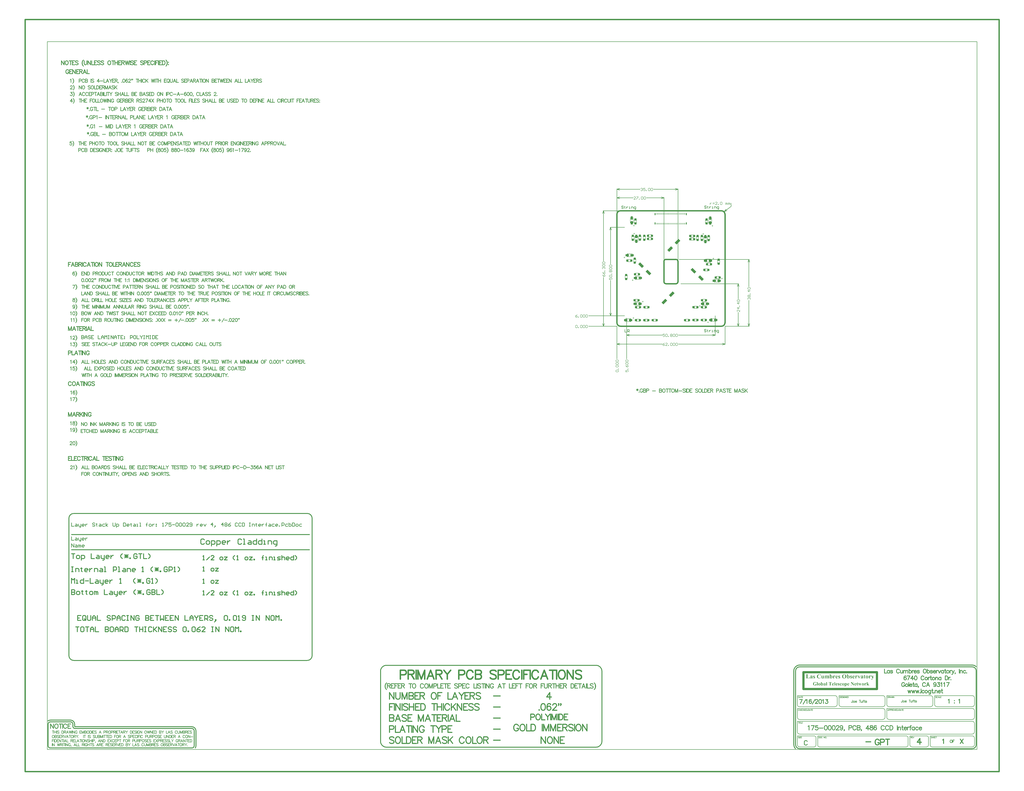
<source format=gbp>
G04 Layer_Color=128*
%FSLAX23Y23*%
%MOIN*%
G70*
G01*
G75*
%ADD12C,0.007*%
%ADD13C,0.012*%
%ADD14C,0.020*%
%ADD15C,0.012*%
%ADD16C,0.030*%
%ADD17C,0.019*%
%ADD18C,0.010*%
%ADD19C,0.024*%
%ADD20C,0.050*%
%ADD21C,0.006*%
%ADD22C,0.013*%
%ADD23C,0.012*%
%ADD24C,0.016*%
%ADD25C,0.024*%
%ADD26C,0.032*%
%ADD27C,0.018*%
%ADD28C,0.002*%
%ADD29C,0.004*%
%ADD30R,0.068X0.025*%
%ADD31R,0.025X0.068*%
%ADD57R,0.050X0.050*%
%ADD58R,0.050X0.050*%
%ADD59R,0.048X0.078*%
%ADD60R,0.078X0.048*%
%ADD61R,0.010X0.035*%
%ADD62R,0.024X0.051*%
G04:AMPARAMS|DCode=63|XSize=59mil|YSize=118mil|CornerRadius=0mil|HoleSize=0mil|Usage=FLASHONLY|Rotation=225.000|XOffset=0mil|YOffset=0mil|HoleType=Round|Shape=Rectangle|*
%AMROTATEDRECTD63*
4,1,4,-0.021,0.063,0.063,-0.021,0.021,-0.063,-0.063,0.021,-0.021,0.063,0.0*
%
%ADD63ROTATEDRECTD63*%

G04:AMPARAMS|DCode=64|XSize=59mil|YSize=118mil|CornerRadius=0mil|HoleSize=0mil|Usage=FLASHONLY|Rotation=135.000|XOffset=0mil|YOffset=0mil|HoleType=Round|Shape=Rectangle|*
%AMROTATEDRECTD64*
4,1,4,0.063,0.021,-0.021,-0.063,-0.063,-0.021,0.021,0.063,0.063,0.021,0.0*
%
%ADD64ROTATEDRECTD64*%

G36*
X5061Y-8067D02*
X5062D01*
X5062Y-8067D01*
X5064Y-8067D01*
X5066Y-8067D01*
X5068Y-8068D01*
X5070Y-8069D01*
X5072Y-8070D01*
X5072D01*
X5073Y-8071D01*
X5073Y-8071D01*
X5074Y-8072D01*
X5075Y-8073D01*
X5076Y-8074D01*
X5076Y-8076D01*
X5077Y-8078D01*
X5077Y-8078D01*
Y-8079D01*
Y-8080D01*
Y-8080D01*
X5077Y-8081D01*
X5077Y-8081D01*
X5077Y-8082D01*
X5076Y-8083D01*
X5076Y-8084D01*
X5075Y-8085D01*
X5075Y-8085D01*
X5075Y-8085D01*
X5074Y-8085D01*
X5074Y-8085D01*
X5073Y-8086D01*
X5072Y-8086D01*
X5071Y-8086D01*
X5070Y-8086D01*
X5070D01*
X5069Y-8086D01*
X5068Y-8086D01*
X5067Y-8086D01*
X5067Y-8085D01*
X5066Y-8085D01*
X5065Y-8084D01*
X5065Y-8084D01*
X5064Y-8084D01*
X5064Y-8083D01*
X5064Y-8082D01*
X5063Y-8081D01*
X5063Y-8080D01*
X5062Y-8078D01*
X5062Y-8077D01*
Y-8076D01*
X5062Y-8076D01*
X5062Y-8075D01*
X5062Y-8075D01*
X5061Y-8073D01*
X5061Y-8072D01*
X5061Y-8072D01*
X5060Y-8072D01*
X5060Y-8072D01*
X5060Y-8071D01*
X5059Y-8070D01*
X5058Y-8070D01*
X5058Y-8070D01*
X5057D01*
X5057Y-8070D01*
X5056Y-8071D01*
X5055Y-8071D01*
X5055Y-8071D01*
X5054Y-8072D01*
X5053Y-8073D01*
X5053Y-8073D01*
X5053Y-8074D01*
X5052Y-8075D01*
X5052Y-8076D01*
X5051Y-8078D01*
X5051Y-8080D01*
X5051Y-8082D01*
X5050Y-8083D01*
X5050Y-8085D01*
Y-8086D01*
Y-8086D01*
Y-8086D01*
Y-8087D01*
Y-8087D01*
X5050Y-8088D01*
Y-8089D01*
X5051Y-8091D01*
X5051Y-8093D01*
X5051Y-8095D01*
X5052Y-8098D01*
X5053Y-8100D01*
Y-8100D01*
X5053Y-8100D01*
X5053Y-8101D01*
X5053Y-8101D01*
X5053Y-8102D01*
X5054Y-8104D01*
X5055Y-8105D01*
X5056Y-8107D01*
X5057Y-8109D01*
X5059Y-8110D01*
X5059Y-8110D01*
X5059Y-8110D01*
X5060Y-8111D01*
X5061Y-8111D01*
X5062Y-8111D01*
X5063Y-8112D01*
X5065Y-8112D01*
X5066Y-8112D01*
X5067D01*
X5067Y-8112D01*
X5068Y-8112D01*
X5068Y-8112D01*
X5069Y-8112D01*
X5070Y-8111D01*
X5071Y-8111D01*
X5071Y-8111D01*
X5072Y-8111D01*
X5072Y-8110D01*
X5073Y-8110D01*
X5074Y-8109D01*
X5075Y-8108D01*
X5076Y-8107D01*
X5077Y-8106D01*
X5079Y-8108D01*
Y-8108D01*
X5078Y-8108D01*
X5078Y-8108D01*
X5078Y-8109D01*
X5077Y-8110D01*
X5076Y-8111D01*
X5075Y-8113D01*
X5073Y-8115D01*
X5072Y-8116D01*
X5070Y-8118D01*
X5069D01*
X5069Y-8118D01*
X5069Y-8118D01*
X5069Y-8118D01*
X5067Y-8119D01*
X5066Y-8119D01*
X5064Y-8120D01*
X5062Y-8121D01*
X5060Y-8121D01*
X5058Y-8121D01*
X5058D01*
X5057Y-8121D01*
X5056D01*
X5055Y-8121D01*
X5054Y-8121D01*
X5053Y-8120D01*
X5052Y-8120D01*
X5051Y-8120D01*
X5049Y-8119D01*
X5048Y-8119D01*
X5047Y-8118D01*
X5045Y-8117D01*
X5044Y-8116D01*
X5043Y-8115D01*
X5042Y-8113D01*
X5041Y-8113D01*
X5041Y-8113D01*
X5041Y-8113D01*
X5041Y-8112D01*
X5040Y-8111D01*
X5040Y-8110D01*
X5039Y-8109D01*
X5039Y-8108D01*
X5038Y-8107D01*
X5037Y-8105D01*
X5037Y-8104D01*
X5036Y-8102D01*
X5036Y-8100D01*
X5036Y-8099D01*
X5035Y-8097D01*
X5035Y-8095D01*
Y-8095D01*
Y-8094D01*
Y-8094D01*
X5035Y-8093D01*
X5036Y-8092D01*
X5036Y-8091D01*
X5036Y-8090D01*
X5036Y-8088D01*
X5037Y-8085D01*
X5038Y-8082D01*
X5038Y-8081D01*
X5039Y-8079D01*
X5040Y-8078D01*
X5041Y-8076D01*
X5041Y-8076D01*
X5041Y-8076D01*
X5042Y-8075D01*
X5042Y-8075D01*
X5043Y-8074D01*
X5044Y-8073D01*
X5045Y-8072D01*
X5046Y-8071D01*
X5047Y-8070D01*
X5048Y-8069D01*
X5050Y-8069D01*
X5052Y-8068D01*
X5053Y-8067D01*
X5055Y-8067D01*
X5057Y-8067D01*
X5060Y-8066D01*
X5060D01*
X5061Y-8067D01*
D02*
G37*
G36*
X5009D02*
X5010Y-8067D01*
X5011Y-8067D01*
X5013Y-8067D01*
X5014Y-8068D01*
X5016Y-8069D01*
X5016D01*
X5016Y-8069D01*
X5017Y-8069D01*
X5017Y-8069D01*
X5018Y-8069D01*
X5019D01*
X5019Y-8069D01*
X5020Y-8069D01*
X5020Y-8069D01*
X5020Y-8069D01*
X5020Y-8068D01*
X5021Y-8068D01*
X5021Y-8067D01*
X5022Y-8067D01*
X5024D01*
X5024Y-8084D01*
X5022D01*
Y-8084D01*
X5022Y-8084D01*
X5022Y-8083D01*
X5022Y-8083D01*
X5022Y-8082D01*
X5021Y-8082D01*
X5020Y-8080D01*
X5019Y-8078D01*
X5018Y-8076D01*
X5017Y-8075D01*
X5016Y-8074D01*
X5015Y-8073D01*
X5015Y-8073D01*
X5015Y-8073D01*
X5014Y-8073D01*
X5013Y-8072D01*
X5012Y-8072D01*
X5011Y-8071D01*
X5010Y-8071D01*
X5008Y-8071D01*
X5008D01*
X5008Y-8071D01*
X5007Y-8071D01*
X5006Y-8071D01*
X5006Y-8071D01*
X5005Y-8072D01*
X5005Y-8072D01*
X5004Y-8072D01*
X5004Y-8072D01*
X5004Y-8073D01*
X5004Y-8073D01*
X5003Y-8074D01*
X5003Y-8075D01*
X5003Y-8076D01*
Y-8076D01*
Y-8076D01*
X5003Y-8077D01*
X5003Y-8077D01*
X5004Y-8078D01*
X5004Y-8079D01*
X5004Y-8079D01*
X5005Y-8080D01*
X5006Y-8080D01*
X5007Y-8081D01*
X5007Y-8081D01*
X5008Y-8082D01*
X5009Y-8083D01*
X5010Y-8083D01*
X5011Y-8084D01*
X5012Y-8085D01*
X5014Y-8086D01*
X5014Y-8086D01*
X5014Y-8087D01*
X5015Y-8087D01*
X5015Y-8087D01*
X5016Y-8088D01*
X5017Y-8088D01*
X5018Y-8090D01*
X5020Y-8091D01*
X5022Y-8092D01*
X5023Y-8094D01*
X5024Y-8095D01*
X5025Y-8096D01*
X5025Y-8096D01*
X5025Y-8096D01*
X5025Y-8097D01*
X5026Y-8098D01*
X5026Y-8099D01*
X5027Y-8101D01*
X5027Y-8102D01*
X5027Y-8104D01*
Y-8104D01*
Y-8105D01*
X5027Y-8106D01*
X5027Y-8107D01*
X5027Y-8108D01*
X5026Y-8110D01*
X5026Y-8111D01*
X5025Y-8113D01*
X5025Y-8113D01*
X5025Y-8113D01*
X5024Y-8114D01*
X5023Y-8115D01*
X5023Y-8116D01*
X5022Y-8117D01*
X5020Y-8118D01*
X5019Y-8119D01*
X5019Y-8119D01*
X5018Y-8119D01*
X5017Y-8120D01*
X5016Y-8120D01*
X5015Y-8120D01*
X5014Y-8121D01*
X5012Y-8121D01*
X5010Y-8121D01*
X5010D01*
X5009Y-8121D01*
X5008Y-8121D01*
X5006Y-8121D01*
X5005Y-8120D01*
X5003Y-8120D01*
X5001Y-8119D01*
X5000D01*
X5000Y-8119D01*
X5000Y-8118D01*
X4999Y-8118D01*
X4998Y-8118D01*
X4998D01*
X4998Y-8118D01*
X4997Y-8118D01*
X4997Y-8119D01*
X4996Y-8119D01*
X4996Y-8120D01*
X4995Y-8121D01*
X4993D01*
X4992Y-8102D01*
X4994D01*
Y-8102D01*
X4995Y-8103D01*
X4995Y-8103D01*
X4995Y-8103D01*
X4995Y-8104D01*
X4995Y-8105D01*
X4996Y-8106D01*
X4997Y-8108D01*
X4998Y-8110D01*
X5000Y-8112D01*
X5001Y-8113D01*
X5001Y-8113D01*
X5002Y-8114D01*
X5003Y-8114D01*
X5004Y-8115D01*
X5005Y-8116D01*
X5006Y-8116D01*
X5008Y-8117D01*
X5009Y-8117D01*
X5010D01*
X5010Y-8117D01*
X5011Y-8117D01*
X5011Y-8116D01*
X5012Y-8116D01*
X5013Y-8116D01*
X5014Y-8115D01*
X5014Y-8115D01*
X5014Y-8115D01*
X5014Y-8115D01*
X5014Y-8114D01*
X5015Y-8114D01*
X5015Y-8113D01*
X5015Y-8112D01*
X5015Y-8111D01*
Y-8111D01*
Y-8111D01*
X5015Y-8110D01*
X5015Y-8110D01*
X5015Y-8109D01*
X5015Y-8108D01*
X5014Y-8108D01*
X5014Y-8107D01*
X5014Y-8107D01*
X5013Y-8106D01*
X5013Y-8106D01*
X5012Y-8105D01*
X5011Y-8105D01*
X5010Y-8104D01*
X5008Y-8102D01*
X5006Y-8101D01*
X5006Y-8101D01*
X5006Y-8101D01*
X5005Y-8100D01*
X5005Y-8100D01*
X5004Y-8100D01*
X5003Y-8099D01*
X5002Y-8098D01*
X5000Y-8096D01*
X4998Y-8095D01*
X4996Y-8093D01*
X4996Y-8093D01*
X4995Y-8092D01*
Y-8092D01*
X4995Y-8092D01*
X4995Y-8091D01*
X4994Y-8090D01*
X4994Y-8089D01*
X4993Y-8088D01*
X4992Y-8086D01*
X4992Y-8084D01*
X4992Y-8082D01*
Y-8082D01*
Y-8082D01*
Y-8081D01*
X4992Y-8081D01*
X4992Y-8080D01*
X4992Y-8078D01*
X4993Y-8077D01*
X4993Y-8075D01*
X4994Y-8073D01*
X4996Y-8071D01*
Y-8071D01*
X4996Y-8071D01*
X4997Y-8071D01*
X4997Y-8070D01*
X4999Y-8069D01*
X5001Y-8068D01*
X5002Y-8067D01*
X5005Y-8067D01*
X5006Y-8066D01*
X5008D01*
X5009Y-8067D01*
D02*
G37*
G36*
X5628D02*
X5629Y-8067D01*
X5630Y-8067D01*
X5631Y-8067D01*
X5632Y-8068D01*
X5632Y-8068D01*
X5632Y-8069D01*
X5633Y-8069D01*
X5633Y-8069D01*
X5633Y-8070D01*
X5634Y-8071D01*
X5634Y-8071D01*
X5634Y-8073D01*
X5634Y-8074D01*
Y-8074D01*
Y-8074D01*
X5634Y-8075D01*
X5634Y-8076D01*
X5634Y-8077D01*
X5633Y-8078D01*
X5633Y-8079D01*
X5632Y-8080D01*
X5632Y-8080D01*
X5632Y-8080D01*
X5632Y-8080D01*
X5631Y-8080D01*
X5631Y-8081D01*
X5630Y-8081D01*
X5629Y-8081D01*
X5628Y-8082D01*
X5628D01*
X5627Y-8081D01*
X5626Y-8081D01*
X5626Y-8081D01*
X5625Y-8081D01*
X5624Y-8080D01*
X5623Y-8080D01*
X5623Y-8080D01*
X5623Y-8079D01*
X5622Y-8079D01*
X5622Y-8079D01*
X5621Y-8078D01*
X5621Y-8078D01*
X5621Y-8078D01*
X5620Y-8077D01*
X5620Y-8077D01*
X5620Y-8077D01*
X5619Y-8077D01*
X5619D01*
X5619Y-8077D01*
X5618D01*
X5617Y-8078D01*
X5617Y-8078D01*
X5616Y-8078D01*
X5616Y-8078D01*
X5616Y-8079D01*
X5615Y-8079D01*
X5615Y-8080D01*
X5614Y-8081D01*
X5614Y-8081D01*
X5613Y-8083D01*
X5613Y-8084D01*
Y-8084D01*
X5613Y-8084D01*
X5613Y-8084D01*
X5613Y-8085D01*
X5612Y-8086D01*
X5612Y-8087D01*
X5612Y-8089D01*
X5611Y-8091D01*
X5611Y-8093D01*
X5611Y-8096D01*
Y-8107D01*
X5611Y-8110D01*
Y-8111D01*
Y-8111D01*
Y-8111D01*
Y-8112D01*
X5611Y-8113D01*
X5611Y-8114D01*
X5611Y-8115D01*
Y-8115D01*
X5612Y-8115D01*
X5612Y-8115D01*
X5613Y-8116D01*
X5613Y-8117D01*
X5614D01*
X5614Y-8117D01*
X5614Y-8117D01*
X5614Y-8117D01*
X5615Y-8117D01*
X5616Y-8117D01*
X5617Y-8117D01*
X5618Y-8118D01*
Y-8120D01*
X5590D01*
Y-8118D01*
X5590D01*
X5591Y-8117D01*
X5591D01*
X5592Y-8117D01*
X5593Y-8117D01*
X5594Y-8116D01*
X5595Y-8116D01*
X5595Y-8116D01*
X5595Y-8115D01*
X5595Y-8115D01*
X5595Y-8114D01*
X5595Y-8113D01*
X5596Y-8112D01*
X5596Y-8111D01*
X5596Y-8110D01*
Y-8109D01*
Y-8107D01*
Y-8079D01*
Y-8079D01*
Y-8078D01*
Y-8077D01*
X5596Y-8077D01*
Y-8076D01*
X5596Y-8075D01*
X5595Y-8074D01*
X5595Y-8073D01*
Y-8073D01*
X5595Y-8073D01*
X5595Y-8072D01*
X5594Y-8072D01*
X5594Y-8071D01*
X5593Y-8071D01*
X5593Y-8071D01*
X5593Y-8071D01*
X5592Y-8070D01*
X5592Y-8070D01*
X5591Y-8070D01*
X5590Y-8070D01*
Y-8068D01*
X5611D01*
Y-8080D01*
X5611Y-8080D01*
X5611Y-8079D01*
X5612Y-8079D01*
X5612Y-8078D01*
X5612Y-8078D01*
X5613Y-8077D01*
X5614Y-8075D01*
X5615Y-8074D01*
X5617Y-8072D01*
X5618Y-8070D01*
X5619Y-8070D01*
X5620Y-8069D01*
X5620Y-8069D01*
X5621Y-8069D01*
X5621Y-8068D01*
X5622Y-8068D01*
X5623Y-8067D01*
X5625Y-8067D01*
X5626Y-8067D01*
X5627Y-8066D01*
X5628D01*
X5628Y-8067D01*
D02*
G37*
G36*
X5661Y-8094D02*
X5673Y-8082D01*
X5673Y-8082D01*
X5673Y-8082D01*
X5674Y-8081D01*
X5675Y-8080D01*
X5675Y-8079D01*
X5676Y-8079D01*
X5677Y-8078D01*
X5677Y-8077D01*
Y-8077D01*
X5677Y-8077D01*
X5678Y-8077D01*
X5678Y-8076D01*
X5678Y-8075D01*
X5678Y-8074D01*
Y-8074D01*
Y-8074D01*
X5678Y-8073D01*
X5678Y-8072D01*
X5677Y-8072D01*
X5677Y-8072D01*
X5677D01*
X5677Y-8071D01*
X5676Y-8071D01*
X5676Y-8071D01*
X5675Y-8071D01*
X5674Y-8070D01*
X5674Y-8070D01*
X5672Y-8070D01*
Y-8068D01*
X5695D01*
Y-8070D01*
X5695D01*
X5694Y-8070D01*
X5693Y-8070D01*
X5692Y-8070D01*
X5692Y-8071D01*
X5690Y-8071D01*
X5690Y-8072D01*
X5689Y-8072D01*
X5689Y-8072D01*
X5688Y-8072D01*
X5687Y-8073D01*
X5686Y-8074D01*
X5685Y-8075D01*
X5684Y-8076D01*
X5683Y-8077D01*
X5682Y-8078D01*
X5681Y-8079D01*
X5680Y-8080D01*
X5674Y-8086D01*
X5686Y-8103D01*
X5686Y-8103D01*
X5687Y-8104D01*
X5687Y-8104D01*
X5687Y-8105D01*
X5688Y-8106D01*
X5689Y-8107D01*
X5690Y-8109D01*
X5692Y-8111D01*
X5692Y-8112D01*
X5693Y-8113D01*
X5694Y-8114D01*
X5694Y-8115D01*
X5695Y-8115D01*
X5695Y-8115D01*
X5695Y-8116D01*
X5695Y-8116D01*
X5696Y-8116D01*
X5696Y-8116D01*
X5697Y-8117D01*
X5698Y-8117D01*
X5699Y-8117D01*
X5700Y-8118D01*
Y-8120D01*
X5673D01*
Y-8118D01*
X5673D01*
X5674Y-8117D01*
X5675Y-8117D01*
X5676Y-8117D01*
X5676Y-8117D01*
X5676Y-8116D01*
X5676Y-8116D01*
X5677Y-8115D01*
Y-8115D01*
Y-8115D01*
X5676Y-8115D01*
X5676Y-8114D01*
X5676Y-8114D01*
X5675Y-8113D01*
X5675Y-8112D01*
X5674Y-8111D01*
X5664Y-8096D01*
X5661Y-8099D01*
Y-8108D01*
Y-8108D01*
Y-8109D01*
Y-8109D01*
Y-8109D01*
X5661Y-8110D01*
Y-8111D01*
X5661Y-8113D01*
X5661Y-8114D01*
X5661Y-8115D01*
X5661Y-8115D01*
X5662Y-8116D01*
X5662Y-8116D01*
X5662Y-8116D01*
X5662Y-8116D01*
X5663Y-8116D01*
X5663Y-8117D01*
X5664Y-8117D01*
X5665Y-8117D01*
X5666Y-8118D01*
Y-8120D01*
X5640D01*
Y-8118D01*
X5640D01*
X5640Y-8117D01*
X5641Y-8117D01*
X5641Y-8117D01*
X5642Y-8117D01*
X5643Y-8116D01*
X5644Y-8116D01*
X5644Y-8115D01*
Y-8115D01*
X5644Y-8115D01*
X5645Y-8115D01*
X5645Y-8114D01*
X5645Y-8113D01*
X5645Y-8112D01*
X5645Y-8110D01*
Y-8109D01*
Y-8108D01*
Y-8056D01*
Y-8056D01*
Y-8056D01*
Y-8055D01*
Y-8055D01*
Y-8054D01*
X5645Y-8053D01*
X5645Y-8052D01*
X5645Y-8050D01*
X5644Y-8049D01*
X5644Y-8049D01*
X5644Y-8049D01*
Y-8049D01*
X5644Y-8049D01*
X5644Y-8048D01*
X5643Y-8048D01*
X5643Y-8048D01*
X5642Y-8047D01*
X5641Y-8047D01*
X5640Y-8047D01*
Y-8045D01*
X5661D01*
Y-8094D01*
D02*
G37*
G36*
X5528Y-8070D02*
X5528D01*
X5528Y-8070D01*
X5527Y-8070D01*
X5527Y-8070D01*
X5525Y-8071D01*
X5524Y-8072D01*
X5524Y-8072D01*
X5524Y-8072D01*
X5524Y-8073D01*
X5523Y-8073D01*
X5523Y-8075D01*
X5522Y-8076D01*
X5522Y-8077D01*
X5521Y-8078D01*
X5521Y-8079D01*
X5520Y-8080D01*
X5506Y-8121D01*
X5503D01*
X5489Y-8083D01*
X5475Y-8121D01*
X5472D01*
X5458Y-8084D01*
Y-8084D01*
X5458Y-8083D01*
X5458Y-8083D01*
X5458Y-8082D01*
X5457Y-8082D01*
X5457Y-8081D01*
X5456Y-8079D01*
X5456Y-8077D01*
X5455Y-8075D01*
X5454Y-8074D01*
X5453Y-8073D01*
X5453Y-8073D01*
X5453Y-8072D01*
X5453Y-8072D01*
X5452Y-8072D01*
X5452Y-8072D01*
X5451Y-8071D01*
X5451Y-8071D01*
X5450Y-8070D01*
X5449Y-8070D01*
Y-8068D01*
X5475D01*
Y-8070D01*
X5474D01*
X5473Y-8070D01*
X5472Y-8070D01*
X5472Y-8070D01*
X5471Y-8071D01*
X5471Y-8071D01*
X5471Y-8071D01*
X5470Y-8072D01*
X5470Y-8073D01*
Y-8073D01*
X5470Y-8073D01*
X5470Y-8074D01*
X5471Y-8074D01*
X5471Y-8075D01*
X5471Y-8077D01*
X5472Y-8078D01*
X5479Y-8098D01*
X5487Y-8078D01*
X5486Y-8077D01*
X5486Y-8077D01*
X5486Y-8076D01*
X5486Y-8075D01*
X5485Y-8075D01*
X5485Y-8074D01*
X5484Y-8073D01*
X5484Y-8072D01*
X5483Y-8072D01*
X5483Y-8072D01*
X5483Y-8071D01*
X5483Y-8071D01*
X5482Y-8071D01*
X5482Y-8071D01*
X5481Y-8070D01*
X5481Y-8070D01*
X5480Y-8070D01*
Y-8068D01*
X5506D01*
Y-8070D01*
X5505D01*
X5505Y-8070D01*
X5504Y-8070D01*
X5503Y-8070D01*
X5502Y-8071D01*
X5502Y-8071D01*
X5502Y-8071D01*
X5502Y-8071D01*
X5501Y-8072D01*
X5501Y-8073D01*
Y-8073D01*
Y-8073D01*
X5501Y-8073D01*
X5501Y-8074D01*
X5502Y-8075D01*
X5502Y-8076D01*
X5502Y-8077D01*
X5503Y-8078D01*
X5510Y-8098D01*
X5517Y-8080D01*
X5517Y-8080D01*
X5517Y-8079D01*
X5517Y-8078D01*
X5517Y-8078D01*
X5518Y-8076D01*
X5518Y-8075D01*
X5518Y-8074D01*
Y-8074D01*
Y-8074D01*
Y-8074D01*
X5518Y-8073D01*
X5518Y-8072D01*
X5517Y-8072D01*
X5517Y-8071D01*
X5517Y-8071D01*
X5516Y-8071D01*
X5516Y-8071D01*
X5515Y-8070D01*
X5515Y-8070D01*
X5514Y-8070D01*
X5513Y-8070D01*
Y-8068D01*
X5528D01*
Y-8070D01*
D02*
G37*
G36*
X5357Y-8047D02*
X5357D01*
X5357Y-8047D01*
X5356Y-8047D01*
X5355Y-8047D01*
X5354Y-8047D01*
X5353Y-8048D01*
X5352Y-8048D01*
X5351Y-8048D01*
X5351D01*
X5351Y-8049D01*
X5350Y-8049D01*
X5350Y-8050D01*
X5349Y-8050D01*
X5349Y-8051D01*
X5349Y-8052D01*
Y-8052D01*
X5348Y-8052D01*
X5348Y-8052D01*
X5348Y-8053D01*
X5348Y-8054D01*
X5348Y-8056D01*
X5348Y-8057D01*
Y-8059D01*
Y-8121D01*
X5346D01*
X5295Y-8059D01*
Y-8106D01*
Y-8107D01*
Y-8107D01*
Y-8107D01*
Y-8108D01*
X5296Y-8109D01*
X5296Y-8110D01*
X5296Y-8111D01*
X5297Y-8113D01*
X5297Y-8114D01*
X5298Y-8115D01*
X5298Y-8115D01*
X5299Y-8116D01*
X5299Y-8116D01*
X5300Y-8116D01*
X5301Y-8117D01*
X5302Y-8117D01*
X5304Y-8117D01*
X5305Y-8118D01*
X5307D01*
Y-8120D01*
X5280D01*
Y-8118D01*
X5281D01*
X5282Y-8117D01*
X5284Y-8117D01*
X5285Y-8117D01*
X5287Y-8116D01*
X5288Y-8116D01*
X5289Y-8115D01*
X5289Y-8115D01*
X5289Y-8115D01*
X5290Y-8114D01*
X5290Y-8113D01*
X5291Y-8112D01*
X5291Y-8110D01*
X5291Y-8109D01*
X5291Y-8106D01*
Y-8054D01*
X5290Y-8052D01*
X5290Y-8052D01*
X5289Y-8051D01*
X5289Y-8051D01*
X5288Y-8050D01*
X5287Y-8049D01*
X5286Y-8048D01*
X5286Y-8048D01*
X5285D01*
X5285Y-8048D01*
X5285Y-8048D01*
X5284Y-8047D01*
X5283Y-8047D01*
X5283Y-8047D01*
X5282Y-8047D01*
X5280Y-8047D01*
Y-8045D01*
X5307D01*
X5344Y-8091D01*
Y-8059D01*
Y-8059D01*
Y-8059D01*
Y-8058D01*
Y-8058D01*
X5344Y-8057D01*
X5343Y-8055D01*
X5343Y-8054D01*
X5343Y-8052D01*
X5342Y-8051D01*
X5342Y-8050D01*
X5342Y-8050D01*
X5341Y-8049D01*
X5340Y-8049D01*
X5340Y-8048D01*
X5338Y-8048D01*
X5337Y-8047D01*
X5335Y-8047D01*
X5333Y-8047D01*
Y-8045D01*
X5357D01*
Y-8047D01*
D02*
G37*
G36*
X5137Y-7869D02*
X5139Y-7869D01*
X5141Y-7869D01*
X5143Y-7869D01*
X5146Y-7870D01*
X5149Y-7870D01*
X5151Y-7871D01*
X5154Y-7872D01*
X5157Y-7874D01*
X5160Y-7875D01*
X5163Y-7877D01*
X5166Y-7879D01*
X5168Y-7881D01*
X5168Y-7881D01*
X5169Y-7882D01*
X5170Y-7883D01*
X5170Y-7884D01*
X5171Y-7885D01*
X5173Y-7886D01*
X5174Y-7888D01*
X5175Y-7890D01*
X5176Y-7893D01*
X5178Y-7895D01*
X5179Y-7898D01*
X5180Y-7901D01*
X5181Y-7904D01*
X5181Y-7907D01*
X5182Y-7911D01*
X5182Y-7914D01*
Y-7915D01*
Y-7915D01*
Y-7916D01*
X5182Y-7917D01*
X5182Y-7919D01*
X5181Y-7920D01*
X5181Y-7922D01*
X5181Y-7925D01*
X5180Y-7927D01*
X5179Y-7929D01*
X5179Y-7932D01*
X5178Y-7934D01*
X5176Y-7937D01*
X5175Y-7939D01*
X5174Y-7942D01*
X5172Y-7944D01*
X5172Y-7945D01*
X5171Y-7945D01*
X5170Y-7946D01*
X5169Y-7947D01*
X5168Y-7948D01*
X5166Y-7950D01*
X5164Y-7951D01*
X5162Y-7953D01*
X5160Y-7955D01*
X5157Y-7956D01*
X5154Y-7958D01*
X5150Y-7959D01*
X5147Y-7960D01*
X5143Y-7961D01*
X5139Y-7961D01*
X5134Y-7962D01*
X5133D01*
X5132Y-7961D01*
X5130Y-7961D01*
X5128Y-7961D01*
X5126Y-7961D01*
X5123Y-7960D01*
X5121Y-7960D01*
X5118Y-7959D01*
X5115Y-7958D01*
X5112Y-7956D01*
X5108Y-7955D01*
X5105Y-7953D01*
X5102Y-7951D01*
X5100Y-7948D01*
X5097Y-7945D01*
X5097Y-7945D01*
X5096Y-7945D01*
X5096Y-7944D01*
X5095Y-7943D01*
X5095Y-7942D01*
X5094Y-7940D01*
X5093Y-7938D01*
X5092Y-7937D01*
X5091Y-7934D01*
X5090Y-7932D01*
X5089Y-7929D01*
X5088Y-7927D01*
X5088Y-7924D01*
X5087Y-7921D01*
X5087Y-7918D01*
X5087Y-7914D01*
Y-7914D01*
Y-7914D01*
X5087Y-7913D01*
X5087Y-7911D01*
X5087Y-7909D01*
X5087Y-7907D01*
X5088Y-7905D01*
X5088Y-7903D01*
X5089Y-7900D01*
X5090Y-7898D01*
X5091Y-7895D01*
X5092Y-7892D01*
X5094Y-7889D01*
X5096Y-7886D01*
X5098Y-7884D01*
X5100Y-7881D01*
X5100Y-7881D01*
X5101Y-7881D01*
X5101Y-7880D01*
X5103Y-7879D01*
X5104Y-7878D01*
X5105Y-7877D01*
X5107Y-7876D01*
X5109Y-7875D01*
X5112Y-7873D01*
X5114Y-7872D01*
X5117Y-7871D01*
X5120Y-7870D01*
X5123Y-7869D01*
X5126Y-7869D01*
X5130Y-7869D01*
X5136D01*
X5137Y-7869D01*
D02*
G37*
G36*
X4828Y-7904D02*
X4828Y-7904D01*
X4828Y-7904D01*
X4828Y-7903D01*
X4829Y-7903D01*
X4830Y-7902D01*
X4831Y-7901D01*
X4832Y-7901D01*
X4833Y-7900D01*
X4835Y-7898D01*
X4838Y-7897D01*
X4840Y-7897D01*
X4841Y-7896D01*
X4843Y-7896D01*
X4845Y-7896D01*
X4846D01*
X4847Y-7896D01*
X4849Y-7896D01*
X4850Y-7897D01*
X4852Y-7897D01*
X4854Y-7898D01*
X4857Y-7900D01*
X4857D01*
X4857Y-7900D01*
X4857Y-7900D01*
X4859Y-7901D01*
X4860Y-7902D01*
X4861Y-7904D01*
X4863Y-7906D01*
X4864Y-7908D01*
X4865Y-7910D01*
Y-7910D01*
X4865Y-7911D01*
X4866Y-7911D01*
X4866Y-7912D01*
X4866Y-7912D01*
X4866Y-7913D01*
X4867Y-7915D01*
X4868Y-7917D01*
X4868Y-7920D01*
X4868Y-7923D01*
X4869Y-7926D01*
Y-7926D01*
Y-7927D01*
Y-7927D01*
Y-7928D01*
X4868Y-7929D01*
X4868Y-7930D01*
X4868Y-7931D01*
X4868Y-7932D01*
X4868Y-7935D01*
X4867Y-7938D01*
X4866Y-7941D01*
X4864Y-7945D01*
Y-7945D01*
X4864Y-7945D01*
X4864Y-7945D01*
X4864Y-7946D01*
X4863Y-7947D01*
X4862Y-7949D01*
X4860Y-7951D01*
X4858Y-7953D01*
X4856Y-7955D01*
X4854Y-7957D01*
X4854D01*
X4853Y-7957D01*
X4853Y-7958D01*
X4853Y-7958D01*
X4852Y-7958D01*
X4851Y-7959D01*
X4849Y-7959D01*
X4847Y-7960D01*
X4844Y-7961D01*
X4841Y-7961D01*
X4838Y-7961D01*
X4837D01*
X4837Y-7961D01*
X4835Y-7961D01*
X4834Y-7961D01*
X4832Y-7961D01*
X4831Y-7960D01*
X4829Y-7960D01*
X4829Y-7960D01*
X4829Y-7960D01*
X4828Y-7959D01*
X4827Y-7959D01*
X4826Y-7958D01*
X4825Y-7957D01*
X4823Y-7956D01*
X4822Y-7955D01*
X4811Y-7961D01*
X4809D01*
Y-7883D01*
Y-7883D01*
Y-7882D01*
Y-7882D01*
Y-7881D01*
Y-7880D01*
X4809Y-7879D01*
X4809Y-7878D01*
X4809Y-7877D01*
X4809Y-7876D01*
Y-7876D01*
X4809Y-7876D01*
X4808Y-7875D01*
X4808Y-7874D01*
X4807Y-7873D01*
X4806Y-7873D01*
X4806Y-7873D01*
X4806Y-7873D01*
X4805Y-7873D01*
X4804Y-7872D01*
X4803Y-7872D01*
X4802Y-7872D01*
Y-7870D01*
X4828D01*
Y-7904D01*
D02*
G37*
G36*
X4969Y-7896D02*
X4970Y-7896D01*
X4971Y-7896D01*
X4973Y-7897D01*
X4976Y-7898D01*
X4977Y-7898D01*
X4979Y-7899D01*
X4980Y-7900D01*
X4981Y-7901D01*
X4983Y-7902D01*
X4984Y-7904D01*
X4984Y-7904D01*
X4984Y-7904D01*
X4985Y-7904D01*
X4985Y-7905D01*
X4986Y-7906D01*
X4986Y-7907D01*
X4987Y-7908D01*
X4988Y-7909D01*
X4988Y-7911D01*
X4989Y-7912D01*
X4990Y-7914D01*
X4990Y-7916D01*
X4991Y-7919D01*
X4991Y-7921D01*
X4991Y-7923D01*
X4992Y-7926D01*
X4958D01*
Y-7926D01*
Y-7927D01*
X4958Y-7927D01*
Y-7928D01*
X4958Y-7929D01*
X4958Y-7931D01*
X4958Y-7932D01*
X4959Y-7933D01*
X4959Y-7936D01*
X4961Y-7940D01*
X4962Y-7943D01*
X4963Y-7945D01*
X4964Y-7946D01*
X4964Y-7946D01*
X4965Y-7947D01*
X4966Y-7948D01*
X4967Y-7949D01*
X4969Y-7950D01*
X4971Y-7951D01*
X4973Y-7951D01*
X4974Y-7951D01*
X4975Y-7951D01*
X4976D01*
X4977Y-7951D01*
X4977Y-7951D01*
X4979Y-7951D01*
X4980Y-7951D01*
X4981Y-7950D01*
X4982Y-7949D01*
X4982Y-7949D01*
X4983Y-7949D01*
X4984Y-7948D01*
X4984Y-7947D01*
X4985Y-7946D01*
X4987Y-7945D01*
X4988Y-7943D01*
X4989Y-7941D01*
X4992Y-7943D01*
Y-7943D01*
X4991Y-7943D01*
X4991Y-7944D01*
X4991Y-7944D01*
X4990Y-7945D01*
X4990Y-7946D01*
X4988Y-7948D01*
X4987Y-7951D01*
X4985Y-7953D01*
X4983Y-7955D01*
X4981Y-7956D01*
X4980Y-7957D01*
X4980D01*
X4980Y-7957D01*
X4980Y-7958D01*
X4979Y-7958D01*
X4978Y-7959D01*
X4976Y-7959D01*
X4974Y-7960D01*
X4972Y-7961D01*
X4969Y-7961D01*
X4966Y-7961D01*
X4966D01*
X4965Y-7961D01*
X4964D01*
X4963Y-7961D01*
X4962Y-7961D01*
X4960Y-7961D01*
X4959Y-7960D01*
X4957Y-7960D01*
X4955Y-7959D01*
X4953Y-7958D01*
X4952Y-7957D01*
X4950Y-7956D01*
X4948Y-7954D01*
X4947Y-7953D01*
X4945Y-7951D01*
Y-7951D01*
X4945Y-7951D01*
X4945Y-7950D01*
X4945Y-7949D01*
X4944Y-7949D01*
X4944Y-7948D01*
X4943Y-7946D01*
X4943Y-7945D01*
X4942Y-7944D01*
X4942Y-7942D01*
X4941Y-7940D01*
X4941Y-7938D01*
X4940Y-7934D01*
X4940Y-7932D01*
X4940Y-7930D01*
Y-7930D01*
Y-7929D01*
Y-7928D01*
X4940Y-7927D01*
X4940Y-7926D01*
X4940Y-7924D01*
X4941Y-7923D01*
X4941Y-7921D01*
X4942Y-7917D01*
X4942Y-7915D01*
X4943Y-7913D01*
X4944Y-7911D01*
X4945Y-7909D01*
X4947Y-7907D01*
X4948Y-7905D01*
X4948Y-7905D01*
X4948Y-7905D01*
X4949Y-7904D01*
X4950Y-7904D01*
X4950Y-7903D01*
X4951Y-7902D01*
X4952Y-7901D01*
X4954Y-7900D01*
X4955Y-7900D01*
X4957Y-7899D01*
X4960Y-7897D01*
X4962Y-7897D01*
X4964Y-7896D01*
X4966Y-7896D01*
X4968Y-7896D01*
X4969D01*
X4969Y-7896D01*
D02*
G37*
G36*
X5177Y-8067D02*
X5178Y-8067D01*
X5179Y-8067D01*
X5181Y-8067D01*
X5182Y-8068D01*
X5184Y-8069D01*
X5186Y-8070D01*
X5186D01*
X5186Y-8070D01*
X5187Y-8071D01*
X5188Y-8072D01*
X5189Y-8073D01*
X5190Y-8074D01*
X5191Y-8076D01*
X5192Y-8078D01*
X5193Y-8080D01*
Y-8080D01*
X5193Y-8080D01*
X5193Y-8081D01*
X5194Y-8081D01*
X5194Y-8082D01*
X5194Y-8082D01*
X5194Y-8084D01*
X5195Y-8086D01*
X5195Y-8088D01*
X5195Y-8091D01*
X5196Y-8094D01*
Y-8094D01*
Y-8094D01*
Y-8094D01*
Y-8095D01*
X5195Y-8096D01*
Y-8096D01*
X5195Y-8098D01*
X5195Y-8100D01*
X5194Y-8103D01*
X5194Y-8105D01*
X5193Y-8108D01*
Y-8108D01*
X5193Y-8108D01*
X5193Y-8108D01*
X5193Y-8109D01*
X5192Y-8110D01*
X5191Y-8111D01*
X5190Y-8113D01*
X5189Y-8115D01*
X5187Y-8116D01*
X5186Y-8118D01*
X5185Y-8118D01*
X5185Y-8118D01*
X5184Y-8119D01*
X5183Y-8119D01*
X5181Y-8120D01*
X5179Y-8121D01*
X5177Y-8121D01*
X5175Y-8121D01*
X5174D01*
X5174Y-8121D01*
X5173Y-8121D01*
X5171Y-8121D01*
X5170Y-8120D01*
X5169Y-8120D01*
X5167Y-8119D01*
X5167Y-8119D01*
X5167Y-8119D01*
X5166Y-8119D01*
X5165Y-8118D01*
X5165Y-8117D01*
X5164Y-8117D01*
X5163Y-8116D01*
X5161Y-8114D01*
Y-8133D01*
Y-8134D01*
Y-8134D01*
Y-8135D01*
X5162Y-8136D01*
X5162Y-8137D01*
X5162Y-8138D01*
X5162Y-8139D01*
Y-8139D01*
X5162Y-8139D01*
X5163Y-8140D01*
X5163Y-8140D01*
X5164Y-8141D01*
X5164D01*
X5164Y-8141D01*
X5165Y-8141D01*
X5165Y-8141D01*
X5166Y-8141D01*
X5167Y-8142D01*
X5168Y-8142D01*
X5169D01*
Y-8144D01*
X5140D01*
Y-8142D01*
X5140D01*
X5140Y-8142D01*
X5141Y-8141D01*
X5142Y-8141D01*
X5143Y-8141D01*
X5143Y-8141D01*
X5144Y-8140D01*
X5145Y-8140D01*
X5145Y-8140D01*
X5145Y-8139D01*
X5145Y-8139D01*
X5146Y-8138D01*
X5146Y-8138D01*
X5146Y-8136D01*
X5146Y-8135D01*
Y-8133D01*
Y-8079D01*
Y-8079D01*
Y-8078D01*
Y-8078D01*
X5146Y-8077D01*
X5146Y-8076D01*
X5146Y-8075D01*
X5146Y-8073D01*
X5145Y-8073D01*
X5145Y-8072D01*
X5145Y-8072D01*
X5144Y-8072D01*
X5144Y-8071D01*
X5144Y-8071D01*
X5143Y-8071D01*
X5142Y-8070D01*
X5141Y-8070D01*
X5140Y-8070D01*
Y-8068D01*
X5161D01*
Y-8075D01*
X5162Y-8075D01*
X5162Y-8074D01*
X5162Y-8073D01*
X5163Y-8073D01*
X5164Y-8072D01*
X5165Y-8071D01*
X5166Y-8070D01*
X5167Y-8069D01*
X5167Y-8069D01*
X5168Y-8069D01*
X5168Y-8068D01*
X5169Y-8068D01*
X5171Y-8067D01*
X5172Y-8067D01*
X5174Y-8067D01*
X5176Y-8066D01*
X5176D01*
X5177Y-8067D01*
D02*
G37*
G36*
X4852Y-8065D02*
X4850D01*
Y-8065D01*
X4850Y-8065D01*
X4850Y-8064D01*
X4850Y-8064D01*
X4849Y-8063D01*
X4849Y-8061D01*
X4848Y-8059D01*
X4847Y-8058D01*
X4847Y-8056D01*
X4846Y-8055D01*
X4846Y-8055D01*
X4846Y-8054D01*
X4845Y-8054D01*
X4844Y-8053D01*
X4844Y-8052D01*
X4842Y-8052D01*
X4841Y-8051D01*
X4840Y-8050D01*
X4840D01*
X4840Y-8050D01*
X4839Y-8050D01*
X4838Y-8050D01*
X4837Y-8049D01*
X4836Y-8049D01*
X4834Y-8049D01*
X4827D01*
Y-8107D01*
Y-8107D01*
Y-8107D01*
Y-8107D01*
Y-8108D01*
Y-8109D01*
X4827Y-8110D01*
Y-8111D01*
X4827Y-8112D01*
X4828Y-8113D01*
X4828Y-8114D01*
Y-8114D01*
X4828Y-8114D01*
X4828Y-8115D01*
X4829Y-8116D01*
X4830Y-8116D01*
X4830Y-8116D01*
X4830D01*
X4831Y-8117D01*
X4831Y-8117D01*
X4832Y-8117D01*
X4832Y-8117D01*
X4833Y-8117D01*
X4834Y-8118D01*
X4838D01*
Y-8120D01*
X4799D01*
Y-8118D01*
X4802D01*
X4802Y-8117D01*
X4803D01*
X4805Y-8117D01*
X4805Y-8117D01*
X4806Y-8116D01*
X4806D01*
X4806Y-8116D01*
X4807Y-8116D01*
X4808Y-8115D01*
X4808Y-8114D01*
X4809Y-8114D01*
Y-8114D01*
X4809Y-8113D01*
X4809Y-8113D01*
X4809Y-8112D01*
X4809Y-8111D01*
X4809Y-8110D01*
X4809Y-8109D01*
Y-8107D01*
Y-8049D01*
X4803D01*
X4802Y-8049D01*
X4801Y-8049D01*
X4799Y-8049D01*
X4798Y-8050D01*
X4796Y-8050D01*
X4794Y-8051D01*
X4793Y-8052D01*
X4793Y-8052D01*
X4792Y-8053D01*
X4791Y-8054D01*
X4790Y-8055D01*
X4789Y-8057D01*
X4788Y-8060D01*
X4787Y-8062D01*
X4787Y-8065D01*
X4785D01*
Y-8045D01*
X4852D01*
Y-8065D01*
D02*
G37*
G36*
X4504Y-8069D02*
X4502D01*
Y-8069D01*
X4502Y-8069D01*
X4502Y-8068D01*
X4501Y-8068D01*
X4501Y-8067D01*
X4501Y-8066D01*
X4500Y-8065D01*
X4499Y-8063D01*
X4498Y-8061D01*
X4496Y-8058D01*
X4494Y-8055D01*
X4492Y-8054D01*
X4491Y-8053D01*
X4491Y-8053D01*
X4491Y-8053D01*
X4490Y-8053D01*
X4490Y-8052D01*
X4489Y-8052D01*
X4488Y-8051D01*
X4487Y-8051D01*
X4486Y-8050D01*
X4484Y-8049D01*
X4481Y-8048D01*
X4478Y-8048D01*
X4477Y-8048D01*
X4475Y-8047D01*
X4474D01*
X4474Y-8048D01*
X4473D01*
X4472Y-8048D01*
X4470Y-8048D01*
X4468Y-8049D01*
X4465Y-8049D01*
X4463Y-8051D01*
X4462Y-8051D01*
X4461Y-8052D01*
X4461D01*
X4461Y-8052D01*
X4460Y-8053D01*
X4460Y-8053D01*
X4460Y-8054D01*
X4459Y-8054D01*
X4458Y-8056D01*
X4456Y-8058D01*
X4455Y-8060D01*
X4454Y-8062D01*
X4453Y-8065D01*
Y-8065D01*
X4453Y-8066D01*
X4453Y-8066D01*
X4453Y-8067D01*
X4452Y-8068D01*
X4452Y-8069D01*
X4452Y-8070D01*
X4452Y-8071D01*
X4451Y-8073D01*
X4451Y-8076D01*
X4451Y-8079D01*
X4451Y-8083D01*
Y-8083D01*
Y-8083D01*
Y-8084D01*
Y-8084D01*
X4451Y-8085D01*
Y-8086D01*
X4451Y-8088D01*
X4451Y-8089D01*
X4451Y-8092D01*
X4452Y-8095D01*
X4452Y-8098D01*
X4453Y-8101D01*
Y-8102D01*
X4453Y-8102D01*
X4453Y-8102D01*
X4454Y-8103D01*
X4454Y-8103D01*
X4454Y-8104D01*
X4455Y-8106D01*
X4456Y-8108D01*
X4458Y-8110D01*
X4459Y-8112D01*
X4461Y-8113D01*
X4461D01*
X4462Y-8113D01*
X4462Y-8114D01*
X4462Y-8114D01*
X4463Y-8114D01*
X4464Y-8114D01*
X4465Y-8115D01*
X4467Y-8116D01*
X4469Y-8116D01*
X4472Y-8117D01*
X4475Y-8117D01*
X4476D01*
X4476Y-8117D01*
X4477D01*
X4478Y-8117D01*
X4480Y-8116D01*
X4480D01*
X4481Y-8116D01*
X4481Y-8116D01*
X4482Y-8116D01*
X4483Y-8116D01*
X4484Y-8116D01*
X4486Y-8115D01*
Y-8099D01*
Y-8099D01*
Y-8099D01*
Y-8098D01*
X4486Y-8097D01*
Y-8096D01*
X4486Y-8095D01*
X4486Y-8094D01*
X4486Y-8094D01*
Y-8094D01*
X4485Y-8093D01*
X4485Y-8093D01*
X4485Y-8093D01*
X4484Y-8092D01*
X4484Y-8092D01*
X4483Y-8091D01*
X4483Y-8091D01*
X4483Y-8091D01*
X4482Y-8091D01*
X4482Y-8091D01*
X4481Y-8090D01*
X4480Y-8090D01*
X4479Y-8090D01*
X4476D01*
Y-8088D01*
X4513D01*
Y-8090D01*
X4513D01*
X4512Y-8090D01*
X4512D01*
X4511Y-8090D01*
X4509Y-8091D01*
X4508Y-8091D01*
X4507Y-8091D01*
X4507D01*
X4507Y-8092D01*
X4506Y-8092D01*
X4505Y-8093D01*
X4505Y-8093D01*
X4505Y-8094D01*
X4504Y-8094D01*
Y-8095D01*
X4504Y-8095D01*
X4504Y-8096D01*
Y-8097D01*
X4504Y-8098D01*
Y-8099D01*
Y-8115D01*
X4504D01*
X4504Y-8115D01*
X4503Y-8115D01*
X4503Y-8115D01*
X4502Y-8116D01*
X4501Y-8116D01*
X4501Y-8116D01*
X4500Y-8117D01*
X4497Y-8117D01*
X4495Y-8118D01*
X4492Y-8119D01*
X4489Y-8120D01*
X4489D01*
X4489Y-8120D01*
X4488D01*
X4488Y-8120D01*
X4487Y-8120D01*
X4486Y-8120D01*
X4485Y-8120D01*
X4484Y-8120D01*
X4482Y-8121D01*
X4479Y-8121D01*
X4476Y-8121D01*
X4473Y-8121D01*
X4471D01*
X4470Y-8121D01*
X4469D01*
X4468Y-8121D01*
X4467Y-8121D01*
X4464Y-8120D01*
X4461Y-8120D01*
X4458Y-8119D01*
X4455Y-8118D01*
X4455D01*
X4455Y-8118D01*
X4455Y-8118D01*
X4454Y-8118D01*
X4454Y-8118D01*
X4453Y-8117D01*
X4451Y-8116D01*
X4449Y-8115D01*
X4447Y-8114D01*
X4445Y-8112D01*
X4443Y-8111D01*
X4443Y-8111D01*
X4443Y-8111D01*
X4442Y-8110D01*
X4441Y-8109D01*
X4440Y-8108D01*
X4439Y-8106D01*
X4437Y-8104D01*
X4436Y-8102D01*
X4435Y-8100D01*
Y-8100D01*
X4434Y-8100D01*
X4434Y-8099D01*
X4434Y-8099D01*
X4434Y-8098D01*
X4433Y-8097D01*
X4433Y-8096D01*
X4433Y-8095D01*
X4432Y-8094D01*
X4432Y-8093D01*
X4431Y-8090D01*
X4431Y-8087D01*
X4431Y-8083D01*
Y-8083D01*
Y-8082D01*
X4431Y-8082D01*
X4431Y-8080D01*
X4431Y-8079D01*
X4431Y-8077D01*
X4432Y-8075D01*
X4432Y-8073D01*
X4433Y-8071D01*
X4434Y-8069D01*
X4435Y-8066D01*
X4436Y-8064D01*
X4437Y-8062D01*
X4439Y-8059D01*
X4441Y-8057D01*
X4443Y-8055D01*
X4443Y-8055D01*
X4443Y-8054D01*
X4444Y-8054D01*
X4445Y-8053D01*
X4446Y-8052D01*
X4447Y-8051D01*
X4449Y-8050D01*
X4451Y-8049D01*
X4453Y-8048D01*
X4455Y-8047D01*
X4458Y-8046D01*
X4460Y-8045D01*
X4463Y-8044D01*
X4466Y-8044D01*
X4469Y-8043D01*
X4473Y-8043D01*
X4474D01*
X4476Y-8043D01*
X4477Y-8043D01*
X4479Y-8044D01*
X4483Y-8044D01*
X4483D01*
X4483Y-8044D01*
X4484Y-8044D01*
X4484Y-8044D01*
X4486Y-8045D01*
X4487Y-8045D01*
X4489Y-8046D01*
X4490Y-8047D01*
X4491D01*
X4491Y-8047D01*
X4491Y-8047D01*
X4492Y-8047D01*
X4493Y-8047D01*
X4494Y-8048D01*
X4495Y-8048D01*
X4496Y-8048D01*
X4497Y-8049D01*
X4497D01*
X4498Y-8048D01*
X4499Y-8048D01*
X4500Y-8047D01*
X4500Y-8047D01*
X4500Y-8047D01*
X4500Y-8047D01*
X4501Y-8047D01*
X4501Y-8046D01*
X4501Y-8045D01*
X4502Y-8044D01*
X4502Y-8043D01*
X4504D01*
Y-8069D01*
D02*
G37*
G36*
X4930Y-8109D02*
Y-8109D01*
Y-8109D01*
Y-8110D01*
X4930Y-8111D01*
X4930Y-8112D01*
X4930Y-8113D01*
X4930Y-8114D01*
X4931Y-8115D01*
X4931Y-8116D01*
X4931Y-8116D01*
X4931Y-8116D01*
X4932Y-8116D01*
X4932Y-8117D01*
X4933Y-8117D01*
X4934Y-8117D01*
X4935Y-8117D01*
X4936Y-8118D01*
Y-8120D01*
X4908D01*
Y-8118D01*
X4909D01*
X4909Y-8117D01*
X4910Y-8117D01*
X4911Y-8117D01*
X4912Y-8117D01*
X4913Y-8116D01*
X4913Y-8116D01*
X4913Y-8115D01*
X4913Y-8115D01*
X4914Y-8115D01*
X4914Y-8114D01*
X4914Y-8113D01*
X4914Y-8112D01*
X4914Y-8111D01*
Y-8109D01*
Y-8055D01*
Y-8055D01*
Y-8055D01*
Y-8055D01*
X4914Y-8054D01*
X4914Y-8053D01*
X4914Y-8051D01*
X4914Y-8050D01*
X4913Y-8049D01*
X4913Y-8049D01*
X4913Y-8049D01*
X4913Y-8048D01*
X4912Y-8048D01*
X4912Y-8048D01*
X4911Y-8047D01*
X4910Y-8047D01*
X4909Y-8047D01*
X4908Y-8047D01*
Y-8045D01*
X4930D01*
Y-8109D01*
D02*
G37*
G36*
X4966Y-8067D02*
X4967Y-8067D01*
X4968Y-8067D01*
X4969Y-8067D01*
X4972Y-8068D01*
X4973Y-8069D01*
X4974Y-8069D01*
X4975Y-8070D01*
X4976Y-8071D01*
X4977Y-8072D01*
X4978Y-8073D01*
X4979Y-8073D01*
X4979Y-8073D01*
X4979Y-8073D01*
X4979Y-8074D01*
X4980Y-8075D01*
X4980Y-8076D01*
X4981Y-8077D01*
X4981Y-8078D01*
X4982Y-8079D01*
X4983Y-8080D01*
X4983Y-8082D01*
X4984Y-8083D01*
X4984Y-8085D01*
X4984Y-8087D01*
X4985Y-8089D01*
X4985Y-8092D01*
X4956D01*
Y-8092D01*
Y-8092D01*
X4956Y-8093D01*
Y-8093D01*
X4957Y-8094D01*
X4957Y-8095D01*
X4957Y-8096D01*
X4957Y-8098D01*
X4958Y-8100D01*
X4959Y-8103D01*
X4960Y-8106D01*
X4961Y-8107D01*
X4962Y-8108D01*
X4962Y-8108D01*
X4963Y-8109D01*
X4963Y-8110D01*
X4964Y-8110D01*
X4966Y-8111D01*
X4967Y-8112D01*
X4969Y-8113D01*
X4970Y-8113D01*
X4971Y-8113D01*
X4971D01*
X4972Y-8113D01*
X4973Y-8113D01*
X4974Y-8112D01*
X4975Y-8112D01*
X4976Y-8112D01*
X4977Y-8111D01*
X4977Y-8111D01*
X4978Y-8111D01*
X4978Y-8110D01*
X4979Y-8109D01*
X4980Y-8108D01*
X4981Y-8107D01*
X4982Y-8106D01*
X4983Y-8104D01*
X4985Y-8105D01*
Y-8106D01*
X4984Y-8106D01*
X4984Y-8106D01*
X4984Y-8107D01*
X4984Y-8108D01*
X4983Y-8108D01*
X4982Y-8110D01*
X4981Y-8112D01*
X4979Y-8114D01*
X4977Y-8116D01*
X4976Y-8117D01*
X4975Y-8118D01*
X4975D01*
X4975Y-8118D01*
X4975Y-8118D01*
X4974Y-8118D01*
X4973Y-8119D01*
X4972Y-8119D01*
X4970Y-8120D01*
X4968Y-8121D01*
X4966Y-8121D01*
X4964Y-8121D01*
X4963D01*
X4963Y-8121D01*
X4962D01*
X4961Y-8121D01*
X4960Y-8121D01*
X4959Y-8120D01*
X4957Y-8120D01*
X4956Y-8120D01*
X4954Y-8119D01*
X4953Y-8118D01*
X4951Y-8117D01*
X4950Y-8116D01*
X4949Y-8115D01*
X4947Y-8114D01*
X4946Y-8112D01*
Y-8112D01*
X4946Y-8112D01*
X4946Y-8112D01*
X4946Y-8111D01*
X4945Y-8110D01*
X4945Y-8110D01*
X4944Y-8108D01*
X4944Y-8107D01*
X4943Y-8106D01*
X4943Y-8105D01*
X4943Y-8103D01*
X4942Y-8102D01*
X4942Y-8098D01*
X4942Y-8097D01*
X4942Y-8095D01*
Y-8095D01*
Y-8094D01*
Y-8093D01*
X4942Y-8092D01*
X4942Y-8091D01*
X4942Y-8090D01*
X4942Y-8089D01*
X4942Y-8087D01*
X4943Y-8084D01*
X4944Y-8082D01*
X4945Y-8081D01*
X4945Y-8079D01*
X4946Y-8077D01*
X4947Y-8076D01*
X4948Y-8074D01*
X4949Y-8074D01*
X4949Y-8074D01*
X4949Y-8073D01*
X4950Y-8073D01*
X4950Y-8072D01*
X4951Y-8072D01*
X4952Y-8071D01*
X4953Y-8070D01*
X4954Y-8070D01*
X4956Y-8069D01*
X4958Y-8068D01*
X4960Y-8067D01*
X4961Y-8067D01*
X4963Y-8067D01*
X4965Y-8066D01*
X4966D01*
X4966Y-8067D01*
D02*
G37*
G36*
X5111D02*
X5112Y-8067D01*
X5113Y-8067D01*
X5115Y-8067D01*
X5117Y-8068D01*
X5120Y-8069D01*
X5122Y-8070D01*
X5122D01*
X5122Y-8070D01*
X5122Y-8070D01*
X5123Y-8071D01*
X5124Y-8071D01*
X5125Y-8072D01*
X5126Y-8074D01*
X5128Y-8076D01*
X5129Y-8078D01*
X5131Y-8080D01*
Y-8080D01*
X5131Y-8080D01*
X5131Y-8080D01*
X5131Y-8081D01*
X5131Y-8082D01*
X5132Y-8082D01*
X5132Y-8084D01*
X5133Y-8086D01*
X5133Y-8088D01*
X5134Y-8091D01*
X5134Y-8094D01*
Y-8094D01*
Y-8094D01*
Y-8095D01*
X5134Y-8096D01*
X5133Y-8097D01*
X5133Y-8098D01*
X5133Y-8099D01*
X5133Y-8100D01*
X5132Y-8103D01*
X5131Y-8106D01*
X5131Y-8108D01*
X5130Y-8109D01*
X5129Y-8111D01*
X5128Y-8112D01*
X5128Y-8112D01*
X5128Y-8113D01*
X5127Y-8113D01*
X5127Y-8114D01*
X5126Y-8114D01*
X5125Y-8115D01*
X5124Y-8116D01*
X5123Y-8117D01*
X5122Y-8117D01*
X5121Y-8118D01*
X5119Y-8119D01*
X5117Y-8120D01*
X5116Y-8120D01*
X5114Y-8121D01*
X5112Y-8121D01*
X5110Y-8121D01*
X5109D01*
X5108Y-8121D01*
X5108D01*
X5107Y-8121D01*
X5106Y-8121D01*
X5104Y-8120D01*
X5103Y-8120D01*
X5102Y-8120D01*
X5100Y-8119D01*
X5099Y-8118D01*
X5097Y-8118D01*
X5096Y-8117D01*
X5094Y-8116D01*
X5093Y-8114D01*
X5092Y-8113D01*
X5092Y-8113D01*
X5091Y-8113D01*
X5091Y-8112D01*
X5091Y-8111D01*
X5090Y-8111D01*
X5090Y-8110D01*
X5089Y-8109D01*
X5089Y-8108D01*
X5088Y-8106D01*
X5087Y-8105D01*
X5087Y-8103D01*
X5086Y-8102D01*
X5086Y-8100D01*
X5086Y-8098D01*
X5086Y-8096D01*
X5085Y-8094D01*
Y-8094D01*
Y-8093D01*
Y-8093D01*
X5086Y-8092D01*
X5086Y-8091D01*
X5086Y-8090D01*
X5086Y-8089D01*
X5086Y-8087D01*
X5087Y-8084D01*
X5088Y-8083D01*
X5088Y-8081D01*
X5089Y-8080D01*
X5090Y-8078D01*
X5091Y-8076D01*
X5092Y-8075D01*
X5092Y-8075D01*
X5092Y-8074D01*
X5092Y-8074D01*
X5093Y-8073D01*
X5094Y-8073D01*
X5094Y-8072D01*
X5095Y-8071D01*
X5096Y-8071D01*
X5098Y-8070D01*
X5099Y-8069D01*
X5100Y-8068D01*
X5102Y-8068D01*
X5104Y-8067D01*
X5105Y-8067D01*
X5107Y-8067D01*
X5109Y-8066D01*
X5111D01*
X5111Y-8067D01*
D02*
G37*
G36*
X5229D02*
X5230Y-8067D01*
X5231Y-8067D01*
X5233Y-8067D01*
X5235Y-8068D01*
X5236Y-8069D01*
X5237Y-8069D01*
X5238Y-8070D01*
X5240Y-8071D01*
X5241Y-8072D01*
X5242Y-8073D01*
X5242Y-8073D01*
X5242Y-8073D01*
X5242Y-8073D01*
X5243Y-8074D01*
X5243Y-8075D01*
X5244Y-8076D01*
X5244Y-8077D01*
X5245Y-8078D01*
X5245Y-8079D01*
X5246Y-8080D01*
X5246Y-8082D01*
X5247Y-8083D01*
X5247Y-8085D01*
X5248Y-8087D01*
X5248Y-8089D01*
X5248Y-8092D01*
X5220D01*
Y-8092D01*
Y-8092D01*
X5220Y-8093D01*
Y-8093D01*
X5220Y-8094D01*
X5220Y-8095D01*
X5220Y-8096D01*
X5220Y-8098D01*
X5221Y-8100D01*
X5222Y-8103D01*
X5223Y-8106D01*
X5224Y-8107D01*
X5225Y-8108D01*
X5225Y-8108D01*
X5226Y-8109D01*
X5227Y-8110D01*
X5228Y-8110D01*
X5229Y-8111D01*
X5231Y-8112D01*
X5232Y-8113D01*
X5233Y-8113D01*
X5234Y-8113D01*
X5235D01*
X5235Y-8113D01*
X5236Y-8113D01*
X5237Y-8112D01*
X5238Y-8112D01*
X5239Y-8112D01*
X5240Y-8111D01*
X5240Y-8111D01*
X5241Y-8111D01*
X5241Y-8110D01*
X5242Y-8109D01*
X5243Y-8108D01*
X5244Y-8107D01*
X5245Y-8106D01*
X5246Y-8104D01*
X5248Y-8105D01*
Y-8106D01*
X5248Y-8106D01*
X5248Y-8106D01*
X5247Y-8107D01*
X5247Y-8108D01*
X5246Y-8108D01*
X5245Y-8110D01*
X5244Y-8112D01*
X5242Y-8114D01*
X5240Y-8116D01*
X5240Y-8117D01*
X5239Y-8118D01*
X5238D01*
X5238Y-8118D01*
X5238Y-8118D01*
X5238Y-8118D01*
X5237Y-8119D01*
X5235Y-8119D01*
X5234Y-8120D01*
X5232Y-8121D01*
X5229Y-8121D01*
X5227Y-8121D01*
X5226D01*
X5226Y-8121D01*
X5225D01*
X5224Y-8121D01*
X5223Y-8121D01*
X5222Y-8120D01*
X5220Y-8120D01*
X5219Y-8120D01*
X5218Y-8119D01*
X5216Y-8118D01*
X5215Y-8117D01*
X5213Y-8116D01*
X5212Y-8115D01*
X5211Y-8114D01*
X5210Y-8112D01*
Y-8112D01*
X5209Y-8112D01*
X5209Y-8112D01*
X5209Y-8111D01*
X5209Y-8110D01*
X5208Y-8110D01*
X5208Y-8108D01*
X5207Y-8107D01*
X5207Y-8106D01*
X5206Y-8105D01*
X5206Y-8103D01*
X5206Y-8102D01*
X5205Y-8098D01*
X5205Y-8097D01*
X5205Y-8095D01*
Y-8095D01*
Y-8094D01*
Y-8093D01*
X5205Y-8092D01*
X5205Y-8091D01*
X5205Y-8090D01*
X5205Y-8089D01*
X5206Y-8087D01*
X5207Y-8084D01*
X5207Y-8082D01*
X5208Y-8081D01*
X5209Y-8079D01*
X5209Y-8077D01*
X5210Y-8076D01*
X5212Y-8074D01*
X5212Y-8074D01*
X5212Y-8074D01*
X5212Y-8073D01*
X5213Y-8073D01*
X5214Y-8072D01*
X5214Y-8072D01*
X5215Y-8071D01*
X5216Y-8070D01*
X5218Y-8070D01*
X5219Y-8069D01*
X5222Y-8068D01*
X5223Y-8067D01*
X5225Y-8067D01*
X5226Y-8067D01*
X5228Y-8066D01*
X5229D01*
X5229Y-8067D01*
D02*
G37*
G36*
X4575D02*
X4576Y-8067D01*
X4578Y-8067D01*
X4579Y-8067D01*
X4582Y-8068D01*
X4584Y-8069D01*
X4586Y-8070D01*
X4586D01*
X4586Y-8070D01*
X4586Y-8070D01*
X4587Y-8071D01*
X4588Y-8071D01*
X4589Y-8072D01*
X4591Y-8074D01*
X4592Y-8076D01*
X4593Y-8078D01*
X4595Y-8080D01*
Y-8080D01*
X4595Y-8080D01*
X4595Y-8080D01*
X4595Y-8081D01*
X4595Y-8082D01*
X4596Y-8082D01*
X4596Y-8084D01*
X4597Y-8086D01*
X4597Y-8088D01*
X4598Y-8091D01*
X4598Y-8094D01*
Y-8094D01*
Y-8094D01*
Y-8095D01*
X4598Y-8096D01*
X4598Y-8097D01*
X4597Y-8098D01*
X4597Y-8099D01*
X4597Y-8100D01*
X4596Y-8103D01*
X4595Y-8106D01*
X4595Y-8108D01*
X4594Y-8109D01*
X4593Y-8111D01*
X4592Y-8112D01*
X4592Y-8112D01*
X4592Y-8113D01*
X4591Y-8113D01*
X4591Y-8114D01*
X4590Y-8114D01*
X4589Y-8115D01*
X4588Y-8116D01*
X4587Y-8117D01*
X4586Y-8117D01*
X4585Y-8118D01*
X4583Y-8119D01*
X4582Y-8120D01*
X4580Y-8120D01*
X4578Y-8121D01*
X4576Y-8121D01*
X4574Y-8121D01*
X4573D01*
X4572Y-8121D01*
X4572D01*
X4571Y-8121D01*
X4570Y-8121D01*
X4568Y-8120D01*
X4567Y-8120D01*
X4566Y-8120D01*
X4564Y-8119D01*
X4563Y-8118D01*
X4561Y-8118D01*
X4560Y-8117D01*
X4558Y-8116D01*
X4557Y-8114D01*
X4556Y-8113D01*
X4556Y-8113D01*
X4555Y-8113D01*
X4555Y-8112D01*
X4555Y-8111D01*
X4554Y-8111D01*
X4554Y-8110D01*
X4553Y-8109D01*
X4553Y-8108D01*
X4552Y-8106D01*
X4552Y-8105D01*
X4551Y-8103D01*
X4550Y-8102D01*
X4550Y-8100D01*
X4550Y-8098D01*
X4550Y-8096D01*
X4550Y-8094D01*
Y-8094D01*
Y-8093D01*
Y-8093D01*
X4550Y-8092D01*
X4550Y-8091D01*
X4550Y-8090D01*
X4550Y-8089D01*
X4550Y-8087D01*
X4551Y-8084D01*
X4552Y-8083D01*
X4552Y-8081D01*
X4553Y-8080D01*
X4554Y-8078D01*
X4555Y-8076D01*
X4556Y-8075D01*
X4556Y-8075D01*
X4556Y-8074D01*
X4557Y-8074D01*
X4557Y-8073D01*
X4558Y-8073D01*
X4558Y-8072D01*
X4559Y-8071D01*
X4560Y-8071D01*
X4562Y-8070D01*
X4563Y-8069D01*
X4564Y-8068D01*
X4566Y-8068D01*
X4568Y-8067D01*
X4570Y-8067D01*
X4572Y-8067D01*
X4573Y-8066D01*
X4575D01*
X4575Y-8067D01*
D02*
G37*
G36*
X4626Y-8073D02*
X4626Y-8073D01*
X4626Y-8073D01*
X4626Y-8073D01*
X4627Y-8072D01*
X4627Y-8072D01*
X4628Y-8071D01*
X4629Y-8070D01*
X4630Y-8070D01*
X4632Y-8069D01*
X4634Y-8067D01*
X4636Y-8067D01*
X4637Y-8067D01*
X4638Y-8067D01*
X4640Y-8066D01*
X4641D01*
X4642Y-8067D01*
X4643Y-8067D01*
X4644Y-8067D01*
X4646Y-8068D01*
X4648Y-8069D01*
X4650Y-8070D01*
X4650D01*
X4650Y-8070D01*
X4650Y-8070D01*
X4651Y-8071D01*
X4652Y-8072D01*
X4654Y-8073D01*
X4655Y-8075D01*
X4656Y-8076D01*
X4657Y-8078D01*
Y-8079D01*
X4657Y-8079D01*
X4657Y-8079D01*
X4657Y-8080D01*
X4658Y-8080D01*
X4658Y-8081D01*
X4658Y-8082D01*
X4659Y-8084D01*
X4659Y-8087D01*
X4660Y-8089D01*
X4660Y-8092D01*
Y-8092D01*
Y-8092D01*
Y-8093D01*
Y-8093D01*
X4660Y-8094D01*
X4659Y-8095D01*
X4659Y-8096D01*
X4659Y-8097D01*
X4659Y-8099D01*
X4658Y-8102D01*
X4657Y-8104D01*
X4656Y-8107D01*
Y-8107D01*
X4656Y-8107D01*
X4656Y-8108D01*
X4656Y-8108D01*
X4655Y-8109D01*
X4654Y-8111D01*
X4653Y-8113D01*
X4651Y-8114D01*
X4649Y-8116D01*
X4647Y-8118D01*
X4647D01*
X4647Y-8118D01*
X4647Y-8118D01*
X4646Y-8118D01*
X4646Y-8118D01*
X4645Y-8119D01*
X4644Y-8119D01*
X4642Y-8120D01*
X4639Y-8121D01*
X4637Y-8121D01*
X4634Y-8121D01*
X4634D01*
X4633Y-8121D01*
X4632Y-8121D01*
X4631Y-8121D01*
X4630Y-8121D01*
X4628Y-8120D01*
X4627Y-8120D01*
X4627Y-8120D01*
X4627Y-8120D01*
X4626Y-8119D01*
X4625Y-8119D01*
X4624Y-8118D01*
X4623Y-8118D01*
X4622Y-8117D01*
X4621Y-8116D01*
X4612Y-8121D01*
X4610D01*
Y-8055D01*
Y-8055D01*
Y-8055D01*
Y-8055D01*
Y-8054D01*
Y-8053D01*
X4610Y-8052D01*
X4610Y-8051D01*
X4610Y-8050D01*
X4610Y-8050D01*
Y-8050D01*
X4610Y-8050D01*
X4610Y-8049D01*
X4609Y-8048D01*
X4608Y-8048D01*
X4608Y-8048D01*
X4608Y-8047D01*
X4607Y-8047D01*
X4607Y-8047D01*
X4606Y-8047D01*
X4605Y-8047D01*
X4604Y-8047D01*
Y-8045D01*
X4626D01*
Y-8073D01*
D02*
G37*
G36*
X4885Y-8067D02*
X4885Y-8067D01*
X4886Y-8067D01*
X4888Y-8067D01*
X4890Y-8068D01*
X4891Y-8069D01*
X4892Y-8069D01*
X4894Y-8070D01*
X4895Y-8071D01*
X4896Y-8072D01*
X4897Y-8073D01*
X4897Y-8073D01*
X4897Y-8073D01*
X4898Y-8073D01*
X4898Y-8074D01*
X4898Y-8075D01*
X4899Y-8076D01*
X4899Y-8077D01*
X4900Y-8078D01*
X4901Y-8079D01*
X4901Y-8080D01*
X4902Y-8082D01*
X4902Y-8083D01*
X4903Y-8085D01*
X4903Y-8087D01*
X4903Y-8089D01*
X4903Y-8092D01*
X4875D01*
Y-8092D01*
Y-8092D01*
X4875Y-8093D01*
Y-8093D01*
X4875Y-8094D01*
X4875Y-8095D01*
X4876Y-8096D01*
X4876Y-8098D01*
X4876Y-8100D01*
X4877Y-8103D01*
X4879Y-8106D01*
X4880Y-8107D01*
X4880Y-8108D01*
X4881Y-8108D01*
X4881Y-8109D01*
X4882Y-8110D01*
X4883Y-8110D01*
X4884Y-8111D01*
X4886Y-8112D01*
X4888Y-8113D01*
X4889Y-8113D01*
X4890Y-8113D01*
X4890D01*
X4891Y-8113D01*
X4892Y-8113D01*
X4892Y-8112D01*
X4893Y-8112D01*
X4895Y-8112D01*
X4896Y-8111D01*
X4896Y-8111D01*
X4896Y-8111D01*
X4897Y-8110D01*
X4897Y-8109D01*
X4898Y-8108D01*
X4899Y-8107D01*
X4900Y-8106D01*
X4901Y-8104D01*
X4903Y-8105D01*
Y-8106D01*
X4903Y-8106D01*
X4903Y-8106D01*
X4903Y-8107D01*
X4902Y-8108D01*
X4902Y-8108D01*
X4900Y-8110D01*
X4899Y-8112D01*
X4898Y-8114D01*
X4896Y-8116D01*
X4895Y-8117D01*
X4894Y-8118D01*
X4894D01*
X4894Y-8118D01*
X4893Y-8118D01*
X4893Y-8118D01*
X4892Y-8119D01*
X4891Y-8119D01*
X4889Y-8120D01*
X4887Y-8121D01*
X4885Y-8121D01*
X4882Y-8121D01*
X4882D01*
X4881Y-8121D01*
X4880D01*
X4879Y-8121D01*
X4878Y-8121D01*
X4877Y-8120D01*
X4876Y-8120D01*
X4874Y-8120D01*
X4873Y-8119D01*
X4872Y-8118D01*
X4870Y-8117D01*
X4869Y-8116D01*
X4867Y-8115D01*
X4866Y-8114D01*
X4865Y-8112D01*
Y-8112D01*
X4865Y-8112D01*
X4864Y-8112D01*
X4864Y-8111D01*
X4864Y-8110D01*
X4863Y-8110D01*
X4863Y-8108D01*
X4863Y-8107D01*
X4862Y-8106D01*
X4862Y-8105D01*
X4861Y-8103D01*
X4861Y-8102D01*
X4860Y-8098D01*
X4860Y-8097D01*
X4860Y-8095D01*
Y-8095D01*
Y-8094D01*
Y-8093D01*
X4860Y-8092D01*
X4860Y-8091D01*
X4861Y-8090D01*
X4861Y-8089D01*
X4861Y-8087D01*
X4862Y-8084D01*
X4862Y-8082D01*
X4863Y-8081D01*
X4864Y-8079D01*
X4865Y-8077D01*
X4866Y-8076D01*
X4867Y-8074D01*
X4867Y-8074D01*
X4867Y-8074D01*
X4868Y-8073D01*
X4868Y-8073D01*
X4869Y-8072D01*
X4870Y-8072D01*
X4871Y-8071D01*
X4872Y-8070D01*
X4873Y-8070D01*
X4874Y-8069D01*
X4877Y-8068D01*
X4878Y-8067D01*
X4880Y-8067D01*
X4882Y-8067D01*
X4883Y-8066D01*
X4884D01*
X4885Y-8067D01*
D02*
G37*
G36*
X5435Y-8068D02*
X5447D01*
Y-8073D01*
X5435D01*
Y-8105D01*
Y-8105D01*
Y-8106D01*
Y-8107D01*
Y-8108D01*
X5435Y-8109D01*
Y-8110D01*
X5435Y-8110D01*
X5435Y-8111D01*
X5435Y-8111D01*
X5435Y-8112D01*
X5436Y-8112D01*
X5436Y-8113D01*
X5437Y-8113D01*
X5437Y-8113D01*
X5438Y-8114D01*
X5438Y-8114D01*
X5439D01*
X5439Y-8114D01*
X5440Y-8114D01*
X5441Y-8113D01*
X5442Y-8113D01*
X5443Y-8112D01*
X5443Y-8111D01*
X5444Y-8110D01*
X5444Y-8109D01*
X5445Y-8108D01*
X5447Y-8110D01*
Y-8110D01*
X5447Y-8110D01*
X5446Y-8111D01*
X5446Y-8111D01*
X5445Y-8112D01*
X5445Y-8113D01*
X5444Y-8114D01*
X5443Y-8115D01*
X5442Y-8116D01*
X5441Y-8117D01*
X5440Y-8118D01*
X5439Y-8119D01*
X5437Y-8119D01*
X5436Y-8120D01*
X5434Y-8120D01*
X5432Y-8120D01*
X5431D01*
X5431Y-8120D01*
X5429Y-8120D01*
X5428Y-8120D01*
X5427Y-8119D01*
X5425Y-8118D01*
X5424Y-8118D01*
X5424Y-8117D01*
X5423Y-8117D01*
X5423Y-8116D01*
X5422Y-8116D01*
X5421Y-8115D01*
X5421Y-8114D01*
X5420Y-8113D01*
X5420Y-8111D01*
Y-8111D01*
X5420Y-8111D01*
X5420Y-8110D01*
Y-8110D01*
X5419Y-8109D01*
Y-8108D01*
X5419Y-8107D01*
Y-8106D01*
X5419Y-8105D01*
Y-8104D01*
Y-8103D01*
Y-8101D01*
Y-8073D01*
X5412D01*
Y-8072D01*
X5413Y-8071D01*
X5413Y-8071D01*
X5413Y-8071D01*
X5414Y-8071D01*
X5414Y-8070D01*
X5415Y-8070D01*
X5416Y-8068D01*
X5418Y-8067D01*
X5420Y-8065D01*
X5422Y-8063D01*
X5424Y-8061D01*
X5424Y-8061D01*
X5424Y-8061D01*
X5425Y-8061D01*
X5425Y-8060D01*
X5426Y-8059D01*
X5427Y-8058D01*
X5428Y-8056D01*
X5430Y-8054D01*
X5431Y-8052D01*
X5433Y-8049D01*
X5435D01*
Y-8068D01*
D02*
G37*
G36*
X4538Y-8109D02*
Y-8109D01*
Y-8109D01*
Y-8110D01*
X4538Y-8111D01*
X4538Y-8112D01*
X4538Y-8113D01*
X4539Y-8114D01*
X4539Y-8115D01*
X4539Y-8116D01*
X4539Y-8116D01*
X4539Y-8116D01*
X4540Y-8116D01*
X4540Y-8117D01*
X4541Y-8117D01*
X4542Y-8117D01*
X4543Y-8117D01*
X4544Y-8118D01*
Y-8120D01*
X4516D01*
Y-8118D01*
X4517D01*
X4517Y-8117D01*
X4518Y-8117D01*
X4519Y-8117D01*
X4520Y-8117D01*
X4521Y-8116D01*
X4521Y-8116D01*
X4522Y-8115D01*
X4522Y-8115D01*
X4522Y-8115D01*
X4522Y-8114D01*
X4522Y-8113D01*
X4522Y-8112D01*
X4523Y-8111D01*
Y-8109D01*
Y-8055D01*
Y-8055D01*
Y-8055D01*
Y-8055D01*
X4522Y-8054D01*
X4522Y-8053D01*
X4522Y-8051D01*
X4522Y-8050D01*
X4522Y-8049D01*
X4521Y-8049D01*
X4521Y-8049D01*
X4521Y-8048D01*
X4521Y-8048D01*
X4520Y-8048D01*
X4519Y-8047D01*
X4519Y-8047D01*
X4518Y-8047D01*
X4516Y-8047D01*
Y-8045D01*
X4538D01*
Y-8109D01*
D02*
G37*
G36*
X4745D02*
Y-8109D01*
Y-8109D01*
Y-8110D01*
X4745Y-8111D01*
X4745Y-8112D01*
X4745Y-8113D01*
X4745Y-8114D01*
X4746Y-8115D01*
X4746Y-8116D01*
X4746Y-8116D01*
X4746Y-8116D01*
X4747Y-8116D01*
X4747Y-8117D01*
X4748Y-8117D01*
X4749Y-8117D01*
X4750Y-8117D01*
X4751Y-8118D01*
Y-8120D01*
X4723D01*
Y-8118D01*
X4724D01*
X4724Y-8117D01*
X4725Y-8117D01*
X4726Y-8117D01*
X4727Y-8117D01*
X4728Y-8116D01*
X4728Y-8116D01*
X4728Y-8115D01*
X4729Y-8115D01*
X4729Y-8115D01*
X4729Y-8114D01*
X4729Y-8113D01*
X4729Y-8112D01*
X4730Y-8111D01*
Y-8109D01*
Y-8055D01*
Y-8055D01*
Y-8055D01*
Y-8055D01*
X4729Y-8054D01*
X4729Y-8053D01*
X4729Y-8051D01*
X4729Y-8050D01*
X4729Y-8049D01*
X4728Y-8049D01*
X4728Y-8049D01*
X4728Y-8048D01*
X4728Y-8048D01*
X4727Y-8048D01*
X4726Y-8047D01*
X4726Y-8047D01*
X4725Y-8047D01*
X4723Y-8047D01*
Y-8045D01*
X4745D01*
Y-8109D01*
D02*
G37*
G36*
X5389Y-8067D02*
X5390Y-8067D01*
X5391Y-8067D01*
X5393Y-8067D01*
X5395Y-8068D01*
X5396Y-8069D01*
X5397Y-8069D01*
X5398Y-8070D01*
X5399Y-8071D01*
X5400Y-8072D01*
X5402Y-8073D01*
X5402Y-8073D01*
X5402Y-8073D01*
X5402Y-8073D01*
X5402Y-8074D01*
X5403Y-8075D01*
X5403Y-8076D01*
X5404Y-8077D01*
X5404Y-8078D01*
X5405Y-8079D01*
X5406Y-8080D01*
X5406Y-8082D01*
X5407Y-8083D01*
X5407Y-8085D01*
X5407Y-8087D01*
X5408Y-8089D01*
X5408Y-8092D01*
X5379D01*
Y-8092D01*
Y-8092D01*
X5380Y-8093D01*
Y-8093D01*
X5380Y-8094D01*
X5380Y-8095D01*
X5380Y-8096D01*
X5380Y-8098D01*
X5381Y-8100D01*
X5382Y-8103D01*
X5383Y-8106D01*
X5384Y-8107D01*
X5385Y-8108D01*
X5385Y-8108D01*
X5386Y-8109D01*
X5386Y-8110D01*
X5387Y-8110D01*
X5389Y-8111D01*
X5390Y-8112D01*
X5392Y-8113D01*
X5393Y-8113D01*
X5394Y-8113D01*
X5395D01*
X5395Y-8113D01*
X5396Y-8113D01*
X5397Y-8112D01*
X5398Y-8112D01*
X5399Y-8112D01*
X5400Y-8111D01*
X5400Y-8111D01*
X5401Y-8111D01*
X5401Y-8110D01*
X5402Y-8109D01*
X5403Y-8108D01*
X5404Y-8107D01*
X5405Y-8106D01*
X5406Y-8104D01*
X5408Y-8105D01*
Y-8106D01*
X5408Y-8106D01*
X5407Y-8106D01*
X5407Y-8107D01*
X5407Y-8108D01*
X5406Y-8108D01*
X5405Y-8110D01*
X5404Y-8112D01*
X5402Y-8114D01*
X5400Y-8116D01*
X5399Y-8117D01*
X5398Y-8118D01*
X5398D01*
X5398Y-8118D01*
X5398Y-8118D01*
X5398Y-8118D01*
X5396Y-8119D01*
X5395Y-8119D01*
X5393Y-8120D01*
X5391Y-8121D01*
X5389Y-8121D01*
X5387Y-8121D01*
X5386D01*
X5386Y-8121D01*
X5385D01*
X5384Y-8121D01*
X5383Y-8121D01*
X5382Y-8120D01*
X5380Y-8120D01*
X5379Y-8120D01*
X5377Y-8119D01*
X5376Y-8118D01*
X5375Y-8117D01*
X5373Y-8116D01*
X5372Y-8115D01*
X5370Y-8114D01*
X5369Y-8112D01*
Y-8112D01*
X5369Y-8112D01*
X5369Y-8112D01*
X5369Y-8111D01*
X5368Y-8110D01*
X5368Y-8110D01*
X5367Y-8108D01*
X5367Y-8107D01*
X5367Y-8106D01*
X5366Y-8105D01*
X5366Y-8103D01*
X5365Y-8102D01*
X5365Y-8098D01*
X5365Y-8097D01*
X5365Y-8095D01*
Y-8095D01*
Y-8094D01*
Y-8093D01*
X5365Y-8092D01*
X5365Y-8091D01*
X5365Y-8090D01*
X5365Y-8089D01*
X5365Y-8087D01*
X5366Y-8084D01*
X5367Y-8082D01*
X5368Y-8081D01*
X5368Y-8079D01*
X5369Y-8077D01*
X5370Y-8076D01*
X5372Y-8074D01*
X5372Y-8074D01*
X5372Y-8074D01*
X5372Y-8073D01*
X5373Y-8073D01*
X5373Y-8072D01*
X5374Y-8072D01*
X5375Y-8071D01*
X5376Y-8070D01*
X5377Y-8070D01*
X5379Y-8069D01*
X5381Y-8068D01*
X5383Y-8067D01*
X5384Y-8067D01*
X5386Y-8067D01*
X5388Y-8066D01*
X5389D01*
X5389Y-8067D01*
D02*
G37*
G36*
X5559D02*
X5560Y-8067D01*
X5562Y-8067D01*
X5563Y-8067D01*
X5566Y-8068D01*
X5568Y-8069D01*
X5570Y-8070D01*
X5570D01*
X5570Y-8070D01*
X5570Y-8070D01*
X5571Y-8071D01*
X5572Y-8071D01*
X5573Y-8072D01*
X5575Y-8074D01*
X5576Y-8076D01*
X5578Y-8078D01*
X5579Y-8080D01*
Y-8080D01*
X5579Y-8080D01*
X5579Y-8080D01*
X5579Y-8081D01*
X5580Y-8082D01*
X5580Y-8082D01*
X5580Y-8084D01*
X5581Y-8086D01*
X5581Y-8088D01*
X5582Y-8091D01*
X5582Y-8094D01*
Y-8094D01*
Y-8094D01*
Y-8095D01*
X5582Y-8096D01*
X5582Y-8097D01*
X5581Y-8098D01*
X5581Y-8099D01*
X5581Y-8100D01*
X5580Y-8103D01*
X5579Y-8106D01*
X5579Y-8108D01*
X5578Y-8109D01*
X5577Y-8111D01*
X5576Y-8112D01*
X5576Y-8112D01*
X5576Y-8113D01*
X5575Y-8113D01*
X5575Y-8114D01*
X5574Y-8114D01*
X5573Y-8115D01*
X5572Y-8116D01*
X5571Y-8117D01*
X5570Y-8117D01*
X5569Y-8118D01*
X5567Y-8119D01*
X5566Y-8120D01*
X5564Y-8120D01*
X5562Y-8121D01*
X5560Y-8121D01*
X5558Y-8121D01*
X5557D01*
X5557Y-8121D01*
X5556D01*
X5555Y-8121D01*
X5554Y-8121D01*
X5552Y-8120D01*
X5551Y-8120D01*
X5550Y-8120D01*
X5548Y-8119D01*
X5547Y-8118D01*
X5545Y-8118D01*
X5544Y-8117D01*
X5542Y-8116D01*
X5541Y-8114D01*
X5540Y-8113D01*
X5540Y-8113D01*
X5540Y-8113D01*
X5539Y-8112D01*
X5539Y-8111D01*
X5538Y-8111D01*
X5538Y-8110D01*
X5537Y-8109D01*
X5537Y-8108D01*
X5536Y-8106D01*
X5536Y-8105D01*
X5535Y-8103D01*
X5535Y-8102D01*
X5534Y-8100D01*
X5534Y-8098D01*
X5534Y-8096D01*
X5534Y-8094D01*
Y-8094D01*
Y-8093D01*
Y-8093D01*
X5534Y-8092D01*
X5534Y-8091D01*
X5534Y-8090D01*
X5534Y-8089D01*
X5534Y-8087D01*
X5535Y-8084D01*
X5536Y-8083D01*
X5536Y-8081D01*
X5537Y-8080D01*
X5538Y-8078D01*
X5539Y-8076D01*
X5540Y-8075D01*
X5540Y-8075D01*
X5540Y-8074D01*
X5541Y-8074D01*
X5541Y-8073D01*
X5542Y-8073D01*
X5543Y-8072D01*
X5543Y-8071D01*
X5545Y-8071D01*
X5546Y-8070D01*
X5547Y-8069D01*
X5548Y-8068D01*
X5550Y-8068D01*
X5552Y-8067D01*
X5554Y-8067D01*
X5556Y-8067D01*
X5558Y-8066D01*
X5559D01*
X5559Y-8067D01*
D02*
G37*
G36*
X4696D02*
X4697Y-8067D01*
X4699Y-8067D01*
X4700Y-8067D01*
X4702Y-8068D01*
X4704Y-8069D01*
X4706Y-8070D01*
X4706Y-8070D01*
X4707Y-8070D01*
X4707Y-8071D01*
X4708Y-8072D01*
X4709Y-8073D01*
X4710Y-8074D01*
X4711Y-8075D01*
X4711Y-8076D01*
Y-8076D01*
X4712Y-8077D01*
X4712Y-8077D01*
X4712Y-8078D01*
X4712Y-8079D01*
X4712Y-8080D01*
Y-8081D01*
X4712Y-8082D01*
Y-8083D01*
X4712Y-8084D01*
Y-8085D01*
Y-8087D01*
Y-8107D01*
Y-8107D01*
Y-8108D01*
Y-8108D01*
Y-8109D01*
X4712Y-8110D01*
Y-8111D01*
X4712Y-8111D01*
X4713Y-8112D01*
X4713Y-8112D01*
X4713Y-8112D01*
X4713Y-8113D01*
X4713Y-8113D01*
X4714Y-8113D01*
X4714Y-8113D01*
X4715Y-8113D01*
X4715D01*
X4715Y-8113D01*
X4716Y-8113D01*
X4716Y-8112D01*
X4717Y-8112D01*
X4718Y-8111D01*
X4719Y-8113D01*
X4719Y-8113D01*
X4719Y-8113D01*
X4718Y-8114D01*
X4717Y-8115D01*
X4717Y-8116D01*
X4716Y-8117D01*
X4715Y-8118D01*
X4713Y-8118D01*
X4713Y-8119D01*
X4713Y-8119D01*
X4712Y-8119D01*
X4712Y-8119D01*
X4710Y-8120D01*
X4709Y-8120D01*
X4708Y-8120D01*
X4707Y-8120D01*
X4706D01*
X4705Y-8120D01*
X4704Y-8120D01*
X4703Y-8120D01*
X4702Y-8119D01*
X4701Y-8119D01*
X4700Y-8118D01*
X4700Y-8118D01*
X4699Y-8118D01*
X4699Y-8117D01*
X4699Y-8117D01*
X4698Y-8116D01*
X4698Y-8115D01*
X4697Y-8113D01*
X4697Y-8112D01*
X4697Y-8112D01*
X4696Y-8112D01*
X4696Y-8113D01*
X4695Y-8113D01*
X4694Y-8114D01*
X4693Y-8115D01*
X4692Y-8115D01*
X4691Y-8116D01*
X4689Y-8118D01*
X4686Y-8119D01*
X4684Y-8120D01*
X4683Y-8120D01*
X4681Y-8120D01*
X4680Y-8120D01*
X4679D01*
X4678Y-8120D01*
X4677Y-8120D01*
X4676Y-8120D01*
X4675Y-8119D01*
X4674Y-8118D01*
X4673Y-8117D01*
X4672Y-8117D01*
X4672Y-8117D01*
X4672Y-8116D01*
X4671Y-8115D01*
X4671Y-8114D01*
X4670Y-8113D01*
X4670Y-8112D01*
X4670Y-8110D01*
Y-8110D01*
Y-8110D01*
Y-8110D01*
X4670Y-8109D01*
X4670Y-8108D01*
X4670Y-8107D01*
X4671Y-8105D01*
X4672Y-8103D01*
X4673Y-8101D01*
X4674Y-8100D01*
X4675Y-8100D01*
X4675Y-8099D01*
X4675Y-8099D01*
X4675Y-8099D01*
X4676Y-8099D01*
X4676Y-8098D01*
X4677Y-8098D01*
X4678Y-8097D01*
X4679Y-8096D01*
X4681Y-8095D01*
X4682Y-8094D01*
X4684Y-8093D01*
X4686Y-8092D01*
X4688Y-8091D01*
X4691Y-8090D01*
X4694Y-8088D01*
X4697Y-8087D01*
Y-8082D01*
Y-8082D01*
Y-8082D01*
Y-8081D01*
Y-8081D01*
Y-8080D01*
X4697Y-8079D01*
X4697Y-8077D01*
X4697Y-8076D01*
X4696Y-8075D01*
X4696Y-8075D01*
X4696Y-8074D01*
Y-8074D01*
X4696Y-8074D01*
X4696Y-8073D01*
X4695Y-8073D01*
X4694Y-8072D01*
X4694Y-8072D01*
X4694Y-8072D01*
X4693Y-8072D01*
X4693Y-8071D01*
X4693Y-8071D01*
X4691Y-8071D01*
X4691Y-8071D01*
X4689D01*
X4689Y-8071D01*
X4688Y-8071D01*
X4687Y-8071D01*
X4686Y-8071D01*
X4685Y-8072D01*
X4684Y-8072D01*
X4684D01*
X4684Y-8072D01*
X4683Y-8073D01*
X4683Y-8074D01*
X4683Y-8074D01*
X4682Y-8075D01*
Y-8075D01*
X4683Y-8075D01*
X4683Y-8076D01*
X4683Y-8076D01*
X4684Y-8077D01*
X4684Y-8077D01*
X4684Y-8078D01*
X4684Y-8078D01*
X4685Y-8078D01*
X4685Y-8079D01*
X4686Y-8080D01*
X4686Y-8081D01*
X4686Y-8082D01*
Y-8082D01*
Y-8082D01*
X4686Y-8083D01*
X4686Y-8084D01*
X4686Y-8084D01*
X4685Y-8085D01*
X4685Y-8086D01*
X4684Y-8087D01*
X4684Y-8087D01*
X4684Y-8087D01*
X4683Y-8087D01*
X4683Y-8088D01*
X4682Y-8088D01*
X4681Y-8088D01*
X4680Y-8088D01*
X4679Y-8088D01*
X4678D01*
X4678Y-8088D01*
X4677Y-8088D01*
X4676Y-8088D01*
X4675Y-8088D01*
X4674Y-8087D01*
X4673Y-8086D01*
X4673Y-8086D01*
X4673Y-8086D01*
X4672Y-8086D01*
X4672Y-8085D01*
X4671Y-8084D01*
X4671Y-8083D01*
X4671Y-8083D01*
X4671Y-8082D01*
Y-8081D01*
X4671Y-8081D01*
X4671Y-8080D01*
X4671Y-8079D01*
X4671Y-8078D01*
X4672Y-8077D01*
X4673Y-8075D01*
X4674Y-8074D01*
X4674Y-8074D01*
X4674Y-8073D01*
X4675Y-8073D01*
X4676Y-8072D01*
X4677Y-8071D01*
X4679Y-8070D01*
X4681Y-8069D01*
X4683Y-8068D01*
X4683D01*
X4683Y-8068D01*
X4683Y-8068D01*
X4684Y-8068D01*
X4685Y-8068D01*
X4686Y-8067D01*
X4688Y-8067D01*
X4690Y-8067D01*
X4692Y-8067D01*
X4694Y-8066D01*
X4695D01*
X4696Y-8067D01*
D02*
G37*
G36*
X5215Y-7904D02*
X5215Y-7904D01*
X5216Y-7904D01*
X5216Y-7903D01*
X5217Y-7903D01*
X5217Y-7902D01*
X5218Y-7901D01*
X5219Y-7901D01*
X5220Y-7900D01*
X5223Y-7898D01*
X5226Y-7897D01*
X5227Y-7897D01*
X5229Y-7896D01*
X5231Y-7896D01*
X5232Y-7896D01*
X5233D01*
X5235Y-7896D01*
X5236Y-7896D01*
X5238Y-7897D01*
X5240Y-7897D01*
X5242Y-7898D01*
X5244Y-7900D01*
X5244D01*
X5244Y-7900D01*
X5245Y-7900D01*
X5246Y-7901D01*
X5247Y-7902D01*
X5249Y-7904D01*
X5250Y-7906D01*
X5252Y-7908D01*
X5253Y-7910D01*
Y-7910D01*
X5253Y-7911D01*
X5253Y-7911D01*
X5253Y-7912D01*
X5254Y-7912D01*
X5254Y-7913D01*
X5255Y-7915D01*
X5255Y-7917D01*
X5256Y-7920D01*
X5256Y-7923D01*
X5256Y-7926D01*
Y-7926D01*
Y-7927D01*
Y-7927D01*
Y-7928D01*
X5256Y-7929D01*
X5256Y-7930D01*
X5256Y-7931D01*
X5256Y-7932D01*
X5255Y-7935D01*
X5254Y-7938D01*
X5253Y-7941D01*
X5252Y-7945D01*
Y-7945D01*
X5252Y-7945D01*
X5252Y-7945D01*
X5251Y-7946D01*
X5250Y-7947D01*
X5249Y-7949D01*
X5248Y-7951D01*
X5246Y-7953D01*
X5244Y-7955D01*
X5241Y-7957D01*
X5241D01*
X5241Y-7957D01*
X5241Y-7958D01*
X5240Y-7958D01*
X5239Y-7958D01*
X5239Y-7959D01*
X5237Y-7959D01*
X5235Y-7960D01*
X5232Y-7961D01*
X5229Y-7961D01*
X5226Y-7961D01*
X5225D01*
X5224Y-7961D01*
X5223Y-7961D01*
X5222Y-7961D01*
X5220Y-7961D01*
X5219Y-7960D01*
X5217Y-7960D01*
X5217Y-7960D01*
X5216Y-7960D01*
X5216Y-7959D01*
X5215Y-7959D01*
X5214Y-7958D01*
X5212Y-7957D01*
X5211Y-7956D01*
X5209Y-7955D01*
X5199Y-7961D01*
X5197D01*
Y-7883D01*
Y-7883D01*
Y-7882D01*
Y-7882D01*
Y-7881D01*
Y-7880D01*
X5197Y-7879D01*
X5197Y-7878D01*
X5197Y-7877D01*
X5196Y-7876D01*
Y-7876D01*
X5196Y-7876D01*
X5196Y-7875D01*
X5195Y-7874D01*
X5194Y-7873D01*
X5194Y-7873D01*
X5194Y-7873D01*
X5193Y-7873D01*
X5193Y-7873D01*
X5192Y-7872D01*
X5191Y-7872D01*
X5190Y-7872D01*
Y-7870D01*
X5215D01*
Y-7904D01*
D02*
G37*
G36*
X5288Y-7896D02*
X5290Y-7896D01*
X5291Y-7896D01*
X5293Y-7897D01*
X5294Y-7897D01*
X5296Y-7898D01*
X5296D01*
X5296Y-7898D01*
X5297Y-7899D01*
X5298Y-7899D01*
X5299Y-7899D01*
X5300D01*
X5300Y-7899D01*
X5301Y-7899D01*
X5301Y-7899D01*
X5302Y-7898D01*
X5302Y-7898D01*
X5302Y-7898D01*
X5303Y-7897D01*
X5303Y-7896D01*
X5306D01*
X5307Y-7917D01*
X5304D01*
Y-7917D01*
X5304Y-7917D01*
X5304Y-7916D01*
X5304Y-7916D01*
X5303Y-7915D01*
X5303Y-7914D01*
X5302Y-7912D01*
X5300Y-7910D01*
X5299Y-7908D01*
X5298Y-7906D01*
X5297Y-7905D01*
X5296Y-7904D01*
X5296Y-7904D01*
X5295Y-7904D01*
X5294Y-7903D01*
X5293Y-7903D01*
X5292Y-7902D01*
X5291Y-7901D01*
X5289Y-7901D01*
X5287Y-7901D01*
X5287D01*
X5286Y-7901D01*
X5286Y-7901D01*
X5285Y-7901D01*
X5284Y-7902D01*
X5284Y-7902D01*
X5283Y-7903D01*
X5283Y-7903D01*
X5283Y-7903D01*
X5282Y-7903D01*
X5282Y-7904D01*
X5281Y-7905D01*
X5281Y-7906D01*
X5281Y-7907D01*
Y-7907D01*
Y-7907D01*
X5281Y-7908D01*
X5281Y-7909D01*
X5282Y-7910D01*
X5282Y-7910D01*
X5283Y-7911D01*
X5283Y-7912D01*
X5284Y-7913D01*
X5285Y-7913D01*
X5286Y-7914D01*
X5287Y-7915D01*
X5288Y-7915D01*
X5289Y-7916D01*
X5291Y-7917D01*
X5292Y-7918D01*
X5294Y-7920D01*
X5294Y-7920D01*
X5294Y-7920D01*
X5295Y-7920D01*
X5296Y-7921D01*
X5296Y-7921D01*
X5297Y-7922D01*
X5299Y-7924D01*
X5301Y-7925D01*
X5303Y-7927D01*
X5305Y-7929D01*
X5306Y-7930D01*
X5307Y-7931D01*
X5307Y-7931D01*
X5307Y-7932D01*
X5308Y-7933D01*
X5308Y-7934D01*
X5309Y-7935D01*
X5309Y-7937D01*
X5310Y-7939D01*
X5310Y-7941D01*
Y-7941D01*
Y-7942D01*
X5310Y-7943D01*
X5310Y-7944D01*
X5309Y-7946D01*
X5309Y-7948D01*
X5308Y-7949D01*
X5307Y-7951D01*
X5307Y-7952D01*
X5307Y-7952D01*
X5306Y-7953D01*
X5305Y-7954D01*
X5304Y-7955D01*
X5303Y-7957D01*
X5302Y-7958D01*
X5300Y-7959D01*
X5300Y-7959D01*
X5299Y-7959D01*
X5298Y-7960D01*
X5297Y-7960D01*
X5296Y-7961D01*
X5294Y-7961D01*
X5292Y-7961D01*
X5290Y-7961D01*
X5289D01*
X5288Y-7961D01*
X5287Y-7961D01*
X5285Y-7961D01*
X5283Y-7960D01*
X5281Y-7960D01*
X5278Y-7959D01*
X5278D01*
X5278Y-7959D01*
X5277Y-7958D01*
X5276Y-7958D01*
X5275Y-7958D01*
X5275D01*
X5274Y-7958D01*
X5274Y-7958D01*
X5273Y-7959D01*
X5273Y-7959D01*
X5272Y-7960D01*
X5272Y-7961D01*
X5269D01*
X5268Y-7939D01*
X5271D01*
Y-7939D01*
X5271Y-7939D01*
X5271Y-7940D01*
X5271Y-7940D01*
X5272Y-7941D01*
X5272Y-7942D01*
X5273Y-7944D01*
X5274Y-7946D01*
X5275Y-7948D01*
X5277Y-7950D01*
X5279Y-7952D01*
X5279Y-7952D01*
X5280Y-7953D01*
X5281Y-7953D01*
X5282Y-7954D01*
X5283Y-7955D01*
X5285Y-7956D01*
X5287Y-7956D01*
X5288Y-7956D01*
X5289D01*
X5290Y-7956D01*
X5290Y-7956D01*
X5291Y-7956D01*
X5292Y-7956D01*
X5293Y-7955D01*
X5294Y-7955D01*
X5294Y-7954D01*
X5294Y-7954D01*
X5294Y-7954D01*
X5295Y-7953D01*
X5295Y-7953D01*
X5295Y-7952D01*
X5296Y-7951D01*
X5296Y-7950D01*
Y-7950D01*
Y-7949D01*
X5296Y-7949D01*
X5295Y-7948D01*
X5295Y-7947D01*
X5295Y-7946D01*
X5294Y-7945D01*
X5294Y-7944D01*
X5294Y-7944D01*
X5293Y-7944D01*
X5293Y-7943D01*
X5292Y-7943D01*
X5291Y-7942D01*
X5289Y-7940D01*
X5287Y-7939D01*
X5285Y-7937D01*
X5285Y-7937D01*
X5284Y-7937D01*
X5284Y-7937D01*
X5283Y-7936D01*
X5282Y-7936D01*
X5281Y-7935D01*
X5279Y-7933D01*
X5277Y-7932D01*
X5275Y-7930D01*
X5273Y-7928D01*
X5272Y-7927D01*
X5272Y-7927D01*
Y-7926D01*
X5272Y-7926D01*
X5271Y-7926D01*
X5270Y-7925D01*
X5270Y-7923D01*
X5269Y-7921D01*
X5268Y-7919D01*
X5268Y-7917D01*
X5267Y-7915D01*
Y-7914D01*
Y-7914D01*
Y-7914D01*
X5268Y-7913D01*
X5268Y-7912D01*
X5268Y-7910D01*
X5269Y-7908D01*
X5269Y-7906D01*
X5271Y-7904D01*
X5272Y-7902D01*
Y-7902D01*
X5273Y-7901D01*
X5273Y-7901D01*
X5274Y-7900D01*
X5276Y-7899D01*
X5278Y-7898D01*
X5280Y-7897D01*
X5283Y-7896D01*
X5285Y-7896D01*
X5287D01*
X5288Y-7896D01*
D02*
G37*
G36*
X5021D02*
X5022Y-7896D01*
X5024Y-7896D01*
X5025Y-7897D01*
X5027Y-7897D01*
X5029Y-7898D01*
X5029D01*
X5029Y-7898D01*
X5030Y-7899D01*
X5031Y-7899D01*
X5032Y-7899D01*
X5032D01*
X5033Y-7899D01*
X5034Y-7899D01*
X5034Y-7899D01*
X5034Y-7898D01*
X5034Y-7898D01*
X5035Y-7898D01*
X5035Y-7897D01*
X5036Y-7896D01*
X5038D01*
X5039Y-7917D01*
X5037D01*
Y-7917D01*
X5037Y-7917D01*
X5037Y-7916D01*
X5036Y-7916D01*
X5036Y-7915D01*
X5035Y-7914D01*
X5034Y-7912D01*
X5033Y-7910D01*
X5032Y-7908D01*
X5030Y-7906D01*
X5029Y-7905D01*
X5029Y-7904D01*
X5028Y-7904D01*
X5028Y-7904D01*
X5027Y-7903D01*
X5026Y-7903D01*
X5025Y-7902D01*
X5023Y-7901D01*
X5022Y-7901D01*
X5020Y-7901D01*
X5020D01*
X5019Y-7901D01*
X5018Y-7901D01*
X5018Y-7901D01*
X5017Y-7902D01*
X5016Y-7902D01*
X5015Y-7903D01*
X5015Y-7903D01*
X5015Y-7903D01*
X5015Y-7903D01*
X5015Y-7904D01*
X5014Y-7905D01*
X5014Y-7906D01*
X5014Y-7907D01*
Y-7907D01*
Y-7907D01*
X5014Y-7908D01*
X5014Y-7909D01*
X5015Y-7910D01*
X5015Y-7910D01*
X5015Y-7911D01*
X5016Y-7912D01*
X5017Y-7913D01*
X5018Y-7913D01*
X5019Y-7914D01*
X5020Y-7915D01*
X5021Y-7915D01*
X5022Y-7916D01*
X5023Y-7917D01*
X5025Y-7918D01*
X5027Y-7920D01*
X5027Y-7920D01*
X5027Y-7920D01*
X5027Y-7920D01*
X5028Y-7921D01*
X5029Y-7921D01*
X5030Y-7922D01*
X5032Y-7924D01*
X5034Y-7925D01*
X5036Y-7927D01*
X5038Y-7929D01*
X5039Y-7930D01*
X5039Y-7931D01*
X5040Y-7931D01*
X5040Y-7932D01*
X5040Y-7933D01*
X5041Y-7934D01*
X5042Y-7935D01*
X5042Y-7937D01*
X5042Y-7939D01*
X5043Y-7941D01*
Y-7941D01*
Y-7942D01*
X5042Y-7943D01*
X5042Y-7944D01*
X5042Y-7946D01*
X5041Y-7948D01*
X5041Y-7949D01*
X5040Y-7951D01*
X5040Y-7952D01*
X5039Y-7952D01*
X5039Y-7953D01*
X5038Y-7954D01*
X5037Y-7955D01*
X5036Y-7957D01*
X5034Y-7958D01*
X5033Y-7959D01*
X5032Y-7959D01*
X5032Y-7959D01*
X5031Y-7960D01*
X5030Y-7960D01*
X5028Y-7961D01*
X5026Y-7961D01*
X5024Y-7961D01*
X5022Y-7961D01*
X5022D01*
X5021Y-7961D01*
X5019Y-7961D01*
X5018Y-7961D01*
X5016Y-7960D01*
X5013Y-7960D01*
X5011Y-7959D01*
X5010D01*
X5010Y-7959D01*
X5009Y-7958D01*
X5009Y-7958D01*
X5008Y-7958D01*
X5007D01*
X5007Y-7958D01*
X5007Y-7958D01*
X5006Y-7959D01*
X5005Y-7959D01*
X5005Y-7960D01*
X5004Y-7961D01*
X5002D01*
X5001Y-7939D01*
X5003D01*
Y-7939D01*
X5003Y-7939D01*
X5004Y-7940D01*
X5004Y-7940D01*
X5004Y-7941D01*
X5004Y-7942D01*
X5005Y-7944D01*
X5007Y-7946D01*
X5008Y-7948D01*
X5010Y-7950D01*
X5011Y-7952D01*
X5012Y-7952D01*
X5012Y-7953D01*
X5013Y-7953D01*
X5015Y-7954D01*
X5016Y-7955D01*
X5018Y-7956D01*
X5019Y-7956D01*
X5021Y-7956D01*
X5022D01*
X5022Y-7956D01*
X5023Y-7956D01*
X5024Y-7956D01*
X5025Y-7956D01*
X5025Y-7955D01*
X5026Y-7955D01*
X5026Y-7954D01*
X5027Y-7954D01*
X5027Y-7954D01*
X5027Y-7953D01*
X5028Y-7953D01*
X5028Y-7952D01*
X5028Y-7951D01*
X5028Y-7950D01*
Y-7950D01*
Y-7949D01*
X5028Y-7949D01*
X5028Y-7948D01*
X5028Y-7947D01*
X5027Y-7946D01*
X5027Y-7945D01*
X5026Y-7944D01*
X5026Y-7944D01*
X5026Y-7944D01*
X5025Y-7943D01*
X5024Y-7943D01*
X5023Y-7942D01*
X5022Y-7940D01*
X5020Y-7939D01*
X5017Y-7937D01*
X5017Y-7937D01*
X5017Y-7937D01*
X5016Y-7937D01*
X5016Y-7936D01*
X5015Y-7936D01*
X5014Y-7935D01*
X5012Y-7933D01*
X5010Y-7932D01*
X5008Y-7930D01*
X5006Y-7928D01*
X5005Y-7927D01*
X5004Y-7927D01*
Y-7926D01*
X5004Y-7926D01*
X5004Y-7926D01*
X5003Y-7925D01*
X5002Y-7923D01*
X5001Y-7921D01*
X5001Y-7919D01*
X5000Y-7917D01*
X5000Y-7915D01*
Y-7914D01*
Y-7914D01*
Y-7914D01*
X5000Y-7913D01*
X5000Y-7912D01*
X5001Y-7910D01*
X5001Y-7908D01*
X5002Y-7906D01*
X5003Y-7904D01*
X5005Y-7902D01*
Y-7902D01*
X5005Y-7901D01*
X5006Y-7901D01*
X5007Y-7900D01*
X5009Y-7899D01*
X5011Y-7898D01*
X5013Y-7897D01*
X5016Y-7896D01*
X5017Y-7896D01*
X5020D01*
X5021Y-7896D01*
D02*
G37*
G36*
X5426D02*
X5427Y-7896D01*
X5428Y-7896D01*
X5429Y-7897D01*
X5430Y-7897D01*
X5431Y-7898D01*
X5431Y-7898D01*
X5431Y-7899D01*
X5431Y-7899D01*
X5432Y-7900D01*
X5432Y-7901D01*
X5433Y-7902D01*
X5433Y-7903D01*
X5433Y-7905D01*
Y-7905D01*
Y-7905D01*
X5433Y-7906D01*
X5433Y-7907D01*
X5432Y-7908D01*
X5432Y-7909D01*
X5431Y-7911D01*
X5431Y-7912D01*
X5431Y-7912D01*
X5430Y-7912D01*
X5430Y-7912D01*
X5429Y-7913D01*
X5429Y-7913D01*
X5428Y-7914D01*
X5427Y-7914D01*
X5426Y-7914D01*
X5425D01*
X5424Y-7914D01*
X5423Y-7914D01*
X5423Y-7913D01*
X5422Y-7913D01*
X5420Y-7912D01*
X5419Y-7912D01*
X5419Y-7912D01*
X5419Y-7911D01*
X5419Y-7911D01*
X5418Y-7911D01*
X5417Y-7910D01*
X5417Y-7909D01*
X5417Y-7909D01*
X5416Y-7909D01*
X5416Y-7909D01*
X5416Y-7909D01*
X5415Y-7909D01*
X5415D01*
X5414Y-7909D01*
X5414D01*
X5413Y-7909D01*
X5412Y-7910D01*
X5411Y-7910D01*
X5411Y-7910D01*
X5411Y-7911D01*
X5410Y-7911D01*
X5410Y-7912D01*
X5409Y-7913D01*
X5409Y-7914D01*
X5408Y-7915D01*
X5407Y-7917D01*
Y-7917D01*
X5407Y-7917D01*
X5407Y-7917D01*
X5407Y-7918D01*
X5407Y-7919D01*
X5406Y-7921D01*
X5406Y-7923D01*
X5406Y-7925D01*
X5405Y-7928D01*
X5405Y-7931D01*
Y-7945D01*
X5405Y-7949D01*
Y-7949D01*
Y-7949D01*
Y-7950D01*
Y-7951D01*
X5405Y-7952D01*
X5406Y-7953D01*
X5406Y-7954D01*
Y-7954D01*
X5406Y-7954D01*
X5406Y-7955D01*
X5407Y-7956D01*
X5408Y-7956D01*
X5408D01*
X5408Y-7956D01*
X5409Y-7957D01*
X5409Y-7957D01*
X5410Y-7957D01*
X5411Y-7957D01*
X5412Y-7957D01*
X5413Y-7957D01*
Y-7960D01*
X5380D01*
Y-7957D01*
X5380D01*
X5381Y-7957D01*
X5381D01*
X5382Y-7957D01*
X5384Y-7956D01*
X5385Y-7956D01*
X5385Y-7955D01*
X5385Y-7955D01*
X5386Y-7955D01*
X5386Y-7954D01*
X5386Y-7953D01*
X5386Y-7952D01*
X5387Y-7950D01*
X5387Y-7949D01*
X5387Y-7948D01*
Y-7947D01*
Y-7945D01*
Y-7911D01*
Y-7911D01*
Y-7910D01*
Y-7909D01*
X5387Y-7908D01*
Y-7907D01*
X5387Y-7906D01*
X5386Y-7905D01*
X5386Y-7904D01*
Y-7904D01*
X5386Y-7904D01*
X5386Y-7903D01*
X5385Y-7902D01*
X5384Y-7901D01*
X5384Y-7901D01*
X5384Y-7901D01*
X5383Y-7901D01*
X5383Y-7901D01*
X5382Y-7900D01*
X5381Y-7900D01*
X5380Y-7900D01*
Y-7898D01*
X5405D01*
Y-7912D01*
X5405Y-7912D01*
X5405Y-7911D01*
X5406Y-7911D01*
X5406Y-7910D01*
X5407Y-7909D01*
X5407Y-7909D01*
X5409Y-7907D01*
X5410Y-7904D01*
X5412Y-7902D01*
X5414Y-7901D01*
X5415Y-7900D01*
X5416Y-7899D01*
X5416Y-7899D01*
X5417Y-7899D01*
X5418Y-7898D01*
X5419Y-7897D01*
X5420Y-7897D01*
X5422Y-7896D01*
X5423Y-7896D01*
X5425Y-7896D01*
X5425D01*
X5426Y-7896D01*
D02*
G37*
G36*
X4926D02*
X4926Y-7896D01*
X4927Y-7896D01*
X4928Y-7897D01*
X4929Y-7897D01*
X4930Y-7898D01*
X4930Y-7898D01*
X4931Y-7899D01*
X4931Y-7899D01*
X4931Y-7900D01*
X4932Y-7901D01*
X4932Y-7902D01*
X4932Y-7903D01*
X4932Y-7905D01*
Y-7905D01*
Y-7905D01*
X4932Y-7906D01*
X4932Y-7907D01*
X4932Y-7908D01*
X4931Y-7909D01*
X4931Y-7911D01*
X4930Y-7912D01*
X4930Y-7912D01*
X4930Y-7912D01*
X4929Y-7912D01*
X4929Y-7913D01*
X4928Y-7913D01*
X4927Y-7914D01*
X4926Y-7914D01*
X4925Y-7914D01*
X4924D01*
X4924Y-7914D01*
X4923Y-7914D01*
X4922Y-7913D01*
X4921Y-7913D01*
X4920Y-7912D01*
X4919Y-7912D01*
X4919Y-7912D01*
X4919Y-7911D01*
X4918Y-7911D01*
X4918Y-7911D01*
X4917Y-7910D01*
X4916Y-7909D01*
X4916Y-7909D01*
X4916Y-7909D01*
X4916Y-7909D01*
X4915Y-7909D01*
X4915Y-7909D01*
X4914D01*
X4914Y-7909D01*
X4913D01*
X4912Y-7909D01*
X4912Y-7910D01*
X4911Y-7910D01*
X4911Y-7910D01*
X4910Y-7911D01*
X4910Y-7911D01*
X4909Y-7912D01*
X4909Y-7913D01*
X4908Y-7914D01*
X4907Y-7915D01*
X4907Y-7917D01*
Y-7917D01*
X4907Y-7917D01*
X4907Y-7917D01*
X4906Y-7918D01*
X4906Y-7919D01*
X4906Y-7921D01*
X4905Y-7923D01*
X4905Y-7925D01*
X4905Y-7928D01*
X4905Y-7931D01*
Y-7945D01*
X4905Y-7949D01*
Y-7949D01*
Y-7949D01*
Y-7950D01*
Y-7951D01*
X4905Y-7952D01*
X4905Y-7953D01*
X4905Y-7954D01*
Y-7954D01*
X4905Y-7954D01*
X4906Y-7955D01*
X4907Y-7956D01*
X4908Y-7956D01*
X4908D01*
X4908Y-7956D01*
X4908Y-7957D01*
X4909Y-7957D01*
X4910Y-7957D01*
X4911Y-7957D01*
X4912Y-7957D01*
X4913Y-7957D01*
Y-7960D01*
X4879D01*
Y-7957D01*
X4880D01*
X4880Y-7957D01*
X4881D01*
X4882Y-7957D01*
X4883Y-7956D01*
X4884Y-7956D01*
X4885Y-7955D01*
X4885Y-7955D01*
X4885Y-7955D01*
X4885Y-7954D01*
X4886Y-7953D01*
X4886Y-7952D01*
X4886Y-7950D01*
X4886Y-7949D01*
X4886Y-7948D01*
Y-7947D01*
Y-7945D01*
Y-7911D01*
Y-7911D01*
Y-7910D01*
Y-7909D01*
X4886Y-7908D01*
Y-7907D01*
X4886Y-7906D01*
X4886Y-7905D01*
X4886Y-7904D01*
Y-7904D01*
X4886Y-7904D01*
X4885Y-7903D01*
X4885Y-7902D01*
X4884Y-7901D01*
X4884Y-7901D01*
X4883Y-7901D01*
X4883Y-7901D01*
X4882Y-7901D01*
X4881Y-7900D01*
X4881Y-7900D01*
X4879Y-7900D01*
Y-7898D01*
X4905D01*
Y-7912D01*
X4905Y-7912D01*
X4905Y-7911D01*
X4905Y-7911D01*
X4906Y-7910D01*
X4906Y-7909D01*
X4907Y-7909D01*
X4908Y-7907D01*
X4910Y-7904D01*
X4912Y-7902D01*
X4914Y-7901D01*
X4914Y-7900D01*
X4915Y-7899D01*
X4916Y-7899D01*
X4916Y-7899D01*
X4917Y-7898D01*
X4918Y-7897D01*
X4920Y-7897D01*
X4921Y-7896D01*
X4923Y-7896D01*
X4924Y-7896D01*
X4925D01*
X4926Y-7896D01*
D02*
G37*
G36*
X5501Y-7900D02*
X5501D01*
X5501Y-7900D01*
X5500Y-7900D01*
X5500Y-7901D01*
X5498Y-7901D01*
X5497Y-7902D01*
X5497Y-7902D01*
X5496Y-7903D01*
X5496Y-7903D01*
X5495Y-7904D01*
X5495Y-7906D01*
X5494Y-7906D01*
X5494Y-7907D01*
X5493Y-7909D01*
X5492Y-7910D01*
X5492Y-7911D01*
X5491Y-7913D01*
X5471Y-7961D01*
X5468D01*
X5447Y-7913D01*
Y-7913D01*
X5447Y-7913D01*
X5446Y-7913D01*
X5446Y-7912D01*
X5445Y-7911D01*
X5445Y-7909D01*
X5444Y-7907D01*
X5443Y-7905D01*
X5442Y-7904D01*
X5441Y-7903D01*
X5441Y-7902D01*
X5441Y-7902D01*
X5441Y-7902D01*
X5440Y-7902D01*
X5440Y-7901D01*
X5439Y-7901D01*
X5438Y-7901D01*
X5437Y-7900D01*
X5436Y-7900D01*
Y-7898D01*
X5469D01*
Y-7900D01*
X5468D01*
X5467Y-7900D01*
X5466Y-7901D01*
X5465Y-7901D01*
X5465Y-7901D01*
X5465D01*
X5465Y-7902D01*
X5464Y-7902D01*
X5464Y-7903D01*
X5463Y-7904D01*
X5463Y-7905D01*
Y-7905D01*
Y-7905D01*
X5463Y-7906D01*
X5464Y-7907D01*
X5464Y-7908D01*
X5465Y-7910D01*
X5465Y-7912D01*
X5466Y-7914D01*
X5476Y-7937D01*
X5485Y-7917D01*
Y-7917D01*
X5485Y-7917D01*
X5485Y-7916D01*
X5485Y-7916D01*
X5486Y-7914D01*
X5486Y-7912D01*
X5487Y-7910D01*
X5488Y-7908D01*
X5488Y-7907D01*
X5488Y-7905D01*
Y-7905D01*
Y-7905D01*
X5488Y-7904D01*
Y-7904D01*
X5487Y-7903D01*
X5487Y-7902D01*
X5487Y-7902D01*
X5486D01*
X5486Y-7901D01*
X5486Y-7901D01*
X5485Y-7901D01*
X5485Y-7901D01*
X5484Y-7900D01*
X5483Y-7900D01*
X5481Y-7900D01*
Y-7898D01*
X5501D01*
Y-7900D01*
D02*
G37*
G36*
X5810D02*
X5810D01*
X5809Y-7900D01*
X5809Y-7900D01*
X5808Y-7901D01*
X5807Y-7901D01*
X5807Y-7901D01*
X5806Y-7902D01*
X5805Y-7903D01*
X5805Y-7903D01*
X5805Y-7903D01*
X5804Y-7904D01*
X5804Y-7904D01*
X5803Y-7905D01*
X5803Y-7906D01*
X5803Y-7907D01*
X5802Y-7908D01*
X5801Y-7909D01*
X5801Y-7911D01*
X5800Y-7912D01*
X5799Y-7914D01*
X5799Y-7916D01*
X5781Y-7962D01*
X5781Y-7962D01*
X5781Y-7963D01*
X5780Y-7964D01*
X5780Y-7965D01*
X5779Y-7966D01*
X5779Y-7968D01*
X5778Y-7969D01*
X5777Y-7971D01*
X5775Y-7975D01*
X5775Y-7977D01*
X5774Y-7978D01*
X5773Y-7980D01*
X5772Y-7981D01*
X5772Y-7982D01*
X5771Y-7983D01*
X5771Y-7983D01*
X5770Y-7984D01*
X5769Y-7985D01*
X5768Y-7986D01*
X5766Y-7987D01*
X5764Y-7988D01*
X5762Y-7989D01*
X5761Y-7989D01*
X5759Y-7989D01*
X5759D01*
X5758Y-7989D01*
X5756Y-7988D01*
X5755Y-7988D01*
X5753Y-7987D01*
X5752Y-7987D01*
X5751Y-7986D01*
X5750Y-7985D01*
X5750Y-7985D01*
X5749Y-7984D01*
X5749Y-7983D01*
X5748Y-7982D01*
X5748Y-7981D01*
X5747Y-7980D01*
X5747Y-7978D01*
Y-7978D01*
Y-7977D01*
X5747Y-7977D01*
X5747Y-7976D01*
X5748Y-7975D01*
X5748Y-7974D01*
X5749Y-7973D01*
X5750Y-7972D01*
X5750Y-7972D01*
X5750Y-7971D01*
X5750Y-7971D01*
X5751Y-7970D01*
X5752Y-7970D01*
X5753Y-7970D01*
X5754Y-7969D01*
X5755Y-7969D01*
X5756D01*
X5756Y-7969D01*
X5757Y-7969D01*
X5758Y-7970D01*
X5759Y-7970D01*
X5760Y-7971D01*
X5761Y-7971D01*
X5761Y-7971D01*
X5761Y-7972D01*
X5761Y-7972D01*
X5762Y-7973D01*
X5762Y-7974D01*
X5762Y-7975D01*
X5763Y-7976D01*
X5763Y-7978D01*
Y-7978D01*
Y-7978D01*
X5763Y-7979D01*
Y-7979D01*
X5763Y-7980D01*
X5763Y-7981D01*
X5763Y-7981D01*
X5763Y-7981D01*
X5764Y-7981D01*
X5764Y-7982D01*
X5765Y-7982D01*
X5765D01*
X5766Y-7982D01*
X5766Y-7981D01*
X5767Y-7981D01*
X5768Y-7980D01*
X5768Y-7980D01*
X5768Y-7980D01*
X5769Y-7979D01*
X5769Y-7978D01*
X5770Y-7977D01*
X5770Y-7976D01*
X5771Y-7975D01*
X5771Y-7974D01*
X5772Y-7973D01*
X5772Y-7972D01*
X5773Y-7970D01*
X5774Y-7969D01*
X5774Y-7967D01*
X5776Y-7962D01*
X5756Y-7916D01*
Y-7916D01*
X5756Y-7916D01*
X5756Y-7915D01*
X5756Y-7915D01*
X5755Y-7914D01*
X5755Y-7913D01*
X5754Y-7911D01*
X5753Y-7909D01*
X5752Y-7906D01*
X5751Y-7906D01*
X5751Y-7905D01*
X5750Y-7904D01*
X5750Y-7903D01*
X5750Y-7903D01*
X5749Y-7903D01*
X5749Y-7903D01*
X5748Y-7902D01*
X5748Y-7902D01*
X5747Y-7901D01*
X5746Y-7900D01*
X5745Y-7900D01*
Y-7898D01*
X5777D01*
Y-7900D01*
X5777D01*
X5776Y-7900D01*
X5776Y-7900D01*
X5774Y-7901D01*
X5773Y-7901D01*
X5773Y-7901D01*
X5773Y-7902D01*
X5772Y-7902D01*
X5772Y-7903D01*
X5772Y-7904D01*
Y-7904D01*
Y-7905D01*
X5772Y-7905D01*
X5772Y-7906D01*
X5772Y-7908D01*
X5773Y-7909D01*
X5774Y-7912D01*
X5775Y-7914D01*
X5785Y-7938D01*
X5793Y-7920D01*
Y-7919D01*
X5793Y-7919D01*
X5793Y-7919D01*
X5793Y-7918D01*
X5793Y-7917D01*
X5794Y-7916D01*
X5795Y-7914D01*
X5795Y-7912D01*
X5796Y-7909D01*
X5796Y-7907D01*
X5797Y-7906D01*
Y-7906D01*
Y-7906D01*
Y-7905D01*
X5796Y-7905D01*
X5796Y-7904D01*
X5796Y-7903D01*
X5795Y-7902D01*
X5795Y-7902D01*
X5795Y-7902D01*
X5795Y-7902D01*
X5794Y-7901D01*
X5794Y-7901D01*
X5793Y-7901D01*
X5792Y-7900D01*
X5791Y-7900D01*
X5789Y-7900D01*
Y-7898D01*
X5810D01*
Y-7900D01*
D02*
G37*
G36*
X4453Y-7896D02*
X4454Y-7896D01*
X4455Y-7896D01*
X4457Y-7897D01*
X4459Y-7897D01*
X4460Y-7898D01*
X4461D01*
X4461Y-7898D01*
X4461Y-7899D01*
X4462Y-7899D01*
X4463Y-7899D01*
X4464D01*
X4465Y-7899D01*
X4465Y-7899D01*
X4465Y-7899D01*
X4466Y-7898D01*
X4466Y-7898D01*
X4467Y-7898D01*
X4467Y-7897D01*
X4468Y-7896D01*
X4470D01*
X4471Y-7917D01*
X4469D01*
Y-7917D01*
X4468Y-7917D01*
X4468Y-7916D01*
X4468Y-7916D01*
X4467Y-7915D01*
X4467Y-7914D01*
X4466Y-7912D01*
X4465Y-7910D01*
X4463Y-7908D01*
X4462Y-7906D01*
X4461Y-7905D01*
X4460Y-7904D01*
X4460Y-7904D01*
X4459Y-7904D01*
X4459Y-7903D01*
X4458Y-7903D01*
X4456Y-7902D01*
X4455Y-7901D01*
X4453Y-7901D01*
X4452Y-7901D01*
X4451D01*
X4451Y-7901D01*
X4450Y-7901D01*
X4449Y-7901D01*
X4449Y-7902D01*
X4448Y-7902D01*
X4447Y-7903D01*
X4447Y-7903D01*
X4447Y-7903D01*
X4446Y-7903D01*
X4446Y-7904D01*
X4445Y-7905D01*
X4445Y-7906D01*
X4445Y-7907D01*
Y-7907D01*
Y-7907D01*
X4445Y-7908D01*
X4446Y-7909D01*
X4446Y-7910D01*
X4447Y-7910D01*
X4447Y-7911D01*
X4448Y-7912D01*
X4449Y-7913D01*
X4449Y-7913D01*
X4450Y-7914D01*
X4451Y-7915D01*
X4452Y-7915D01*
X4454Y-7916D01*
X4455Y-7917D01*
X4456Y-7918D01*
X4458Y-7920D01*
X4458Y-7920D01*
X4459Y-7920D01*
X4459Y-7920D01*
X4460Y-7921D01*
X4461Y-7921D01*
X4461Y-7922D01*
X4463Y-7924D01*
X4466Y-7925D01*
X4468Y-7927D01*
X4470Y-7929D01*
X4470Y-7930D01*
X4471Y-7931D01*
X4471Y-7931D01*
X4472Y-7932D01*
X4472Y-7933D01*
X4473Y-7934D01*
X4473Y-7935D01*
X4474Y-7937D01*
X4474Y-7939D01*
X4474Y-7941D01*
Y-7941D01*
Y-7942D01*
X4474Y-7943D01*
X4474Y-7944D01*
X4474Y-7946D01*
X4473Y-7948D01*
X4472Y-7949D01*
X4472Y-7951D01*
X4471Y-7952D01*
X4471Y-7952D01*
X4470Y-7953D01*
X4470Y-7954D01*
X4469Y-7955D01*
X4467Y-7957D01*
X4466Y-7958D01*
X4464Y-7959D01*
X4464Y-7959D01*
X4464Y-7959D01*
X4463Y-7960D01*
X4461Y-7960D01*
X4460Y-7961D01*
X4458Y-7961D01*
X4456Y-7961D01*
X4454Y-7961D01*
X4453D01*
X4452Y-7961D01*
X4451Y-7961D01*
X4449Y-7961D01*
X4447Y-7960D01*
X4445Y-7960D01*
X4442Y-7959D01*
X4442D01*
X4442Y-7959D01*
X4441Y-7958D01*
X4440Y-7958D01*
X4439Y-7958D01*
X4439D01*
X4439Y-7958D01*
X4438Y-7958D01*
X4438Y-7959D01*
X4437Y-7959D01*
X4436Y-7960D01*
X4436Y-7961D01*
X4434D01*
X4433Y-7939D01*
X4435D01*
Y-7939D01*
X4435Y-7939D01*
X4435Y-7940D01*
X4435Y-7940D01*
X4436Y-7941D01*
X4436Y-7942D01*
X4437Y-7944D01*
X4438Y-7946D01*
X4440Y-7948D01*
X4441Y-7950D01*
X4443Y-7952D01*
X4443Y-7952D01*
X4444Y-7953D01*
X4445Y-7953D01*
X4446Y-7954D01*
X4448Y-7955D01*
X4449Y-7956D01*
X4451Y-7956D01*
X4453Y-7956D01*
X4453D01*
X4454Y-7956D01*
X4455Y-7956D01*
X4455Y-7956D01*
X4456Y-7956D01*
X4457Y-7955D01*
X4458Y-7955D01*
X4458Y-7954D01*
X4458Y-7954D01*
X4458Y-7954D01*
X4459Y-7953D01*
X4459Y-7953D01*
X4460Y-7952D01*
X4460Y-7951D01*
X4460Y-7950D01*
Y-7950D01*
Y-7949D01*
X4460Y-7949D01*
X4460Y-7948D01*
X4459Y-7947D01*
X4459Y-7946D01*
X4459Y-7945D01*
X4458Y-7944D01*
X4458Y-7944D01*
X4458Y-7944D01*
X4457Y-7943D01*
X4456Y-7943D01*
X4455Y-7942D01*
X4453Y-7940D01*
X4451Y-7939D01*
X4449Y-7937D01*
X4449Y-7937D01*
X4449Y-7937D01*
X4448Y-7937D01*
X4447Y-7936D01*
X4447Y-7936D01*
X4446Y-7935D01*
X4444Y-7933D01*
X4441Y-7932D01*
X4439Y-7930D01*
X4437Y-7928D01*
X4437Y-7927D01*
X4436Y-7927D01*
Y-7926D01*
X4436Y-7926D01*
X4435Y-7926D01*
X4435Y-7925D01*
X4434Y-7923D01*
X4433Y-7921D01*
X4432Y-7919D01*
X4432Y-7917D01*
X4432Y-7915D01*
Y-7914D01*
Y-7914D01*
Y-7914D01*
X4432Y-7913D01*
X4432Y-7912D01*
X4432Y-7910D01*
X4433Y-7908D01*
X4434Y-7906D01*
X4435Y-7904D01*
X4437Y-7902D01*
Y-7902D01*
X4437Y-7901D01*
X4437Y-7901D01*
X4439Y-7900D01*
X4440Y-7899D01*
X4442Y-7898D01*
X4445Y-7897D01*
X4447Y-7896D01*
X4449Y-7896D01*
X4452D01*
X4453Y-7896D01*
D02*
G37*
G36*
X4675Y-7946D02*
Y-7946D01*
Y-7946D01*
Y-7947D01*
Y-7947D01*
X4675Y-7949D01*
Y-7950D01*
X4675Y-7951D01*
X4676Y-7953D01*
X4676Y-7954D01*
X4676Y-7955D01*
X4676Y-7955D01*
X4676Y-7955D01*
X4677Y-7955D01*
X4677Y-7956D01*
X4677Y-7956D01*
X4678Y-7956D01*
X4679Y-7957D01*
X4680Y-7957D01*
X4682Y-7957D01*
Y-7960D01*
X4657D01*
Y-7951D01*
X4656Y-7952D01*
X4656Y-7952D01*
X4655Y-7953D01*
X4654Y-7954D01*
X4652Y-7956D01*
X4651Y-7957D01*
X4649Y-7958D01*
X4648Y-7959D01*
X4647Y-7959D01*
X4647Y-7959D01*
X4646Y-7960D01*
X4645Y-7960D01*
X4643Y-7961D01*
X4642Y-7961D01*
X4640Y-7961D01*
X4638Y-7961D01*
X4637D01*
X4636Y-7961D01*
X4635Y-7961D01*
X4633Y-7961D01*
X4632Y-7960D01*
X4630Y-7959D01*
X4628Y-7958D01*
X4628Y-7958D01*
X4628Y-7958D01*
X4627Y-7957D01*
X4626Y-7956D01*
X4625Y-7955D01*
X4624Y-7954D01*
X4624Y-7952D01*
X4623Y-7951D01*
Y-7951D01*
X4623Y-7950D01*
X4623Y-7949D01*
X4623Y-7948D01*
X4622Y-7947D01*
X4622Y-7946D01*
X4622Y-7945D01*
X4622Y-7944D01*
X4622Y-7943D01*
X4622Y-7941D01*
Y-7939D01*
X4622Y-7938D01*
Y-7936D01*
Y-7911D01*
Y-7911D01*
Y-7911D01*
Y-7910D01*
Y-7910D01*
X4622Y-7909D01*
Y-7907D01*
X4621Y-7906D01*
X4621Y-7904D01*
X4621Y-7903D01*
X4621Y-7903D01*
X4620Y-7902D01*
Y-7902D01*
X4620Y-7902D01*
X4620Y-7902D01*
X4619Y-7901D01*
X4618Y-7901D01*
X4618Y-7901D01*
X4616Y-7900D01*
X4615Y-7900D01*
Y-7898D01*
X4640D01*
Y-7940D01*
Y-7940D01*
Y-7940D01*
Y-7941D01*
Y-7942D01*
X4640Y-7944D01*
Y-7945D01*
X4640Y-7946D01*
X4641Y-7948D01*
X4641Y-7949D01*
Y-7949D01*
X4641Y-7949D01*
X4641Y-7950D01*
X4642Y-7951D01*
X4643Y-7952D01*
X4643D01*
X4643Y-7952D01*
X4644Y-7952D01*
X4645Y-7952D01*
X4646Y-7952D01*
X4646D01*
X4647Y-7952D01*
X4647D01*
X4649Y-7952D01*
X4650Y-7951D01*
X4650Y-7951D01*
X4651Y-7951D01*
X4651Y-7950D01*
X4652Y-7950D01*
X4653Y-7949D01*
X4654Y-7948D01*
X4655Y-7946D01*
X4657Y-7944D01*
Y-7911D01*
Y-7911D01*
Y-7911D01*
Y-7910D01*
Y-7910D01*
X4656Y-7909D01*
Y-7907D01*
X4656Y-7906D01*
X4656Y-7904D01*
X4656Y-7903D01*
X4655Y-7903D01*
X4655Y-7902D01*
Y-7902D01*
X4655Y-7902D01*
X4655Y-7902D01*
X4654Y-7901D01*
X4653Y-7901D01*
X4652Y-7901D01*
X4651Y-7900D01*
X4650Y-7900D01*
Y-7898D01*
X4675D01*
Y-7946D01*
D02*
G37*
G36*
X5735Y-7896D02*
X5735Y-7896D01*
X5736Y-7896D01*
X5737Y-7897D01*
X5738Y-7897D01*
X5739Y-7898D01*
X5739Y-7898D01*
X5740Y-7899D01*
X5740Y-7899D01*
X5740Y-7900D01*
X5741Y-7901D01*
X5741Y-7902D01*
X5741Y-7903D01*
X5741Y-7905D01*
Y-7905D01*
Y-7905D01*
X5741Y-7906D01*
X5741Y-7907D01*
X5741Y-7908D01*
X5740Y-7909D01*
X5740Y-7911D01*
X5739Y-7912D01*
X5739Y-7912D01*
X5739Y-7912D01*
X5738Y-7912D01*
X5738Y-7913D01*
X5737Y-7913D01*
X5736Y-7914D01*
X5735Y-7914D01*
X5734Y-7914D01*
X5733D01*
X5733Y-7914D01*
X5732Y-7914D01*
X5731Y-7913D01*
X5730Y-7913D01*
X5729Y-7912D01*
X5728Y-7912D01*
X5728Y-7912D01*
X5728Y-7911D01*
X5727Y-7911D01*
X5727Y-7911D01*
X5726Y-7910D01*
X5725Y-7909D01*
X5725Y-7909D01*
X5725Y-7909D01*
X5725Y-7909D01*
X5724Y-7909D01*
X5724Y-7909D01*
X5723D01*
X5723Y-7909D01*
X5722D01*
X5721Y-7909D01*
X5721Y-7910D01*
X5720Y-7910D01*
X5720Y-7910D01*
X5719Y-7911D01*
X5719Y-7911D01*
X5718Y-7912D01*
X5718Y-7913D01*
X5717Y-7914D01*
X5716Y-7915D01*
X5716Y-7917D01*
Y-7917D01*
X5716Y-7917D01*
X5716Y-7917D01*
X5715Y-7918D01*
X5715Y-7919D01*
X5715Y-7921D01*
X5714Y-7923D01*
X5714Y-7925D01*
X5714Y-7928D01*
X5714Y-7931D01*
Y-7945D01*
X5714Y-7949D01*
Y-7949D01*
Y-7949D01*
Y-7950D01*
Y-7951D01*
X5714Y-7952D01*
X5714Y-7953D01*
X5714Y-7954D01*
Y-7954D01*
X5714Y-7954D01*
X5715Y-7955D01*
X5716Y-7956D01*
X5717Y-7956D01*
X5717D01*
X5717Y-7956D01*
X5717Y-7957D01*
X5718Y-7957D01*
X5719Y-7957D01*
X5720Y-7957D01*
X5721Y-7957D01*
X5722Y-7957D01*
Y-7960D01*
X5688D01*
Y-7957D01*
X5689D01*
X5689Y-7957D01*
X5690D01*
X5691Y-7957D01*
X5692Y-7956D01*
X5693Y-7956D01*
X5694Y-7955D01*
X5694Y-7955D01*
X5694Y-7955D01*
X5694Y-7954D01*
X5695Y-7953D01*
X5695Y-7952D01*
X5695Y-7950D01*
X5695Y-7949D01*
X5695Y-7948D01*
Y-7947D01*
Y-7945D01*
Y-7911D01*
Y-7911D01*
Y-7910D01*
Y-7909D01*
X5695Y-7908D01*
Y-7907D01*
X5695Y-7906D01*
X5695Y-7905D01*
X5695Y-7904D01*
Y-7904D01*
X5695Y-7904D01*
X5694Y-7903D01*
X5694Y-7902D01*
X5693Y-7901D01*
X5693Y-7901D01*
X5692Y-7901D01*
X5692Y-7901D01*
X5691Y-7901D01*
X5690Y-7900D01*
X5690Y-7900D01*
X5688Y-7900D01*
Y-7898D01*
X5714D01*
Y-7912D01*
X5714Y-7912D01*
X5714Y-7911D01*
X5714Y-7911D01*
X5715Y-7910D01*
X5715Y-7909D01*
X5716Y-7909D01*
X5717Y-7907D01*
X5719Y-7904D01*
X5721Y-7902D01*
X5723Y-7901D01*
X5723Y-7900D01*
X5724Y-7899D01*
X5725Y-7899D01*
X5725Y-7899D01*
X5726Y-7898D01*
X5727Y-7897D01*
X5729Y-7897D01*
X5730Y-7896D01*
X5732Y-7896D01*
X5733Y-7896D01*
X5734D01*
X5735Y-7896D01*
D02*
G37*
G36*
X4396D02*
X4397Y-7896D01*
X4399Y-7896D01*
X4402Y-7897D01*
X4404Y-7897D01*
X4406Y-7898D01*
X4408Y-7900D01*
X4408Y-7900D01*
X4409Y-7900D01*
X4410Y-7901D01*
X4411Y-7902D01*
X4412Y-7903D01*
X4413Y-7905D01*
X4414Y-7906D01*
X4415Y-7908D01*
Y-7908D01*
X4415Y-7908D01*
X4415Y-7909D01*
X4415Y-7910D01*
X4415Y-7911D01*
X4416Y-7912D01*
Y-7913D01*
X4416Y-7914D01*
Y-7916D01*
X4416Y-7917D01*
Y-7919D01*
Y-7920D01*
Y-7945D01*
Y-7945D01*
Y-7945D01*
Y-7946D01*
Y-7947D01*
X4416Y-7949D01*
Y-7949D01*
X4416Y-7950D01*
X4416Y-7950D01*
X4416Y-7950D01*
X4417Y-7951D01*
X4417Y-7951D01*
X4417Y-7952D01*
X4418Y-7952D01*
X4418Y-7952D01*
X4419Y-7952D01*
X4419D01*
X4420Y-7952D01*
X4420Y-7951D01*
X4421Y-7951D01*
X4422Y-7950D01*
X4422Y-7950D01*
X4424Y-7951D01*
X4424Y-7951D01*
X4424Y-7952D01*
X4423Y-7953D01*
X4422Y-7954D01*
X4421Y-7955D01*
X4420Y-7956D01*
X4419Y-7957D01*
X4417Y-7958D01*
X4417Y-7958D01*
X4417Y-7959D01*
X4416Y-7959D01*
X4415Y-7959D01*
X4414Y-7960D01*
X4412Y-7960D01*
X4411Y-7960D01*
X4409Y-7960D01*
X4408D01*
X4407Y-7960D01*
X4406Y-7960D01*
X4405Y-7960D01*
X4403Y-7959D01*
X4402Y-7959D01*
X4401Y-7958D01*
X4401Y-7958D01*
X4400Y-7958D01*
X4400Y-7957D01*
X4399Y-7956D01*
X4399Y-7955D01*
X4398Y-7954D01*
X4398Y-7952D01*
X4397Y-7950D01*
X4397Y-7951D01*
X4397Y-7951D01*
X4396Y-7951D01*
X4395Y-7952D01*
X4394Y-7953D01*
X4393Y-7954D01*
X4392Y-7955D01*
X4391Y-7955D01*
X4387Y-7957D01*
X4384Y-7959D01*
X4382Y-7960D01*
X4380Y-7960D01*
X4379Y-7960D01*
X4377Y-7960D01*
X4376D01*
X4375Y-7960D01*
X4374Y-7960D01*
X4372Y-7960D01*
X4371Y-7959D01*
X4370Y-7958D01*
X4368Y-7957D01*
X4368Y-7957D01*
X4368Y-7956D01*
X4367Y-7956D01*
X4366Y-7955D01*
X4366Y-7953D01*
X4365Y-7952D01*
X4365Y-7950D01*
X4365Y-7948D01*
Y-7948D01*
Y-7948D01*
Y-7948D01*
X4365Y-7947D01*
X4365Y-7946D01*
X4365Y-7944D01*
X4366Y-7942D01*
X4367Y-7940D01*
X4369Y-7938D01*
X4370Y-7937D01*
X4371Y-7936D01*
X4371Y-7935D01*
X4371Y-7935D01*
X4371Y-7935D01*
X4372Y-7935D01*
X4373Y-7934D01*
X4374Y-7933D01*
X4375Y-7932D01*
X4376Y-7932D01*
X4378Y-7931D01*
X4380Y-7929D01*
X4382Y-7928D01*
X4385Y-7927D01*
X4387Y-7925D01*
X4390Y-7924D01*
X4394Y-7922D01*
X4397Y-7920D01*
Y-7914D01*
Y-7914D01*
Y-7914D01*
Y-7914D01*
Y-7913D01*
Y-7912D01*
X4397Y-7911D01*
X4397Y-7909D01*
X4397Y-7908D01*
X4397Y-7906D01*
X4397Y-7906D01*
X4396Y-7905D01*
Y-7905D01*
X4396Y-7905D01*
X4396Y-7904D01*
X4395Y-7903D01*
X4394Y-7903D01*
X4394Y-7902D01*
X4393Y-7902D01*
X4393Y-7902D01*
X4393Y-7902D01*
X4392Y-7901D01*
X4391Y-7901D01*
X4390Y-7901D01*
X4388D01*
X4387Y-7901D01*
X4386Y-7901D01*
X4385Y-7901D01*
X4384Y-7902D01*
X4383Y-7902D01*
X4382Y-7903D01*
X4382D01*
X4382Y-7903D01*
X4381Y-7904D01*
X4380Y-7904D01*
X4380Y-7905D01*
X4380Y-7906D01*
Y-7906D01*
X4380Y-7907D01*
X4381Y-7907D01*
X4381Y-7908D01*
X4381Y-7908D01*
X4382Y-7909D01*
X4382Y-7909D01*
X4382Y-7910D01*
X4383Y-7910D01*
X4383Y-7911D01*
X4384Y-7913D01*
X4384Y-7914D01*
X4384Y-7915D01*
Y-7915D01*
Y-7915D01*
X4384Y-7916D01*
X4384Y-7916D01*
X4384Y-7917D01*
X4383Y-7918D01*
X4383Y-7919D01*
X4382Y-7920D01*
X4382Y-7920D01*
X4382Y-7920D01*
X4381Y-7921D01*
X4380Y-7921D01*
X4379Y-7922D01*
X4378Y-7922D01*
X4377Y-7922D01*
X4376Y-7922D01*
X4375D01*
X4374Y-7922D01*
X4373Y-7922D01*
X4372Y-7922D01*
X4371Y-7921D01*
X4370Y-7921D01*
X4369Y-7920D01*
X4369Y-7920D01*
X4368Y-7919D01*
X4368Y-7919D01*
X4367Y-7918D01*
X4367Y-7917D01*
X4366Y-7916D01*
X4366Y-7915D01*
X4366Y-7914D01*
Y-7914D01*
X4366Y-7913D01*
X4366Y-7912D01*
X4366Y-7911D01*
X4367Y-7910D01*
X4368Y-7908D01*
X4368Y-7907D01*
X4370Y-7905D01*
X4370Y-7905D01*
X4370Y-7904D01*
X4371Y-7903D01*
X4372Y-7902D01*
X4374Y-7901D01*
X4376Y-7900D01*
X4378Y-7899D01*
X4380Y-7898D01*
X4380D01*
X4380Y-7898D01*
X4381Y-7898D01*
X4381Y-7898D01*
X4383Y-7897D01*
X4384Y-7897D01*
X4387Y-7897D01*
X4389Y-7896D01*
X4392Y-7896D01*
X4394Y-7896D01*
X4396D01*
X4396Y-7896D01*
D02*
G37*
G36*
X5541D02*
X5542Y-7896D01*
X5544Y-7896D01*
X5546Y-7897D01*
X5548Y-7897D01*
X5550Y-7898D01*
X5552Y-7900D01*
X5553Y-7900D01*
X5553Y-7900D01*
X5554Y-7901D01*
X5555Y-7902D01*
X5556Y-7903D01*
X5557Y-7905D01*
X5558Y-7906D01*
X5559Y-7908D01*
Y-7908D01*
X5559Y-7908D01*
X5559Y-7909D01*
X5560Y-7910D01*
X5560Y-7911D01*
X5560Y-7912D01*
Y-7913D01*
X5560Y-7914D01*
Y-7916D01*
X5560Y-7917D01*
Y-7919D01*
Y-7920D01*
Y-7945D01*
Y-7945D01*
Y-7945D01*
Y-7946D01*
Y-7947D01*
X5560Y-7949D01*
Y-7949D01*
X5560Y-7950D01*
X5560Y-7950D01*
X5561Y-7950D01*
X5561Y-7951D01*
X5561Y-7951D01*
X5561Y-7952D01*
X5562Y-7952D01*
X5562Y-7952D01*
X5563Y-7952D01*
X5563D01*
X5564Y-7952D01*
X5565Y-7951D01*
X5565Y-7951D01*
X5566Y-7950D01*
X5566Y-7950D01*
X5568Y-7951D01*
X5568Y-7951D01*
X5568Y-7952D01*
X5567Y-7953D01*
X5566Y-7954D01*
X5565Y-7955D01*
X5564Y-7956D01*
X5563Y-7957D01*
X5561Y-7958D01*
X5561Y-7958D01*
X5561Y-7959D01*
X5560Y-7959D01*
X5559Y-7959D01*
X5558Y-7960D01*
X5557Y-7960D01*
X5555Y-7960D01*
X5553Y-7960D01*
X5553D01*
X5552Y-7960D01*
X5550Y-7960D01*
X5549Y-7960D01*
X5548Y-7959D01*
X5546Y-7959D01*
X5545Y-7958D01*
X5545Y-7958D01*
X5545Y-7958D01*
X5544Y-7957D01*
X5544Y-7956D01*
X5543Y-7955D01*
X5542Y-7954D01*
X5542Y-7952D01*
X5542Y-7950D01*
X5541Y-7951D01*
X5541Y-7951D01*
X5540Y-7951D01*
X5540Y-7952D01*
X5539Y-7953D01*
X5537Y-7954D01*
X5536Y-7955D01*
X5535Y-7955D01*
X5532Y-7957D01*
X5528Y-7959D01*
X5526Y-7960D01*
X5525Y-7960D01*
X5523Y-7960D01*
X5521Y-7960D01*
X5520D01*
X5519Y-7960D01*
X5518Y-7960D01*
X5517Y-7960D01*
X5515Y-7959D01*
X5514Y-7958D01*
X5512Y-7957D01*
X5512Y-7957D01*
X5512Y-7956D01*
X5511Y-7956D01*
X5511Y-7955D01*
X5510Y-7953D01*
X5509Y-7952D01*
X5509Y-7950D01*
X5509Y-7948D01*
Y-7948D01*
Y-7948D01*
Y-7948D01*
X5509Y-7947D01*
X5509Y-7946D01*
X5510Y-7944D01*
X5510Y-7942D01*
X5511Y-7940D01*
X5513Y-7938D01*
X5514Y-7937D01*
X5515Y-7936D01*
X5515Y-7935D01*
X5515Y-7935D01*
X5516Y-7935D01*
X5516Y-7935D01*
X5517Y-7934D01*
X5518Y-7933D01*
X5519Y-7932D01*
X5521Y-7932D01*
X5522Y-7931D01*
X5524Y-7929D01*
X5526Y-7928D01*
X5529Y-7927D01*
X5531Y-7925D01*
X5535Y-7924D01*
X5538Y-7922D01*
X5542Y-7920D01*
Y-7914D01*
Y-7914D01*
Y-7914D01*
Y-7914D01*
Y-7913D01*
Y-7912D01*
X5541Y-7911D01*
X5541Y-7909D01*
X5541Y-7908D01*
X5541Y-7906D01*
X5541Y-7906D01*
X5541Y-7905D01*
Y-7905D01*
X5541Y-7905D01*
X5540Y-7904D01*
X5539Y-7903D01*
X5539Y-7903D01*
X5538Y-7902D01*
X5538Y-7902D01*
X5537Y-7902D01*
X5537Y-7902D01*
X5536Y-7901D01*
X5535Y-7901D01*
X5534Y-7901D01*
X5532D01*
X5532Y-7901D01*
X5531Y-7901D01*
X5529Y-7901D01*
X5528Y-7902D01*
X5527Y-7902D01*
X5526Y-7903D01*
X5526D01*
X5526Y-7903D01*
X5525Y-7904D01*
X5525Y-7904D01*
X5524Y-7905D01*
X5524Y-7906D01*
Y-7906D01*
X5525Y-7907D01*
X5525Y-7907D01*
X5525Y-7908D01*
X5526Y-7908D01*
X5526Y-7909D01*
X5526Y-7909D01*
X5527Y-7910D01*
X5527Y-7910D01*
X5527Y-7911D01*
X5528Y-7913D01*
X5529Y-7914D01*
X5529Y-7915D01*
Y-7915D01*
Y-7915D01*
X5529Y-7916D01*
X5528Y-7916D01*
X5528Y-7917D01*
X5528Y-7918D01*
X5527Y-7919D01*
X5526Y-7920D01*
X5526Y-7920D01*
X5526Y-7920D01*
X5525Y-7921D01*
X5525Y-7921D01*
X5524Y-7922D01*
X5523Y-7922D01*
X5521Y-7922D01*
X5520Y-7922D01*
X5519D01*
X5518Y-7922D01*
X5517Y-7922D01*
X5516Y-7922D01*
X5515Y-7921D01*
X5514Y-7921D01*
X5513Y-7920D01*
X5513Y-7920D01*
X5513Y-7919D01*
X5512Y-7919D01*
X5512Y-7918D01*
X5511Y-7917D01*
X5511Y-7916D01*
X5510Y-7915D01*
X5510Y-7914D01*
Y-7914D01*
X5510Y-7913D01*
X5510Y-7912D01*
X5511Y-7911D01*
X5511Y-7910D01*
X5512Y-7908D01*
X5513Y-7907D01*
X5514Y-7905D01*
X5514Y-7905D01*
X5515Y-7904D01*
X5515Y-7903D01*
X5517Y-7902D01*
X5518Y-7901D01*
X5520Y-7900D01*
X5522Y-7899D01*
X5524Y-7898D01*
X5525D01*
X5525Y-7898D01*
X5525Y-7898D01*
X5526Y-7898D01*
X5527Y-7897D01*
X5529Y-7897D01*
X5531Y-7897D01*
X5533Y-7896D01*
X5536Y-7896D01*
X5538Y-7896D01*
X5540D01*
X5541Y-7896D01*
D02*
G37*
G36*
X5350D02*
X5350Y-7896D01*
X5351Y-7896D01*
X5354Y-7897D01*
X5356Y-7898D01*
X5357Y-7898D01*
X5359Y-7899D01*
X5360Y-7900D01*
X5362Y-7901D01*
X5363Y-7902D01*
X5364Y-7904D01*
X5364Y-7904D01*
X5365Y-7904D01*
X5365Y-7904D01*
X5365Y-7905D01*
X5366Y-7906D01*
X5367Y-7907D01*
X5367Y-7908D01*
X5368Y-7909D01*
X5369Y-7911D01*
X5369Y-7912D01*
X5370Y-7914D01*
X5370Y-7916D01*
X5371Y-7919D01*
X5371Y-7921D01*
X5372Y-7923D01*
X5372Y-7926D01*
X5338D01*
Y-7926D01*
Y-7927D01*
X5338Y-7927D01*
Y-7928D01*
X5338Y-7929D01*
X5338Y-7931D01*
X5339Y-7932D01*
X5339Y-7933D01*
X5340Y-7936D01*
X5341Y-7940D01*
X5342Y-7943D01*
X5343Y-7945D01*
X5344Y-7946D01*
X5345Y-7946D01*
X5345Y-7947D01*
X5346Y-7948D01*
X5347Y-7949D01*
X5349Y-7950D01*
X5351Y-7951D01*
X5353Y-7951D01*
X5354Y-7951D01*
X5355Y-7951D01*
X5356D01*
X5357Y-7951D01*
X5358Y-7951D01*
X5359Y-7951D01*
X5360Y-7951D01*
X5361Y-7950D01*
X5363Y-7949D01*
X5363Y-7949D01*
X5363Y-7949D01*
X5364Y-7948D01*
X5365Y-7947D01*
X5366Y-7946D01*
X5367Y-7945D01*
X5368Y-7943D01*
X5370Y-7941D01*
X5372Y-7943D01*
Y-7943D01*
X5372Y-7943D01*
X5371Y-7944D01*
X5371Y-7944D01*
X5370Y-7945D01*
X5370Y-7946D01*
X5368Y-7948D01*
X5367Y-7951D01*
X5365Y-7953D01*
X5363Y-7955D01*
X5362Y-7956D01*
X5361Y-7957D01*
X5360D01*
X5360Y-7957D01*
X5360Y-7958D01*
X5360Y-7958D01*
X5358Y-7959D01*
X5357Y-7959D01*
X5355Y-7960D01*
X5352Y-7961D01*
X5349Y-7961D01*
X5347Y-7961D01*
X5346D01*
X5345Y-7961D01*
X5344D01*
X5343Y-7961D01*
X5342Y-7961D01*
X5340Y-7961D01*
X5339Y-7960D01*
X5337Y-7960D01*
X5335Y-7959D01*
X5334Y-7958D01*
X5332Y-7957D01*
X5330Y-7956D01*
X5329Y-7954D01*
X5327Y-7953D01*
X5326Y-7951D01*
Y-7951D01*
X5325Y-7951D01*
X5325Y-7950D01*
X5325Y-7949D01*
X5324Y-7949D01*
X5324Y-7948D01*
X5323Y-7946D01*
X5323Y-7945D01*
X5322Y-7944D01*
X5322Y-7942D01*
X5321Y-7940D01*
X5321Y-7938D01*
X5320Y-7934D01*
X5320Y-7932D01*
X5320Y-7930D01*
Y-7930D01*
Y-7929D01*
Y-7928D01*
X5320Y-7927D01*
X5320Y-7926D01*
X5321Y-7924D01*
X5321Y-7923D01*
X5321Y-7921D01*
X5322Y-7917D01*
X5323Y-7915D01*
X5324Y-7913D01*
X5324Y-7911D01*
X5326Y-7909D01*
X5327Y-7907D01*
X5328Y-7905D01*
X5328Y-7905D01*
X5329Y-7905D01*
X5329Y-7904D01*
X5330Y-7904D01*
X5331Y-7903D01*
X5332Y-7902D01*
X5333Y-7901D01*
X5334Y-7900D01*
X5335Y-7900D01*
X5337Y-7899D01*
X5340Y-7897D01*
X5342Y-7897D01*
X5344Y-7896D01*
X5346Y-7896D01*
X5348Y-7896D01*
X5349D01*
X5350Y-7896D01*
D02*
G37*
G36*
X5652D02*
X5652Y-7896D01*
X5654Y-7896D01*
X5657Y-7897D01*
X5659Y-7898D01*
X5662Y-7899D01*
X5664Y-7900D01*
X5664D01*
X5665Y-7900D01*
X5665Y-7900D01*
X5665Y-7901D01*
X5667Y-7902D01*
X5668Y-7903D01*
X5670Y-7905D01*
X5672Y-7907D01*
X5673Y-7909D01*
X5675Y-7912D01*
Y-7912D01*
X5675Y-7912D01*
X5675Y-7913D01*
X5676Y-7913D01*
X5676Y-7914D01*
X5676Y-7915D01*
X5677Y-7917D01*
X5677Y-7919D01*
X5678Y-7922D01*
X5678Y-7925D01*
X5679Y-7929D01*
Y-7929D01*
Y-7929D01*
Y-7930D01*
X5678Y-7931D01*
X5678Y-7932D01*
X5678Y-7933D01*
X5678Y-7935D01*
X5678Y-7936D01*
X5677Y-7940D01*
X5676Y-7944D01*
X5675Y-7945D01*
X5674Y-7947D01*
X5673Y-7949D01*
X5672Y-7951D01*
X5672Y-7951D01*
X5671Y-7951D01*
X5671Y-7952D01*
X5670Y-7952D01*
X5670Y-7953D01*
X5669Y-7954D01*
X5667Y-7955D01*
X5666Y-7956D01*
X5665Y-7957D01*
X5663Y-7958D01*
X5661Y-7959D01*
X5659Y-7960D01*
X5657Y-7960D01*
X5655Y-7961D01*
X5652Y-7961D01*
X5650Y-7961D01*
X5649D01*
X5648Y-7961D01*
X5647D01*
X5646Y-7961D01*
X5645Y-7961D01*
X5643Y-7961D01*
X5642Y-7960D01*
X5640Y-7960D01*
X5638Y-7959D01*
X5636Y-7958D01*
X5635Y-7957D01*
X5633Y-7956D01*
X5631Y-7955D01*
X5630Y-7953D01*
X5628Y-7952D01*
X5628Y-7952D01*
X5628Y-7951D01*
X5627Y-7951D01*
X5627Y-7950D01*
X5626Y-7949D01*
X5626Y-7948D01*
X5625Y-7947D01*
X5624Y-7945D01*
X5624Y-7944D01*
X5623Y-7942D01*
X5622Y-7940D01*
X5622Y-7938D01*
X5621Y-7936D01*
X5621Y-7934D01*
X5621Y-7931D01*
X5621Y-7929D01*
Y-7929D01*
Y-7928D01*
Y-7928D01*
X5621Y-7927D01*
X5621Y-7926D01*
X5621Y-7924D01*
X5621Y-7923D01*
X5622Y-7921D01*
X5623Y-7917D01*
X5623Y-7916D01*
X5624Y-7914D01*
X5625Y-7912D01*
X5626Y-7910D01*
X5627Y-7908D01*
X5628Y-7906D01*
X5628Y-7906D01*
X5629Y-7905D01*
X5629Y-7905D01*
X5630Y-7904D01*
X5631Y-7903D01*
X5631Y-7903D01*
X5633Y-7902D01*
X5634Y-7901D01*
X5635Y-7900D01*
X5637Y-7899D01*
X5639Y-7898D01*
X5640Y-7897D01*
X5643Y-7897D01*
X5645Y-7896D01*
X5647Y-7896D01*
X5649Y-7896D01*
X5651D01*
X5652Y-7896D01*
D02*
G37*
G36*
X4774D02*
X4775Y-7896D01*
X4777Y-7897D01*
X4779Y-7897D01*
X4780Y-7898D01*
X4782Y-7899D01*
X4782Y-7899D01*
X4783Y-7899D01*
X4783Y-7900D01*
X4784Y-7901D01*
X4785Y-7902D01*
X4786Y-7903D01*
X4787Y-7905D01*
X4787Y-7906D01*
X4787Y-7907D01*
X4787Y-7907D01*
X4788Y-7908D01*
X4788Y-7910D01*
X4788Y-7912D01*
X4788Y-7914D01*
X4789Y-7916D01*
X4789Y-7917D01*
Y-7919D01*
Y-7921D01*
Y-7946D01*
Y-7946D01*
Y-7946D01*
Y-7947D01*
Y-7947D01*
X4789Y-7949D01*
Y-7950D01*
X4789Y-7951D01*
X4789Y-7953D01*
X4790Y-7954D01*
X4790Y-7955D01*
X4790Y-7955D01*
X4790Y-7955D01*
X4790Y-7955D01*
X4791Y-7956D01*
X4791Y-7956D01*
X4792Y-7956D01*
X4793Y-7957D01*
X4794Y-7957D01*
X4795Y-7957D01*
Y-7960D01*
X4763D01*
Y-7957D01*
X4764D01*
X4764Y-7957D01*
X4765Y-7957D01*
X4766Y-7957D01*
X4767Y-7956D01*
X4767Y-7956D01*
X4768Y-7955D01*
X4769Y-7954D01*
Y-7954D01*
X4769Y-7954D01*
X4769Y-7953D01*
X4770Y-7953D01*
X4770Y-7952D01*
X4770Y-7950D01*
X4770Y-7948D01*
Y-7946D01*
Y-7920D01*
Y-7919D01*
Y-7919D01*
Y-7919D01*
Y-7918D01*
Y-7917D01*
X4770Y-7915D01*
Y-7913D01*
X4770Y-7912D01*
X4770Y-7910D01*
X4770Y-7909D01*
X4770Y-7909D01*
Y-7909D01*
X4769Y-7909D01*
X4769Y-7908D01*
X4769Y-7908D01*
X4768Y-7907D01*
X4767Y-7906D01*
X4767Y-7905D01*
X4767Y-7905D01*
X4765Y-7905D01*
X4764Y-7904D01*
X4764D01*
X4763Y-7905D01*
X4762Y-7905D01*
X4761Y-7905D01*
X4761Y-7905D01*
X4759Y-7906D01*
X4758Y-7907D01*
X4758Y-7907D01*
X4758Y-7907D01*
X4757Y-7907D01*
X4757Y-7908D01*
X4756Y-7909D01*
X4755Y-7910D01*
X4754Y-7911D01*
X4752Y-7913D01*
Y-7946D01*
Y-7946D01*
Y-7946D01*
Y-7947D01*
X4753Y-7948D01*
Y-7950D01*
X4753Y-7951D01*
X4753Y-7953D01*
X4753Y-7954D01*
X4754Y-7955D01*
X4754Y-7955D01*
X4754Y-7955D01*
X4754Y-7955D01*
X4755Y-7956D01*
X4756Y-7956D01*
X4757Y-7957D01*
X4758Y-7957D01*
X4759Y-7957D01*
Y-7960D01*
X4727D01*
Y-7957D01*
X4728D01*
X4728Y-7957D01*
X4729Y-7957D01*
X4730Y-7957D01*
X4732Y-7956D01*
X4732D01*
X4732Y-7956D01*
X4732Y-7955D01*
X4733Y-7954D01*
X4733Y-7953D01*
Y-7953D01*
X4734Y-7953D01*
Y-7952D01*
X4734Y-7952D01*
X4734Y-7951D01*
Y-7950D01*
X4734Y-7948D01*
Y-7946D01*
Y-7920D01*
Y-7919D01*
Y-7919D01*
Y-7919D01*
Y-7918D01*
Y-7917D01*
X4734Y-7915D01*
Y-7913D01*
X4734Y-7912D01*
X4734Y-7910D01*
X4733Y-7910D01*
X4733Y-7909D01*
Y-7909D01*
X4733Y-7909D01*
X4733Y-7908D01*
X4733Y-7908D01*
X4732Y-7907D01*
X4731Y-7906D01*
X4731D01*
X4731Y-7905D01*
X4730Y-7905D01*
X4729Y-7905D01*
X4728Y-7904D01*
X4727D01*
X4727Y-7905D01*
X4726D01*
X4725Y-7905D01*
X4724Y-7905D01*
X4723Y-7906D01*
X4723Y-7906D01*
X4722Y-7906D01*
X4722Y-7907D01*
X4721Y-7908D01*
X4720Y-7908D01*
X4719Y-7910D01*
X4718Y-7911D01*
X4716Y-7913D01*
Y-7946D01*
Y-7946D01*
Y-7946D01*
Y-7947D01*
X4716Y-7948D01*
Y-7950D01*
X4717Y-7951D01*
X4717Y-7953D01*
X4717Y-7954D01*
X4718Y-7955D01*
X4718Y-7955D01*
X4718Y-7955D01*
X4718Y-7955D01*
X4719Y-7956D01*
X4719Y-7956D01*
X4720Y-7957D01*
X4722Y-7957D01*
X4723Y-7957D01*
Y-7960D01*
X4691D01*
Y-7957D01*
X4691D01*
X4692Y-7957D01*
X4693Y-7957D01*
X4693Y-7957D01*
X4695Y-7956D01*
X4696Y-7955D01*
X4697Y-7955D01*
Y-7955D01*
X4697Y-7954D01*
X4697Y-7954D01*
X4697Y-7953D01*
X4697Y-7952D01*
X4698Y-7951D01*
X4698Y-7949D01*
Y-7947D01*
Y-7946D01*
Y-7911D01*
Y-7911D01*
Y-7911D01*
Y-7910D01*
Y-7910D01*
Y-7909D01*
X4698Y-7907D01*
X4698Y-7906D01*
X4697Y-7904D01*
X4697Y-7903D01*
X4697Y-7903D01*
X4697Y-7902D01*
Y-7902D01*
X4696Y-7902D01*
X4696Y-7902D01*
X4695Y-7901D01*
X4695Y-7901D01*
X4694Y-7901D01*
X4693Y-7900D01*
X4691Y-7900D01*
Y-7898D01*
X4716D01*
Y-7906D01*
X4716Y-7906D01*
X4717Y-7906D01*
X4717Y-7905D01*
X4718Y-7904D01*
X4719Y-7903D01*
X4721Y-7901D01*
X4722Y-7900D01*
X4724Y-7899D01*
X4726Y-7898D01*
X4726Y-7898D01*
X4726Y-7898D01*
X4727Y-7897D01*
X4729Y-7897D01*
X4730Y-7897D01*
X4732Y-7896D01*
X4733Y-7896D01*
X4735Y-7896D01*
X4736D01*
X4737Y-7896D01*
X4739Y-7896D01*
X4740Y-7897D01*
X4742Y-7897D01*
X4744Y-7898D01*
X4745Y-7899D01*
X4745Y-7899D01*
X4746Y-7899D01*
X4747Y-7900D01*
X4748Y-7901D01*
X4749Y-7902D01*
X4750Y-7903D01*
X4751Y-7905D01*
X4751Y-7907D01*
X4752Y-7907D01*
X4752Y-7907D01*
X4752Y-7906D01*
X4753Y-7905D01*
X4755Y-7904D01*
X4756Y-7902D01*
X4758Y-7901D01*
X4760Y-7900D01*
X4762Y-7899D01*
X4762Y-7898D01*
X4762Y-7898D01*
X4763Y-7898D01*
X4765Y-7897D01*
X4766Y-7897D01*
X4768Y-7896D01*
X4770Y-7896D01*
X4772Y-7896D01*
X4773D01*
X4774Y-7896D01*
D02*
G37*
G36*
X4603Y-7899D02*
X4601D01*
Y-7899D01*
X4601Y-7898D01*
X4600Y-7898D01*
X4600Y-7897D01*
X4600Y-7896D01*
X4599Y-7895D01*
X4599Y-7893D01*
X4598Y-7892D01*
X4597Y-7889D01*
X4595Y-7886D01*
X4593Y-7883D01*
X4591Y-7882D01*
X4590Y-7880D01*
X4590Y-7880D01*
X4589Y-7880D01*
X4589Y-7880D01*
X4588Y-7879D01*
X4588Y-7879D01*
X4587Y-7878D01*
X4586Y-7878D01*
X4585Y-7877D01*
X4582Y-7876D01*
X4579Y-7875D01*
X4576Y-7874D01*
X4574Y-7874D01*
X4572Y-7874D01*
X4571D01*
X4571Y-7874D01*
X4570D01*
X4569Y-7874D01*
X4567Y-7874D01*
X4565Y-7875D01*
X4562Y-7876D01*
X4559Y-7877D01*
X4557Y-7879D01*
X4556D01*
X4556Y-7879D01*
X4556Y-7879D01*
X4555Y-7880D01*
X4554Y-7881D01*
X4553Y-7882D01*
X4551Y-7884D01*
X4549Y-7886D01*
X4548Y-7889D01*
X4546Y-7891D01*
Y-7891D01*
X4546Y-7892D01*
X4546Y-7892D01*
X4546Y-7893D01*
X4545Y-7894D01*
X4545Y-7895D01*
X4545Y-7896D01*
X4544Y-7898D01*
X4544Y-7899D01*
X4543Y-7901D01*
X4543Y-7905D01*
X4542Y-7909D01*
X4542Y-7914D01*
Y-7914D01*
Y-7914D01*
Y-7915D01*
Y-7916D01*
X4542Y-7917D01*
Y-7918D01*
X4542Y-7919D01*
X4543Y-7921D01*
X4543Y-7924D01*
X4543Y-7928D01*
X4544Y-7932D01*
X4545Y-7935D01*
Y-7936D01*
X4545Y-7936D01*
X4546Y-7936D01*
X4546Y-7937D01*
X4546Y-7938D01*
X4546Y-7939D01*
X4548Y-7941D01*
X4549Y-7943D01*
X4550Y-7946D01*
X4552Y-7948D01*
X4555Y-7950D01*
X4555D01*
X4555Y-7951D01*
X4555Y-7951D01*
X4556Y-7951D01*
X4557Y-7951D01*
X4557Y-7952D01*
X4558Y-7952D01*
X4559Y-7953D01*
X4562Y-7954D01*
X4565Y-7955D01*
X4568Y-7955D01*
X4572Y-7955D01*
X4573D01*
X4574Y-7955D01*
X4575Y-7955D01*
X4577Y-7955D01*
X4579Y-7954D01*
X4582Y-7954D01*
X4584Y-7953D01*
X4587Y-7952D01*
X4587D01*
X4587Y-7952D01*
X4588Y-7951D01*
X4588Y-7951D01*
X4589Y-7951D01*
X4590Y-7950D01*
X4591Y-7949D01*
X4594Y-7947D01*
X4596Y-7945D01*
X4599Y-7942D01*
X4602Y-7939D01*
Y-7947D01*
X4602Y-7947D01*
X4602Y-7947D01*
X4601Y-7947D01*
X4601Y-7948D01*
X4600Y-7949D01*
X4599Y-7949D01*
X4597Y-7951D01*
X4595Y-7953D01*
X4592Y-7955D01*
X4589Y-7957D01*
X4586Y-7958D01*
X4586D01*
X4586Y-7958D01*
X4585Y-7958D01*
X4585Y-7959D01*
X4584Y-7959D01*
X4583Y-7959D01*
X4582Y-7959D01*
X4581Y-7960D01*
X4579Y-7960D01*
X4578Y-7960D01*
X4575Y-7961D01*
X4571Y-7961D01*
X4567Y-7962D01*
X4566D01*
X4565Y-7961D01*
X4563D01*
X4562Y-7961D01*
X4560Y-7961D01*
X4558Y-7961D01*
X4557Y-7961D01*
X4554Y-7960D01*
X4550Y-7959D01*
X4546Y-7958D01*
X4544Y-7957D01*
X4541Y-7956D01*
X4541Y-7956D01*
X4541Y-7956D01*
X4540Y-7955D01*
X4540Y-7955D01*
X4539Y-7954D01*
X4538Y-7953D01*
X4536Y-7953D01*
X4535Y-7952D01*
X4534Y-7950D01*
X4532Y-7949D01*
X4530Y-7946D01*
X4527Y-7943D01*
X4524Y-7939D01*
X4524Y-7939D01*
X4524Y-7939D01*
X4524Y-7938D01*
X4523Y-7937D01*
X4523Y-7936D01*
X4522Y-7935D01*
X4522Y-7934D01*
X4521Y-7932D01*
X4521Y-7931D01*
X4520Y-7929D01*
X4519Y-7925D01*
X4519Y-7921D01*
X4518Y-7919D01*
X4518Y-7916D01*
Y-7916D01*
Y-7916D01*
Y-7915D01*
X4518Y-7914D01*
X4519Y-7913D01*
X4519Y-7912D01*
X4519Y-7910D01*
X4519Y-7909D01*
X4519Y-7907D01*
X4520Y-7905D01*
X4521Y-7901D01*
X4522Y-7899D01*
X4523Y-7896D01*
X4524Y-7894D01*
X4525Y-7892D01*
X4525Y-7892D01*
X4525Y-7892D01*
X4526Y-7891D01*
X4526Y-7890D01*
X4527Y-7889D01*
X4528Y-7888D01*
X4529Y-7887D01*
X4530Y-7886D01*
X4531Y-7884D01*
X4532Y-7883D01*
X4534Y-7881D01*
X4535Y-7880D01*
X4539Y-7877D01*
X4543Y-7874D01*
X4543Y-7874D01*
X4544Y-7874D01*
X4544Y-7874D01*
X4545Y-7873D01*
X4546Y-7873D01*
X4547Y-7872D01*
X4549Y-7872D01*
X4550Y-7871D01*
X4552Y-7870D01*
X4554Y-7870D01*
X4558Y-7869D01*
X4563Y-7868D01*
X4565Y-7868D01*
X4567Y-7868D01*
X4569D01*
X4570Y-7868D01*
X4571Y-7868D01*
X4572Y-7868D01*
X4573Y-7868D01*
X4576Y-7869D01*
X4580Y-7870D01*
X4583Y-7871D01*
X4587Y-7872D01*
X4587D01*
X4588Y-7872D01*
X4588Y-7872D01*
X4589Y-7873D01*
X4591Y-7873D01*
X4592Y-7874D01*
X4593Y-7874D01*
X4594Y-7874D01*
X4595Y-7874D01*
X4595D01*
X4596Y-7874D01*
X4596Y-7874D01*
X4597Y-7874D01*
X4598Y-7873D01*
X4599Y-7873D01*
X4599Y-7873D01*
X4599Y-7873D01*
X4599Y-7872D01*
X4600Y-7872D01*
X4600Y-7871D01*
X4600Y-7870D01*
X4601Y-7869D01*
X4601Y-7868D01*
X4603D01*
Y-7899D01*
D02*
G37*
G36*
X5600Y-7898D02*
X5614D01*
Y-7904D01*
X5600D01*
Y-7942D01*
Y-7943D01*
Y-7943D01*
Y-7944D01*
Y-7945D01*
X5600Y-7947D01*
Y-7948D01*
X5600Y-7949D01*
X5600Y-7949D01*
X5600Y-7950D01*
X5600Y-7950D01*
X5601Y-7951D01*
X5602Y-7952D01*
X5602Y-7952D01*
X5603Y-7952D01*
X5603Y-7953D01*
X5604Y-7953D01*
X5604D01*
X5605Y-7953D01*
X5606Y-7952D01*
X5607Y-7952D01*
X5608Y-7951D01*
X5609Y-7950D01*
X5610Y-7949D01*
X5611Y-7948D01*
X5612Y-7947D01*
X5612Y-7946D01*
X5614Y-7948D01*
Y-7948D01*
X5614Y-7948D01*
X5614Y-7949D01*
X5613Y-7950D01*
X5613Y-7951D01*
X5612Y-7952D01*
X5611Y-7953D01*
X5610Y-7954D01*
X5609Y-7955D01*
X5608Y-7956D01*
X5606Y-7958D01*
X5605Y-7958D01*
X5603Y-7959D01*
X5601Y-7960D01*
X5599Y-7960D01*
X5597Y-7960D01*
X5596D01*
X5595Y-7960D01*
X5593Y-7960D01*
X5592Y-7960D01*
X5590Y-7959D01*
X5589Y-7958D01*
X5587Y-7957D01*
X5587Y-7957D01*
X5586Y-7957D01*
X5586Y-7956D01*
X5585Y-7955D01*
X5584Y-7954D01*
X5583Y-7953D01*
X5582Y-7951D01*
X5582Y-7950D01*
Y-7950D01*
X5582Y-7949D01*
X5582Y-7949D01*
Y-7948D01*
X5581Y-7947D01*
Y-7946D01*
X5581Y-7945D01*
Y-7944D01*
X5581Y-7943D01*
Y-7941D01*
Y-7939D01*
Y-7938D01*
Y-7904D01*
X5573D01*
Y-7902D01*
X5573Y-7902D01*
X5573Y-7902D01*
X5574Y-7901D01*
X5574Y-7901D01*
X5575Y-7900D01*
X5576Y-7900D01*
X5578Y-7898D01*
X5580Y-7896D01*
X5583Y-7894D01*
X5585Y-7892D01*
X5587Y-7890D01*
X5587Y-7889D01*
X5587Y-7889D01*
X5588Y-7889D01*
X5588Y-7888D01*
X5589Y-7887D01*
X5591Y-7885D01*
X5592Y-7883D01*
X5594Y-7881D01*
X5596Y-7878D01*
X5597Y-7875D01*
X5600D01*
Y-7898D01*
D02*
G37*
G36*
X4319Y-7872D02*
X4314D01*
X4313Y-7872D01*
X4312D01*
X4310Y-7873D01*
X4309Y-7873D01*
X4308Y-7874D01*
X4308D01*
X4308Y-7874D01*
X4307Y-7874D01*
X4307Y-7875D01*
X4306Y-7876D01*
X4306Y-7877D01*
Y-7877D01*
X4306Y-7877D01*
X4305Y-7878D01*
Y-7878D01*
X4305Y-7880D01*
X4305Y-7881D01*
X4305Y-7883D01*
Y-7885D01*
Y-7942D01*
Y-7943D01*
Y-7943D01*
Y-7943D01*
Y-7944D01*
Y-7945D01*
X4305Y-7946D01*
Y-7948D01*
X4305Y-7949D01*
X4306Y-7950D01*
X4306Y-7951D01*
Y-7951D01*
X4306Y-7951D01*
X4306Y-7952D01*
X4307Y-7953D01*
X4307Y-7953D01*
X4308Y-7954D01*
X4309Y-7954D01*
X4309D01*
X4309Y-7954D01*
X4310D01*
X4311Y-7954D01*
X4312Y-7954D01*
X4313D01*
X4315Y-7955D01*
X4326D01*
X4327Y-7954D01*
X4328Y-7954D01*
X4330Y-7954D01*
X4332Y-7954D01*
X4334Y-7953D01*
X4336Y-7952D01*
X4336Y-7952D01*
X4337Y-7952D01*
X4338Y-7951D01*
X4339Y-7950D01*
X4340Y-7949D01*
X4342Y-7948D01*
X4343Y-7946D01*
X4344Y-7944D01*
Y-7944D01*
X4345Y-7944D01*
X4345Y-7944D01*
X4345Y-7943D01*
X4345Y-7943D01*
X4346Y-7942D01*
X4346Y-7941D01*
X4347Y-7940D01*
X4348Y-7938D01*
X4349Y-7935D01*
X4350Y-7932D01*
X4351Y-7928D01*
X4354D01*
X4351Y-7960D01*
X4271D01*
Y-7957D01*
X4274D01*
X4275Y-7957D01*
X4276D01*
X4278Y-7957D01*
X4279Y-7956D01*
X4280Y-7956D01*
X4280D01*
X4280Y-7956D01*
X4281Y-7955D01*
X4282Y-7954D01*
X4282Y-7953D01*
X4283Y-7953D01*
Y-7953D01*
X4283Y-7952D01*
X4283Y-7952D01*
X4283Y-7951D01*
X4283Y-7950D01*
X4283Y-7948D01*
X4283Y-7947D01*
Y-7944D01*
Y-7885D01*
Y-7885D01*
Y-7885D01*
Y-7885D01*
Y-7884D01*
Y-7883D01*
X4283Y-7882D01*
Y-7880D01*
X4283Y-7879D01*
X4283Y-7877D01*
X4283Y-7877D01*
Y-7876D01*
X4283Y-7876D01*
X4282Y-7876D01*
X4281Y-7875D01*
X4280Y-7874D01*
X4280Y-7874D01*
X4280Y-7873D01*
X4279Y-7873D01*
X4279Y-7873D01*
X4278Y-7873D01*
X4277Y-7873D01*
X4276Y-7872D01*
X4275Y-7872D01*
X4271D01*
Y-7870D01*
X4319D01*
Y-7872D01*
D02*
G37*
%LPC*%
G36*
X4397Y-7925D02*
X4397D01*
X4397Y-7925D01*
X4397Y-7925D01*
X4396Y-7926D01*
X4395Y-7927D01*
X4393Y-7928D01*
X4391Y-7929D01*
X4389Y-7931D01*
X4387Y-7933D01*
X4385Y-7935D01*
X4385Y-7935D01*
X4385Y-7936D01*
X4385Y-7936D01*
X4384Y-7937D01*
X4384Y-7938D01*
X4383Y-7940D01*
X4383Y-7941D01*
X4383Y-7942D01*
Y-7942D01*
Y-7943D01*
X4383Y-7943D01*
X4383Y-7944D01*
X4383Y-7945D01*
X4384Y-7946D01*
X4384Y-7947D01*
X4385Y-7948D01*
X4385Y-7948D01*
X4385Y-7948D01*
X4386Y-7948D01*
X4386Y-7948D01*
X4387Y-7949D01*
X4388Y-7949D01*
X4389Y-7949D01*
X4390Y-7949D01*
X4390D01*
X4390Y-7949D01*
X4391Y-7949D01*
X4392Y-7949D01*
X4393Y-7948D01*
X4394Y-7948D01*
X4396Y-7947D01*
X4397Y-7946D01*
Y-7925D01*
D02*
G37*
G36*
X5542D02*
X5541D01*
X5541Y-7925D01*
X5541Y-7925D01*
X5540Y-7926D01*
X5539Y-7927D01*
X5537Y-7928D01*
X5535Y-7929D01*
X5533Y-7931D01*
X5531Y-7933D01*
X5530Y-7935D01*
X5529Y-7935D01*
X5529Y-7936D01*
X5529Y-7936D01*
X5528Y-7937D01*
X5528Y-7938D01*
X5527Y-7940D01*
X5527Y-7941D01*
X5527Y-7942D01*
Y-7942D01*
Y-7943D01*
X5527Y-7943D01*
X5527Y-7944D01*
X5528Y-7945D01*
X5528Y-7946D01*
X5528Y-7947D01*
X5529Y-7948D01*
X5529Y-7948D01*
X5529Y-7948D01*
X5530Y-7948D01*
X5530Y-7948D01*
X5531Y-7949D01*
X5532Y-7949D01*
X5533Y-7949D01*
X5534Y-7949D01*
X5534D01*
X5534Y-7949D01*
X5535Y-7949D01*
X5536Y-7949D01*
X5537Y-7948D01*
X5539Y-7948D01*
X5540Y-7947D01*
X5542Y-7946D01*
Y-7925D01*
D02*
G37*
G36*
X5347Y-7900D02*
X5346D01*
X5346Y-7900D01*
X5345Y-7900D01*
X5344Y-7901D01*
X5343Y-7902D01*
X5342Y-7902D01*
X5341Y-7904D01*
Y-7904D01*
X5341Y-7904D01*
X5341Y-7904D01*
X5341Y-7905D01*
X5341Y-7905D01*
X5340Y-7906D01*
X5340Y-7908D01*
X5339Y-7910D01*
X5338Y-7913D01*
X5338Y-7916D01*
X5338Y-7920D01*
Y-7922D01*
X5356D01*
Y-7922D01*
Y-7921D01*
Y-7921D01*
Y-7920D01*
Y-7919D01*
Y-7918D01*
X5355Y-7916D01*
X5355Y-7914D01*
X5355Y-7911D01*
X5355Y-7909D01*
X5355Y-7908D01*
X5354Y-7907D01*
Y-7907D01*
X5354Y-7907D01*
X5354Y-7906D01*
X5353Y-7905D01*
X5352Y-7903D01*
X5352Y-7902D01*
X5351Y-7901D01*
X5350Y-7901D01*
X5350Y-7901D01*
X5349Y-7900D01*
X5347Y-7900D01*
D02*
G37*
G36*
X4967D02*
X4966D01*
X4966Y-7900D01*
X4965Y-7900D01*
X4964Y-7901D01*
X4963Y-7902D01*
X4962Y-7902D01*
X4961Y-7904D01*
Y-7904D01*
X4961Y-7904D01*
X4961Y-7904D01*
X4961Y-7905D01*
X4960Y-7905D01*
X4960Y-7906D01*
X4959Y-7908D01*
X4959Y-7910D01*
X4958Y-7913D01*
X4957Y-7916D01*
X4957Y-7920D01*
Y-7922D01*
X4975D01*
Y-7922D01*
Y-7921D01*
Y-7921D01*
Y-7920D01*
Y-7919D01*
Y-7918D01*
X4975Y-7916D01*
X4975Y-7914D01*
X4975Y-7911D01*
X4974Y-7909D01*
X4974Y-7908D01*
X4974Y-7907D01*
Y-7907D01*
X4974Y-7907D01*
X4974Y-7906D01*
X4973Y-7905D01*
X4972Y-7903D01*
X4971Y-7902D01*
X4970Y-7901D01*
X4970Y-7901D01*
X4969Y-7901D01*
X4968Y-7900D01*
X4967Y-7900D01*
D02*
G37*
G36*
X5227Y-8070D02*
X5227D01*
X5226Y-8070D01*
X5226Y-8070D01*
X5225Y-8071D01*
X5224Y-8071D01*
X5223Y-8072D01*
X5223Y-8073D01*
Y-8073D01*
X5223Y-8073D01*
X5222Y-8073D01*
X5222Y-8074D01*
X5222Y-8074D01*
X5222Y-8075D01*
X5221Y-8076D01*
X5220Y-8078D01*
X5220Y-8081D01*
X5220Y-8083D01*
X5219Y-8086D01*
Y-8088D01*
X5234D01*
Y-8088D01*
Y-8088D01*
Y-8087D01*
Y-8087D01*
Y-8086D01*
Y-8085D01*
X5234Y-8083D01*
X5234Y-8081D01*
X5234Y-8079D01*
X5234Y-8077D01*
X5234Y-8077D01*
X5233Y-8076D01*
Y-8076D01*
X5233Y-8075D01*
X5233Y-8075D01*
X5233Y-8074D01*
X5232Y-8072D01*
X5231Y-8072D01*
X5230Y-8071D01*
X5230Y-8071D01*
X5230Y-8070D01*
X5229Y-8070D01*
X5227Y-8070D01*
D02*
G37*
G36*
X4964D02*
X4964D01*
X4963Y-8070D01*
X4962Y-8070D01*
X4962Y-8071D01*
X4961Y-8071D01*
X4960Y-8072D01*
X4959Y-8073D01*
Y-8073D01*
X4959Y-8073D01*
X4959Y-8073D01*
X4959Y-8074D01*
X4959Y-8074D01*
X4958Y-8075D01*
X4958Y-8076D01*
X4957Y-8078D01*
X4957Y-8081D01*
X4956Y-8083D01*
X4956Y-8086D01*
Y-8088D01*
X4971D01*
Y-8088D01*
Y-8088D01*
Y-8087D01*
Y-8087D01*
Y-8086D01*
Y-8085D01*
X4971Y-8083D01*
X4971Y-8081D01*
X4971Y-8079D01*
X4970Y-8077D01*
X4970Y-8077D01*
X4970Y-8076D01*
Y-8076D01*
X4970Y-8075D01*
X4970Y-8075D01*
X4969Y-8074D01*
X4968Y-8072D01*
X4968Y-8072D01*
X4967Y-8071D01*
X4967Y-8071D01*
X4966Y-8070D01*
X4965Y-8070D01*
X4964Y-8070D01*
D02*
G37*
G36*
X4883D02*
X4882D01*
X4882Y-8070D01*
X4881Y-8070D01*
X4880Y-8071D01*
X4879Y-8071D01*
X4879Y-8072D01*
X4878Y-8073D01*
Y-8073D01*
X4878Y-8073D01*
X4878Y-8073D01*
X4877Y-8074D01*
X4877Y-8074D01*
X4877Y-8075D01*
X4876Y-8076D01*
X4876Y-8078D01*
X4875Y-8081D01*
X4875Y-8083D01*
X4875Y-8086D01*
Y-8088D01*
X4890D01*
Y-8088D01*
Y-8088D01*
Y-8087D01*
Y-8087D01*
Y-8086D01*
Y-8085D01*
X4890Y-8083D01*
X4890Y-8081D01*
X4889Y-8079D01*
X4889Y-8077D01*
X4889Y-8077D01*
X4889Y-8076D01*
Y-8076D01*
X4888Y-8075D01*
X4888Y-8075D01*
X4888Y-8074D01*
X4887Y-8072D01*
X4886Y-8072D01*
X4886Y-8071D01*
X4885Y-8071D01*
X4885Y-8070D01*
X4884Y-8070D01*
X4883Y-8070D01*
D02*
G37*
G36*
X5387D02*
X5387D01*
X5386Y-8070D01*
X5385Y-8070D01*
X5385Y-8071D01*
X5384Y-8071D01*
X5383Y-8072D01*
X5382Y-8073D01*
Y-8073D01*
X5382Y-8073D01*
X5382Y-8073D01*
X5382Y-8074D01*
X5382Y-8074D01*
X5381Y-8075D01*
X5381Y-8076D01*
X5380Y-8078D01*
X5380Y-8081D01*
X5379Y-8083D01*
X5379Y-8086D01*
Y-8088D01*
X5394D01*
Y-8088D01*
Y-8088D01*
Y-8087D01*
Y-8087D01*
Y-8086D01*
Y-8085D01*
X5394Y-8083D01*
X5394Y-8081D01*
X5394Y-8079D01*
X5393Y-8077D01*
X5393Y-8077D01*
X5393Y-8076D01*
Y-8076D01*
X5393Y-8075D01*
X5393Y-8075D01*
X5392Y-8074D01*
X5392Y-8072D01*
X5391Y-8072D01*
X5390Y-8071D01*
X5390Y-8071D01*
X5389Y-8070D01*
X5388Y-8070D01*
X5387Y-8070D01*
D02*
G37*
G36*
X4838Y-7903D02*
X4838D01*
X4837Y-7903D01*
X4836Y-7904D01*
X4835Y-7904D01*
X4833Y-7905D01*
X4832Y-7906D01*
X4831Y-7907D01*
X4830Y-7908D01*
X4829Y-7909D01*
X4828Y-7910D01*
Y-7937D01*
Y-7938D01*
Y-7938D01*
Y-7938D01*
Y-7939D01*
Y-7940D01*
Y-7942D01*
X4828Y-7944D01*
Y-7945D01*
X4828Y-7947D01*
X4828Y-7948D01*
Y-7948D01*
Y-7948D01*
X4828Y-7949D01*
X4828Y-7949D01*
X4829Y-7950D01*
X4829Y-7951D01*
X4830Y-7952D01*
X4830Y-7953D01*
X4831Y-7954D01*
X4831Y-7955D01*
X4832Y-7955D01*
X4832Y-7955D01*
X4833Y-7956D01*
X4834Y-7956D01*
X4835Y-7956D01*
X4836Y-7957D01*
X4838Y-7957D01*
X4838D01*
X4839Y-7957D01*
X4839Y-7957D01*
X4840Y-7956D01*
X4841Y-7956D01*
X4842Y-7956D01*
X4843Y-7955D01*
X4843Y-7955D01*
X4844Y-7955D01*
X4844Y-7954D01*
X4845Y-7953D01*
X4845Y-7952D01*
X4846Y-7951D01*
X4847Y-7949D01*
X4847Y-7947D01*
Y-7947D01*
X4847Y-7947D01*
Y-7947D01*
X4848Y-7946D01*
X4848Y-7946D01*
X4848Y-7945D01*
X4848Y-7944D01*
X4848Y-7943D01*
X4848Y-7941D01*
X4848Y-7940D01*
X4849Y-7938D01*
X4849Y-7936D01*
X4849Y-7934D01*
Y-7932D01*
X4849Y-7929D01*
Y-7927D01*
Y-7927D01*
Y-7926D01*
Y-7925D01*
Y-7924D01*
X4849Y-7923D01*
Y-7922D01*
X4849Y-7921D01*
X4848Y-7919D01*
X4848Y-7916D01*
X4847Y-7913D01*
X4847Y-7911D01*
X4847Y-7910D01*
X4846Y-7908D01*
X4845Y-7907D01*
X4845Y-7907D01*
X4845Y-7907D01*
X4844Y-7906D01*
X4844Y-7905D01*
X4843Y-7905D01*
X4841Y-7904D01*
X4840Y-7903D01*
X4838Y-7903D01*
D02*
G37*
G36*
X5226D02*
X5226D01*
X5225Y-7903D01*
X5224Y-7904D01*
X5223Y-7904D01*
X5221Y-7905D01*
X5219Y-7906D01*
X5218Y-7907D01*
X5217Y-7908D01*
X5216Y-7909D01*
X5215Y-7910D01*
Y-7937D01*
Y-7938D01*
Y-7938D01*
Y-7938D01*
Y-7939D01*
Y-7940D01*
Y-7942D01*
X5215Y-7944D01*
Y-7945D01*
X5216Y-7947D01*
X5216Y-7948D01*
Y-7948D01*
Y-7948D01*
X5216Y-7949D01*
X5216Y-7949D01*
X5216Y-7950D01*
X5217Y-7951D01*
X5217Y-7952D01*
X5218Y-7953D01*
X5219Y-7954D01*
X5219Y-7955D01*
X5219Y-7955D01*
X5220Y-7955D01*
X5221Y-7956D01*
X5221Y-7956D01*
X5223Y-7956D01*
X5224Y-7957D01*
X5225Y-7957D01*
X5226D01*
X5226Y-7957D01*
X5227Y-7957D01*
X5228Y-7956D01*
X5229Y-7956D01*
X5230Y-7956D01*
X5231Y-7955D01*
X5231Y-7955D01*
X5231Y-7955D01*
X5232Y-7954D01*
X5232Y-7953D01*
X5233Y-7952D01*
X5234Y-7951D01*
X5234Y-7949D01*
X5235Y-7947D01*
Y-7947D01*
X5235Y-7947D01*
Y-7947D01*
X5235Y-7946D01*
X5235Y-7946D01*
X5235Y-7945D01*
X5236Y-7944D01*
X5236Y-7943D01*
X5236Y-7941D01*
X5236Y-7940D01*
X5236Y-7938D01*
X5236Y-7936D01*
X5236Y-7934D01*
Y-7932D01*
X5237Y-7929D01*
Y-7927D01*
Y-7927D01*
Y-7926D01*
Y-7925D01*
Y-7924D01*
X5236Y-7923D01*
Y-7922D01*
X5236Y-7921D01*
X5236Y-7919D01*
X5236Y-7916D01*
X5235Y-7913D01*
X5235Y-7911D01*
X5234Y-7910D01*
X5234Y-7908D01*
X5233Y-7907D01*
X5233Y-7907D01*
X5232Y-7907D01*
X5232Y-7906D01*
X5231Y-7905D01*
X5230Y-7905D01*
X5229Y-7904D01*
X5228Y-7903D01*
X5226Y-7903D01*
D02*
G37*
G36*
X5651Y-7900D02*
X5649D01*
X5648Y-7901D01*
X5648Y-7901D01*
X5647Y-7901D01*
X5646Y-7902D01*
X5645Y-7902D01*
X5644Y-7903D01*
X5644Y-7903D01*
X5644Y-7904D01*
X5643Y-7904D01*
X5643Y-7905D01*
X5642Y-7907D01*
X5642Y-7908D01*
X5641Y-7911D01*
X5641Y-7913D01*
Y-7913D01*
Y-7914D01*
X5641Y-7914D01*
Y-7915D01*
Y-7915D01*
X5641Y-7916D01*
Y-7917D01*
X5640Y-7919D01*
X5640Y-7920D01*
Y-7922D01*
X5640Y-7923D01*
Y-7925D01*
Y-7927D01*
X5640Y-7929D01*
Y-7932D01*
Y-7934D01*
Y-7934D01*
Y-7934D01*
Y-7935D01*
Y-7935D01*
Y-7937D01*
X5640Y-7938D01*
X5640Y-7940D01*
X5640Y-7943D01*
X5641Y-7947D01*
Y-7948D01*
X5641Y-7948D01*
X5641Y-7949D01*
X5642Y-7950D01*
X5642Y-7951D01*
X5643Y-7952D01*
X5643Y-7953D01*
X5644Y-7954D01*
X5644Y-7955D01*
X5644Y-7955D01*
X5645Y-7955D01*
X5646Y-7956D01*
X5646Y-7956D01*
X5647Y-7956D01*
X5648Y-7957D01*
X5649Y-7957D01*
X5650D01*
X5650Y-7957D01*
X5651Y-7957D01*
X5653Y-7956D01*
X5654Y-7956D01*
X5654Y-7955D01*
X5655Y-7955D01*
X5655Y-7955D01*
X5655Y-7954D01*
X5656Y-7954D01*
X5656Y-7953D01*
X5657Y-7952D01*
X5657Y-7950D01*
X5658Y-7949D01*
Y-7949D01*
X5658Y-7949D01*
Y-7948D01*
X5658Y-7948D01*
X5658Y-7947D01*
X5658Y-7946D01*
X5658Y-7945D01*
X5659Y-7943D01*
X5659Y-7942D01*
X5659Y-7940D01*
Y-7938D01*
X5659Y-7936D01*
X5659Y-7933D01*
X5659Y-7930D01*
Y-7927D01*
Y-7923D01*
Y-7923D01*
Y-7923D01*
Y-7922D01*
Y-7922D01*
Y-7921D01*
X5659Y-7920D01*
Y-7917D01*
X5659Y-7915D01*
X5659Y-7912D01*
X5658Y-7910D01*
X5658Y-7909D01*
X5658Y-7908D01*
Y-7908D01*
X5658Y-7907D01*
X5657Y-7907D01*
X5657Y-7906D01*
X5656Y-7904D01*
X5655Y-7903D01*
X5654Y-7902D01*
X5654Y-7902D01*
X5654Y-7902D01*
X5653Y-7901D01*
X5653Y-7901D01*
X5652Y-7901D01*
X5652Y-7901D01*
X5651Y-7900D01*
D02*
G37*
G36*
X5110Y-8070D02*
X5109D01*
X5109Y-8070D01*
X5108Y-8071D01*
X5107Y-8071D01*
X5106Y-8071D01*
X5106Y-8072D01*
X5105Y-8072D01*
X5105Y-8073D01*
X5105Y-8073D01*
X5104Y-8073D01*
X5104Y-8074D01*
X5103Y-8075D01*
X5103Y-8077D01*
X5103Y-8079D01*
X5102Y-8081D01*
Y-8081D01*
Y-8081D01*
X5102Y-8082D01*
Y-8082D01*
Y-8083D01*
X5102Y-8083D01*
Y-8084D01*
X5102Y-8085D01*
X5102Y-8087D01*
Y-8088D01*
X5102Y-8089D01*
Y-8091D01*
Y-8093D01*
X5102Y-8094D01*
Y-8096D01*
Y-8098D01*
Y-8098D01*
Y-8098D01*
Y-8099D01*
Y-8099D01*
Y-8100D01*
X5102Y-8102D01*
X5102Y-8103D01*
X5102Y-8105D01*
X5102Y-8109D01*
Y-8110D01*
X5102Y-8110D01*
X5103Y-8111D01*
X5103Y-8111D01*
X5103Y-8112D01*
X5104Y-8113D01*
X5104Y-8114D01*
X5105Y-8115D01*
X5105Y-8115D01*
X5105Y-8116D01*
X5106Y-8116D01*
X5106Y-8116D01*
X5107Y-8117D01*
X5108Y-8117D01*
X5108Y-8117D01*
X5109Y-8117D01*
X5110D01*
X5110Y-8117D01*
X5111Y-8117D01*
X5112Y-8117D01*
X5113Y-8116D01*
X5114Y-8116D01*
X5114Y-8116D01*
X5114Y-8116D01*
X5114Y-8115D01*
X5115Y-8115D01*
X5115Y-8114D01*
X5116Y-8113D01*
X5116Y-8112D01*
X5116Y-8111D01*
Y-8111D01*
X5116Y-8110D01*
Y-8110D01*
X5117Y-8110D01*
X5117Y-8109D01*
X5117Y-8108D01*
X5117Y-8107D01*
X5117Y-8106D01*
X5117Y-8105D01*
X5117Y-8103D01*
Y-8102D01*
X5117Y-8100D01*
X5117Y-8097D01*
X5118Y-8095D01*
Y-8092D01*
Y-8089D01*
Y-8089D01*
Y-8089D01*
Y-8088D01*
Y-8088D01*
Y-8087D01*
X5117Y-8086D01*
Y-8084D01*
X5117Y-8082D01*
X5117Y-8080D01*
X5117Y-8078D01*
X5117Y-8077D01*
X5116Y-8077D01*
Y-8076D01*
X5116Y-8076D01*
X5116Y-8075D01*
X5116Y-8075D01*
X5115Y-8073D01*
X5114Y-8072D01*
X5113Y-8072D01*
X5113Y-8071D01*
X5113Y-8071D01*
X5113Y-8071D01*
X5112Y-8071D01*
X5112Y-8071D01*
X5111Y-8070D01*
X5110Y-8070D01*
D02*
G37*
G36*
X4635Y-8073D02*
X4634D01*
X4634Y-8073D01*
X4633Y-8073D01*
X4632Y-8073D01*
X4630Y-8074D01*
X4629Y-8075D01*
X4628Y-8076D01*
X4627Y-8076D01*
X4626Y-8077D01*
X4626Y-8078D01*
Y-8101D01*
Y-8101D01*
Y-8101D01*
Y-8102D01*
Y-8102D01*
Y-8103D01*
Y-8105D01*
X4626Y-8106D01*
Y-8108D01*
X4626Y-8109D01*
X4626Y-8110D01*
Y-8110D01*
Y-8110D01*
X4626Y-8110D01*
X4626Y-8111D01*
X4626Y-8112D01*
X4627Y-8113D01*
X4627Y-8114D01*
X4628Y-8114D01*
X4629Y-8115D01*
X4629Y-8115D01*
X4629Y-8116D01*
X4629Y-8116D01*
X4630Y-8116D01*
X4631Y-8117D01*
X4632Y-8117D01*
X4633Y-8117D01*
X4634Y-8117D01*
X4634D01*
X4635Y-8117D01*
X4635Y-8117D01*
X4636Y-8117D01*
X4637Y-8117D01*
X4638Y-8116D01*
X4639Y-8116D01*
X4639Y-8116D01*
X4639Y-8115D01*
X4639Y-8115D01*
X4640Y-8114D01*
X4640Y-8113D01*
X4641Y-8112D01*
X4641Y-8111D01*
X4642Y-8109D01*
Y-8109D01*
X4642Y-8109D01*
Y-8109D01*
X4642Y-8108D01*
X4642Y-8108D01*
X4642Y-8107D01*
X4643Y-8106D01*
X4643Y-8105D01*
X4643Y-8104D01*
X4643Y-8103D01*
X4643Y-8102D01*
X4643Y-8100D01*
X4643Y-8098D01*
Y-8097D01*
X4643Y-8094D01*
Y-8092D01*
Y-8092D01*
Y-8092D01*
Y-8091D01*
Y-8090D01*
X4643Y-8089D01*
Y-8088D01*
X4643Y-8087D01*
X4643Y-8086D01*
X4643Y-8083D01*
X4642Y-8080D01*
X4642Y-8079D01*
X4641Y-8078D01*
X4641Y-8077D01*
X4640Y-8076D01*
X4640Y-8076D01*
X4640Y-8075D01*
X4639Y-8075D01*
X4639Y-8074D01*
X4638Y-8074D01*
X4637Y-8073D01*
X4636Y-8073D01*
X4635Y-8073D01*
D02*
G37*
G36*
X4575Y-8070D02*
X4573D01*
X4573Y-8070D01*
X4572Y-8071D01*
X4571Y-8071D01*
X4570Y-8071D01*
X4570Y-8072D01*
X4569Y-8072D01*
X4569Y-8073D01*
X4569Y-8073D01*
X4568Y-8073D01*
X4568Y-8074D01*
X4567Y-8075D01*
X4567Y-8077D01*
X4567Y-8079D01*
X4566Y-8081D01*
Y-8081D01*
Y-8081D01*
X4566Y-8082D01*
Y-8082D01*
Y-8083D01*
X4566Y-8083D01*
Y-8084D01*
X4566Y-8085D01*
X4566Y-8087D01*
Y-8088D01*
X4566Y-8089D01*
Y-8091D01*
Y-8093D01*
X4566Y-8094D01*
Y-8096D01*
Y-8098D01*
Y-8098D01*
Y-8098D01*
Y-8099D01*
Y-8099D01*
Y-8100D01*
X4566Y-8102D01*
X4566Y-8103D01*
X4566Y-8105D01*
X4566Y-8109D01*
Y-8110D01*
X4567Y-8110D01*
X4567Y-8111D01*
X4567Y-8111D01*
X4567Y-8112D01*
X4568Y-8113D01*
X4568Y-8114D01*
X4569Y-8115D01*
X4569Y-8115D01*
X4569Y-8116D01*
X4570Y-8116D01*
X4570Y-8116D01*
X4571Y-8117D01*
X4572Y-8117D01*
X4573Y-8117D01*
X4573Y-8117D01*
X4574D01*
X4574Y-8117D01*
X4575Y-8117D01*
X4576Y-8117D01*
X4577Y-8116D01*
X4578Y-8116D01*
X4578Y-8116D01*
X4578Y-8116D01*
X4578Y-8115D01*
X4579Y-8115D01*
X4579Y-8114D01*
X4580Y-8113D01*
X4580Y-8112D01*
X4580Y-8111D01*
Y-8111D01*
X4581Y-8110D01*
Y-8110D01*
X4581Y-8110D01*
X4581Y-8109D01*
X4581Y-8108D01*
X4581Y-8107D01*
X4581Y-8106D01*
X4581Y-8105D01*
X4581Y-8103D01*
Y-8102D01*
X4581Y-8100D01*
X4582Y-8097D01*
X4582Y-8095D01*
Y-8092D01*
Y-8089D01*
Y-8089D01*
Y-8089D01*
Y-8088D01*
Y-8088D01*
Y-8087D01*
X4582Y-8086D01*
Y-8084D01*
X4581Y-8082D01*
X4581Y-8080D01*
X4581Y-8078D01*
X4581Y-8077D01*
X4580Y-8077D01*
Y-8076D01*
X4580Y-8076D01*
X4580Y-8075D01*
X4580Y-8075D01*
X4579Y-8073D01*
X4578Y-8072D01*
X4577Y-8072D01*
X4577Y-8071D01*
X4577Y-8071D01*
X4577Y-8071D01*
X4576Y-8071D01*
X4576Y-8071D01*
X4575Y-8070D01*
X4575Y-8070D01*
D02*
G37*
G36*
X5559D02*
X5557D01*
X5557Y-8070D01*
X5556Y-8071D01*
X5555Y-8071D01*
X5555Y-8071D01*
X5554Y-8072D01*
X5553Y-8072D01*
X5553Y-8073D01*
X5553Y-8073D01*
X5552Y-8073D01*
X5552Y-8074D01*
X5552Y-8075D01*
X5551Y-8077D01*
X5551Y-8079D01*
X5550Y-8081D01*
Y-8081D01*
Y-8081D01*
X5550Y-8082D01*
Y-8082D01*
Y-8083D01*
X5550Y-8083D01*
Y-8084D01*
X5550Y-8085D01*
X5550Y-8087D01*
Y-8088D01*
X5550Y-8089D01*
Y-8091D01*
Y-8093D01*
X5550Y-8094D01*
Y-8096D01*
Y-8098D01*
Y-8098D01*
Y-8098D01*
Y-8099D01*
Y-8099D01*
Y-8100D01*
X5550Y-8102D01*
X5550Y-8103D01*
X5550Y-8105D01*
X5550Y-8109D01*
Y-8110D01*
X5551Y-8110D01*
X5551Y-8111D01*
X5551Y-8111D01*
X5551Y-8112D01*
X5552Y-8113D01*
X5552Y-8114D01*
X5553Y-8115D01*
X5553Y-8115D01*
X5553Y-8116D01*
X5554Y-8116D01*
X5554Y-8116D01*
X5555Y-8117D01*
X5556Y-8117D01*
X5557Y-8117D01*
X5558Y-8117D01*
X5558D01*
X5558Y-8117D01*
X5559Y-8117D01*
X5560Y-8117D01*
X5561Y-8116D01*
X5562Y-8116D01*
X5562Y-8116D01*
X5562Y-8116D01*
X5562Y-8115D01*
X5563Y-8115D01*
X5563Y-8114D01*
X5564Y-8113D01*
X5564Y-8112D01*
X5565Y-8111D01*
Y-8111D01*
X5565Y-8110D01*
Y-8110D01*
X5565Y-8110D01*
X5565Y-8109D01*
X5565Y-8108D01*
X5565Y-8107D01*
X5565Y-8106D01*
X5565Y-8105D01*
X5565Y-8103D01*
Y-8102D01*
X5565Y-8100D01*
X5566Y-8097D01*
X5566Y-8095D01*
Y-8092D01*
Y-8089D01*
Y-8089D01*
Y-8089D01*
Y-8088D01*
Y-8088D01*
Y-8087D01*
X5566Y-8086D01*
Y-8084D01*
X5565Y-8082D01*
X5565Y-8080D01*
X5565Y-8078D01*
X5565Y-8077D01*
X5565Y-8077D01*
Y-8076D01*
X5564Y-8076D01*
X5564Y-8075D01*
X5564Y-8075D01*
X5563Y-8073D01*
X5562Y-8072D01*
X5562Y-8072D01*
X5561Y-8071D01*
X5561Y-8071D01*
X5561Y-8071D01*
X5560Y-8071D01*
X5560Y-8071D01*
X5559Y-8070D01*
X5559Y-8070D01*
D02*
G37*
G36*
X5134Y-7873D02*
X5134D01*
X5133Y-7873D01*
X5132Y-7873D01*
X5131Y-7873D01*
X5130Y-7873D01*
X5129Y-7874D01*
X5127Y-7874D01*
X5126Y-7875D01*
X5124Y-7876D01*
X5123Y-7877D01*
X5121Y-7878D01*
X5120Y-7880D01*
X5118Y-7881D01*
X5117Y-7883D01*
X5116Y-7885D01*
Y-7886D01*
X5115Y-7886D01*
X5115Y-7887D01*
X5115Y-7887D01*
X5114Y-7888D01*
X5114Y-7890D01*
X5113Y-7891D01*
X5113Y-7893D01*
X5113Y-7895D01*
X5112Y-7897D01*
X5112Y-7900D01*
X5111Y-7902D01*
X5111Y-7905D01*
X5111Y-7908D01*
X5110Y-7912D01*
Y-7915D01*
Y-7915D01*
Y-7916D01*
Y-7917D01*
X5111Y-7919D01*
X5111Y-7921D01*
X5111Y-7923D01*
X5111Y-7925D01*
X5111Y-7928D01*
X5112Y-7931D01*
X5112Y-7933D01*
X5113Y-7936D01*
X5114Y-7939D01*
X5115Y-7942D01*
X5116Y-7944D01*
X5117Y-7947D01*
X5118Y-7949D01*
X5119Y-7949D01*
X5119Y-7949D01*
X5119Y-7950D01*
X5119Y-7950D01*
X5120Y-7951D01*
X5121Y-7951D01*
X5123Y-7953D01*
X5125Y-7954D01*
X5127Y-7955D01*
X5129Y-7956D01*
X5131Y-7956D01*
X5132Y-7956D01*
X5134Y-7957D01*
X5135D01*
X5137Y-7956D01*
X5138Y-7956D01*
X5140Y-7956D01*
X5142Y-7955D01*
X5144Y-7954D01*
X5146Y-7953D01*
X5146D01*
X5146Y-7953D01*
X5147Y-7952D01*
X5148Y-7951D01*
X5149Y-7950D01*
X5150Y-7948D01*
X5152Y-7946D01*
X5153Y-7943D01*
X5155Y-7940D01*
Y-7940D01*
X5155Y-7939D01*
X5155Y-7939D01*
X5155Y-7938D01*
X5155Y-7937D01*
X5156Y-7936D01*
X5156Y-7935D01*
X5156Y-7933D01*
X5157Y-7932D01*
X5157Y-7930D01*
X5157Y-7928D01*
X5157Y-7926D01*
X5158Y-7923D01*
X5158Y-7921D01*
X5158Y-7918D01*
Y-7916D01*
Y-7915D01*
Y-7915D01*
Y-7914D01*
Y-7913D01*
X5158Y-7911D01*
Y-7909D01*
X5158Y-7908D01*
X5158Y-7906D01*
X5157Y-7901D01*
X5157Y-7897D01*
X5156Y-7895D01*
X5156Y-7893D01*
X5155Y-7891D01*
X5155Y-7889D01*
Y-7889D01*
X5154Y-7889D01*
X5154Y-7888D01*
X5154Y-7888D01*
X5154Y-7887D01*
X5153Y-7886D01*
X5152Y-7884D01*
X5151Y-7882D01*
X5150Y-7880D01*
X5148Y-7878D01*
X5146Y-7877D01*
X5146Y-7876D01*
X5145Y-7876D01*
X5144Y-7875D01*
X5143Y-7875D01*
X5141Y-7874D01*
X5139Y-7873D01*
X5137Y-7873D01*
X5134Y-7873D01*
D02*
G37*
G36*
X4697Y-8091D02*
X4697D01*
X4697Y-8091D01*
X4696Y-8091D01*
X4696Y-8091D01*
X4695Y-8092D01*
X4693Y-8093D01*
X4691Y-8094D01*
X4690Y-8096D01*
X4688Y-8097D01*
X4687Y-8099D01*
X4687Y-8099D01*
X4687Y-8100D01*
X4686Y-8100D01*
X4686Y-8101D01*
X4685Y-8102D01*
X4685Y-8103D01*
X4685Y-8104D01*
X4685Y-8105D01*
Y-8105D01*
Y-8105D01*
X4685Y-8106D01*
X4685Y-8107D01*
X4685Y-8107D01*
X4686Y-8108D01*
X4686Y-8109D01*
X4687Y-8110D01*
X4687Y-8110D01*
X4687Y-8110D01*
X4687Y-8110D01*
X4688Y-8110D01*
X4688Y-8111D01*
X4689Y-8111D01*
X4690Y-8111D01*
X4690Y-8111D01*
X4690D01*
X4691Y-8111D01*
X4691Y-8111D01*
X4692Y-8111D01*
X4693Y-8110D01*
X4694Y-8110D01*
X4695Y-8109D01*
X4697Y-8108D01*
Y-8091D01*
D02*
G37*
G36*
X5171Y-8073D02*
X5170D01*
X5170Y-8073D01*
X5169Y-8074D01*
X5167Y-8074D01*
X5167Y-8075D01*
X5166Y-8075D01*
X5165Y-8076D01*
X5164Y-8077D01*
X5164Y-8078D01*
X5163Y-8079D01*
X5162Y-8080D01*
X5161Y-8081D01*
Y-8109D01*
X5162Y-8109D01*
X5162Y-8109D01*
X5162Y-8109D01*
X5162Y-8110D01*
X5163Y-8111D01*
X5164Y-8112D01*
X5166Y-8113D01*
X5168Y-8114D01*
X5169Y-8115D01*
X5170Y-8115D01*
X5171Y-8115D01*
X5172Y-8115D01*
X5172D01*
X5172Y-8115D01*
X5173Y-8115D01*
X5173Y-8115D01*
X5174Y-8115D01*
X5175Y-8114D01*
X5176Y-8113D01*
X5177Y-8112D01*
Y-8112D01*
X5177Y-8112D01*
X5177Y-8112D01*
X5177Y-8111D01*
X5177Y-8111D01*
X5177Y-8110D01*
X5178Y-8109D01*
X5178Y-8108D01*
X5178Y-8107D01*
X5179Y-8106D01*
X5179Y-8105D01*
X5179Y-8103D01*
X5179Y-8101D01*
X5179Y-8099D01*
X5179Y-8097D01*
Y-8095D01*
Y-8095D01*
Y-8094D01*
Y-8093D01*
Y-8093D01*
X5179Y-8092D01*
X5179Y-8090D01*
X5179Y-8089D01*
X5179Y-8087D01*
X5179Y-8084D01*
X5178Y-8081D01*
X5178Y-8080D01*
X5177Y-8079D01*
X5177Y-8078D01*
X5176Y-8077D01*
X5176Y-8076D01*
X5176Y-8076D01*
X5175Y-8075D01*
X5175Y-8075D01*
X5174Y-8074D01*
X5173Y-8074D01*
X5172Y-8073D01*
X5171Y-8073D01*
D02*
G37*
%LPD*%
D12*
X1949Y2074D02*
Y2104D01*
X1934Y2089D02*
X1964D01*
X2157Y2255D02*
Y2285D01*
X2142Y2270D02*
X2172D01*
X390Y2080D02*
Y2110D01*
X375Y2095D02*
X405D01*
X570Y558D02*
X600D01*
X585Y543D02*
Y573D01*
X1857Y458D02*
X1887D01*
X1872Y443D02*
Y473D01*
X2357Y1078D02*
X2387D01*
X2372Y1063D02*
Y1093D01*
X370Y2275D02*
X400D01*
X385Y2260D02*
Y2290D01*
X154Y1555D02*
X184D01*
X169Y1540D02*
Y1570D01*
X356Y1026D02*
Y1056D01*
X341Y1041D02*
X371D01*
X2177Y1517D02*
Y1547D01*
X2162Y1532D02*
X2192D01*
X372Y172D02*
Y202D01*
X357Y187D02*
X387D01*
X2058Y75D02*
Y105D01*
X2043Y90D02*
X2073D01*
D13*
X462Y-1415D02*
Y-1461D01*
X443Y-1426D02*
X481Y-1449D01*
Y-1426D02*
X443Y-1449D01*
X501Y-1487D02*
X497Y-1491D01*
X501Y-1495D01*
X505Y-1491D01*
X501Y-1487D01*
X580Y-1434D02*
X576Y-1426D01*
X568Y-1419D01*
X561Y-1415D01*
X545D01*
X538Y-1419D01*
X530Y-1426D01*
X526Y-1434D01*
X523Y-1446D01*
Y-1465D01*
X526Y-1476D01*
X530Y-1484D01*
X538Y-1491D01*
X545Y-1495D01*
X561D01*
X568Y-1491D01*
X576Y-1484D01*
X580Y-1476D01*
Y-1465D01*
X561D02*
X580D01*
X598Y-1415D02*
Y-1495D01*
Y-1415D02*
X632D01*
X644Y-1419D01*
X647Y-1423D01*
X651Y-1430D01*
Y-1438D01*
X647Y-1446D01*
X644Y-1449D01*
X632Y-1453D01*
X598D02*
X632D01*
X644Y-1457D01*
X647Y-1461D01*
X651Y-1468D01*
Y-1480D01*
X647Y-1487D01*
X644Y-1491D01*
X632Y-1495D01*
X598D01*
X669Y-1457D02*
X703D01*
X715Y-1453D01*
X719Y-1449D01*
X722Y-1442D01*
Y-1430D01*
X719Y-1423D01*
X715Y-1419D01*
X703Y-1415D01*
X669D01*
Y-1495D01*
X803Y-1461D02*
X872D01*
X958Y-1415D02*
Y-1495D01*
Y-1415D02*
X993D01*
X1004Y-1419D01*
X1008Y-1423D01*
X1012Y-1430D01*
Y-1438D01*
X1008Y-1446D01*
X1004Y-1449D01*
X993Y-1453D01*
X958D02*
X993D01*
X1004Y-1457D01*
X1008Y-1461D01*
X1012Y-1468D01*
Y-1480D01*
X1008Y-1487D01*
X1004Y-1491D01*
X993Y-1495D01*
X958D01*
X1052Y-1415D02*
X1045Y-1419D01*
X1037Y-1426D01*
X1033Y-1434D01*
X1029Y-1446D01*
Y-1465D01*
X1033Y-1476D01*
X1037Y-1484D01*
X1045Y-1491D01*
X1052Y-1495D01*
X1068D01*
X1075Y-1491D01*
X1083Y-1484D01*
X1087Y-1476D01*
X1090Y-1465D01*
Y-1446D01*
X1087Y-1434D01*
X1083Y-1426D01*
X1075Y-1419D01*
X1068Y-1415D01*
X1052D01*
X1136D02*
Y-1495D01*
X1109Y-1415D02*
X1162D01*
X1199D02*
Y-1495D01*
X1172Y-1415D02*
X1225D01*
X1258D02*
X1250Y-1419D01*
X1242Y-1426D01*
X1239Y-1434D01*
X1235Y-1446D01*
Y-1465D01*
X1239Y-1476D01*
X1242Y-1484D01*
X1250Y-1491D01*
X1258Y-1495D01*
X1273D01*
X1280Y-1491D01*
X1288Y-1484D01*
X1292Y-1476D01*
X1296Y-1465D01*
Y-1446D01*
X1292Y-1434D01*
X1288Y-1426D01*
X1280Y-1419D01*
X1273Y-1415D01*
X1258D01*
X1314D02*
Y-1495D01*
Y-1415D02*
X1345Y-1495D01*
X1375Y-1415D02*
X1345Y-1495D01*
X1375Y-1415D02*
Y-1495D01*
X1398Y-1461D02*
X1467D01*
X1544Y-1426D02*
X1536Y-1419D01*
X1525Y-1415D01*
X1509D01*
X1498Y-1419D01*
X1490Y-1426D01*
Y-1434D01*
X1494Y-1442D01*
X1498Y-1446D01*
X1506Y-1449D01*
X1528Y-1457D01*
X1536Y-1461D01*
X1540Y-1465D01*
X1544Y-1472D01*
Y-1484D01*
X1536Y-1491D01*
X1525Y-1495D01*
X1509D01*
X1498Y-1491D01*
X1490Y-1484D01*
X1562Y-1415D02*
Y-1495D01*
X1578Y-1415D02*
Y-1495D01*
Y-1415D02*
X1605D01*
X1616Y-1419D01*
X1624Y-1426D01*
X1628Y-1434D01*
X1632Y-1446D01*
Y-1465D01*
X1628Y-1476D01*
X1624Y-1484D01*
X1616Y-1491D01*
X1605Y-1495D01*
X1578D01*
X1699Y-1415D02*
X1650D01*
Y-1495D01*
X1699D01*
X1650Y-1453D02*
X1680D01*
X1829Y-1426D02*
X1821Y-1419D01*
X1809Y-1415D01*
X1794D01*
X1783Y-1419D01*
X1775Y-1426D01*
Y-1434D01*
X1779Y-1442D01*
X1783Y-1446D01*
X1790Y-1449D01*
X1813Y-1457D01*
X1821Y-1461D01*
X1825Y-1465D01*
X1829Y-1472D01*
Y-1484D01*
X1821Y-1491D01*
X1809Y-1495D01*
X1794D01*
X1783Y-1491D01*
X1775Y-1484D01*
X1869Y-1415D02*
X1862Y-1419D01*
X1854Y-1426D01*
X1850Y-1434D01*
X1846Y-1446D01*
Y-1465D01*
X1850Y-1476D01*
X1854Y-1484D01*
X1862Y-1491D01*
X1869Y-1495D01*
X1885D01*
X1892Y-1491D01*
X1900Y-1484D01*
X1904Y-1476D01*
X1907Y-1465D01*
Y-1446D01*
X1904Y-1434D01*
X1900Y-1426D01*
X1892Y-1419D01*
X1885Y-1415D01*
X1869D01*
X1926D02*
Y-1495D01*
X1972D01*
X1980Y-1415D02*
Y-1495D01*
Y-1415D02*
X2007D01*
X2019Y-1419D01*
X2026Y-1426D01*
X2030Y-1434D01*
X2034Y-1446D01*
Y-1465D01*
X2030Y-1476D01*
X2026Y-1484D01*
X2019Y-1491D01*
X2007Y-1495D01*
X1980D01*
X2101Y-1415D02*
X2052D01*
Y-1495D01*
X2101D01*
X2052Y-1453D02*
X2082D01*
X2115Y-1415D02*
Y-1495D01*
Y-1415D02*
X2149D01*
X2160Y-1419D01*
X2164Y-1423D01*
X2168Y-1430D01*
Y-1438D01*
X2164Y-1446D01*
X2160Y-1449D01*
X2149Y-1453D01*
X2115D01*
X2141D02*
X2168Y-1495D01*
X2249Y-1457D02*
X2283D01*
X2294Y-1453D01*
X2298Y-1449D01*
X2302Y-1442D01*
Y-1430D01*
X2298Y-1423D01*
X2294Y-1419D01*
X2283Y-1415D01*
X2249D01*
Y-1495D01*
X2381D02*
X2350Y-1415D01*
X2320Y-1495D01*
X2331Y-1468D02*
X2369D01*
X2453Y-1426D02*
X2445Y-1419D01*
X2434Y-1415D01*
X2418D01*
X2407Y-1419D01*
X2399Y-1426D01*
Y-1434D01*
X2403Y-1442D01*
X2407Y-1446D01*
X2415Y-1449D01*
X2438Y-1457D01*
X2445Y-1461D01*
X2449Y-1465D01*
X2453Y-1472D01*
Y-1484D01*
X2445Y-1491D01*
X2434Y-1495D01*
X2418D01*
X2407Y-1491D01*
X2399Y-1484D01*
X2497Y-1415D02*
Y-1495D01*
X2471Y-1415D02*
X2524D01*
X2583D02*
X2534D01*
Y-1495D01*
X2583D01*
X2534Y-1453D02*
X2564D01*
X2659Y-1415D02*
Y-1495D01*
Y-1415D02*
X2690Y-1495D01*
X2720Y-1415D02*
X2690Y-1495D01*
X2720Y-1415D02*
Y-1495D01*
X2804D02*
X2773Y-1415D01*
X2743Y-1495D01*
X2754Y-1468D02*
X2792D01*
X2876Y-1426D02*
X2868Y-1419D01*
X2857Y-1415D01*
X2842D01*
X2830Y-1419D01*
X2823Y-1426D01*
Y-1434D01*
X2826Y-1442D01*
X2830Y-1446D01*
X2838Y-1449D01*
X2861Y-1457D01*
X2868Y-1461D01*
X2872Y-1465D01*
X2876Y-1472D01*
Y-1484D01*
X2868Y-1491D01*
X2857Y-1495D01*
X2842D01*
X2830Y-1491D01*
X2823Y-1484D01*
X2894Y-1415D02*
Y-1495D01*
X2947Y-1415D02*
X2894Y-1468D01*
X2913Y-1449D02*
X2947Y-1495D01*
X-12060Y-2332D02*
X-12106D01*
Y-2407D01*
X-12060D01*
X-12106Y-2368D02*
X-12078D01*
X-12022Y-2332D02*
Y-2407D01*
X-12047Y-2332D02*
X-11997D01*
X-11935Y-2350D02*
X-11938Y-2343D01*
X-11946Y-2336D01*
X-11953Y-2332D01*
X-11967D01*
X-11974Y-2336D01*
X-11981Y-2343D01*
X-11985Y-2350D01*
X-11988Y-2361D01*
Y-2379D01*
X-11985Y-2390D01*
X-11981Y-2397D01*
X-11974Y-2404D01*
X-11967Y-2407D01*
X-11953D01*
X-11946Y-2404D01*
X-11938Y-2397D01*
X-11935Y-2390D01*
X-11914Y-2332D02*
Y-2407D01*
X-11864Y-2332D02*
Y-2407D01*
X-11914Y-2368D02*
X-11864D01*
X-11797Y-2332D02*
X-11843D01*
Y-2407D01*
X-11797D01*
X-11843Y-2368D02*
X-11815D01*
X-11784Y-2332D02*
Y-2407D01*
Y-2332D02*
X-11759D01*
X-11749Y-2336D01*
X-11741Y-2343D01*
X-11738Y-2350D01*
X-11734Y-2361D01*
Y-2379D01*
X-11738Y-2390D01*
X-11741Y-2397D01*
X-11749Y-2404D01*
X-11759Y-2407D01*
X-11784D01*
X-11659Y-2332D02*
Y-2407D01*
Y-2332D02*
X-11630Y-2407D01*
X-11601Y-2332D02*
X-11630Y-2407D01*
X-11601Y-2332D02*
Y-2407D01*
X-11523D02*
X-11551Y-2332D01*
X-11580Y-2407D01*
X-11569Y-2382D02*
X-11534D01*
X-11505Y-2332D02*
Y-2407D01*
Y-2332D02*
X-11473D01*
X-11463Y-2336D01*
X-11459Y-2340D01*
X-11455Y-2347D01*
Y-2354D01*
X-11459Y-2361D01*
X-11463Y-2365D01*
X-11473Y-2368D01*
X-11505D01*
X-11480D02*
X-11455Y-2407D01*
X-11439Y-2332D02*
Y-2407D01*
X-11389Y-2332D02*
X-11439Y-2382D01*
X-11421Y-2365D02*
X-11389Y-2407D01*
X-11372Y-2332D02*
Y-2407D01*
X-11356Y-2332D02*
Y-2407D01*
Y-2332D02*
X-11306Y-2407D01*
Y-2332D02*
Y-2407D01*
X-11232Y-2350D02*
X-11235Y-2343D01*
X-11243Y-2336D01*
X-11250Y-2332D01*
X-11264D01*
X-11271Y-2336D01*
X-11278Y-2343D01*
X-11282Y-2350D01*
X-11285Y-2361D01*
Y-2379D01*
X-11282Y-2390D01*
X-11278Y-2397D01*
X-11271Y-2404D01*
X-11264Y-2407D01*
X-11250D01*
X-11243Y-2404D01*
X-11235Y-2397D01*
X-11232Y-2390D01*
Y-2379D01*
X-11250D02*
X-11232D01*
X-11156Y-2332D02*
Y-2407D01*
X-11090Y-2343D02*
X-11097Y-2336D01*
X-11108Y-2332D01*
X-11122D01*
X-11133Y-2336D01*
X-11140Y-2343D01*
Y-2350D01*
X-11137Y-2357D01*
X-11133Y-2361D01*
X-11126Y-2365D01*
X-11104Y-2372D01*
X-11097Y-2375D01*
X-11094Y-2379D01*
X-11090Y-2386D01*
Y-2397D01*
X-11097Y-2404D01*
X-11108Y-2407D01*
X-11122D01*
X-11133Y-2404D01*
X-11140Y-2397D01*
X-10957Y-2407D02*
X-10986Y-2332D01*
X-11014Y-2407D01*
X-11004Y-2382D02*
X-10968D01*
X-10886Y-2350D02*
X-10890Y-2343D01*
X-10897Y-2336D01*
X-10904Y-2332D01*
X-10918D01*
X-10925Y-2336D01*
X-10933Y-2343D01*
X-10936Y-2350D01*
X-10940Y-2361D01*
Y-2379D01*
X-10936Y-2390D01*
X-10933Y-2397D01*
X-10925Y-2404D01*
X-10918Y-2407D01*
X-10904D01*
X-10897Y-2404D01*
X-10890Y-2397D01*
X-10886Y-2390D01*
X-10812Y-2350D02*
X-10815Y-2343D01*
X-10822Y-2336D01*
X-10829Y-2332D01*
X-10844D01*
X-10851Y-2336D01*
X-10858Y-2343D01*
X-10862Y-2350D01*
X-10865Y-2361D01*
Y-2379D01*
X-10862Y-2390D01*
X-10858Y-2397D01*
X-10851Y-2404D01*
X-10844Y-2407D01*
X-10829D01*
X-10822Y-2404D01*
X-10815Y-2397D01*
X-10812Y-2390D01*
X-10744Y-2332D02*
X-10791D01*
Y-2407D01*
X-10744D01*
X-10791Y-2368D02*
X-10762D01*
X-10732Y-2372D02*
X-10699D01*
X-10689Y-2368D01*
X-10685Y-2365D01*
X-10682Y-2357D01*
Y-2347D01*
X-10685Y-2340D01*
X-10689Y-2336D01*
X-10699Y-2332D01*
X-10732D01*
Y-2407D01*
X-10640Y-2332D02*
Y-2407D01*
X-10665Y-2332D02*
X-10615D01*
X-10549Y-2407D02*
X-10577Y-2332D01*
X-10606Y-2407D01*
X-10595Y-2382D02*
X-10559D01*
X-10531Y-2332D02*
Y-2407D01*
Y-2332D02*
X-10499D01*
X-10488Y-2336D01*
X-10485Y-2340D01*
X-10481Y-2347D01*
Y-2354D01*
X-10485Y-2361D01*
X-10488Y-2365D01*
X-10499Y-2368D01*
X-10531D02*
X-10499D01*
X-10488Y-2372D01*
X-10485Y-2375D01*
X-10481Y-2382D01*
Y-2393D01*
X-10485Y-2400D01*
X-10488Y-2404D01*
X-10499Y-2407D01*
X-10531D01*
X-10465Y-2332D02*
Y-2407D01*
X-10422D01*
X-10367Y-2332D02*
X-10413D01*
Y-2407D01*
X-10367D01*
X-10413Y-2368D02*
X-10385D01*
X-12096Y-2175D02*
Y-2250D01*
Y-2175D02*
X-12046Y-2250D01*
Y-2175D02*
Y-2250D01*
X-12004Y-2175D02*
X-12011Y-2179D01*
X-12019Y-2186D01*
X-12022Y-2193D01*
X-12026Y-2204D01*
Y-2221D01*
X-12022Y-2232D01*
X-12019Y-2239D01*
X-12011Y-2246D01*
X-12004Y-2250D01*
X-11990D01*
X-11983Y-2246D01*
X-11976Y-2239D01*
X-11972Y-2232D01*
X-11969Y-2221D01*
Y-2204D01*
X-11972Y-2193D01*
X-11976Y-2186D01*
X-11983Y-2179D01*
X-11990Y-2175D01*
X-12004D01*
X-11892D02*
Y-2250D01*
X-11877Y-2175D02*
Y-2250D01*
Y-2175D02*
X-11827Y-2250D01*
Y-2175D02*
Y-2250D01*
X-11806Y-2175D02*
Y-2250D01*
X-11756Y-2175D02*
X-11806Y-2225D01*
X-11788Y-2207D02*
X-11756Y-2250D01*
X-11680Y-2175D02*
Y-2250D01*
Y-2175D02*
X-11652Y-2250D01*
X-11623Y-2175D02*
X-11652Y-2250D01*
X-11623Y-2175D02*
Y-2250D01*
X-11544D02*
X-11573Y-2175D01*
X-11602Y-2250D01*
X-11591Y-2225D02*
X-11555D01*
X-11527Y-2175D02*
Y-2250D01*
Y-2175D02*
X-11495D01*
X-11484Y-2179D01*
X-11481Y-2182D01*
X-11477Y-2189D01*
Y-2196D01*
X-11481Y-2204D01*
X-11484Y-2207D01*
X-11495Y-2211D01*
X-11527D01*
X-11502D02*
X-11477Y-2250D01*
X-11460Y-2175D02*
Y-2250D01*
X-11410Y-2175D02*
X-11460Y-2225D01*
X-11442Y-2207D02*
X-11410Y-2250D01*
X-11393Y-2175D02*
Y-2250D01*
X-11378Y-2175D02*
Y-2250D01*
Y-2175D02*
X-11328Y-2250D01*
Y-2175D02*
Y-2250D01*
X-11253Y-2193D02*
X-11257Y-2186D01*
X-11264Y-2179D01*
X-11271Y-2175D01*
X-11286D01*
X-11293Y-2179D01*
X-11300Y-2186D01*
X-11303Y-2193D01*
X-11307Y-2204D01*
Y-2221D01*
X-11303Y-2232D01*
X-11300Y-2239D01*
X-11293Y-2246D01*
X-11286Y-2250D01*
X-11271D01*
X-11264Y-2246D01*
X-11257Y-2239D01*
X-11253Y-2232D01*
Y-2221D01*
X-11271D02*
X-11253D01*
X-11177Y-2175D02*
Y-2250D01*
X-11112Y-2186D02*
X-11119Y-2179D01*
X-11130Y-2175D01*
X-11144D01*
X-11155Y-2179D01*
X-11162Y-2186D01*
Y-2193D01*
X-11158Y-2200D01*
X-11155Y-2204D01*
X-11147Y-2207D01*
X-11126Y-2214D01*
X-11119Y-2218D01*
X-11115Y-2221D01*
X-11112Y-2229D01*
Y-2239D01*
X-11119Y-2246D01*
X-11130Y-2250D01*
X-11144D01*
X-11155Y-2246D01*
X-11162Y-2239D01*
X-11011Y-2175D02*
Y-2250D01*
X-11036Y-2175D02*
X-10986D01*
X-10956D02*
X-10963Y-2179D01*
X-10970Y-2186D01*
X-10973Y-2193D01*
X-10977Y-2204D01*
Y-2221D01*
X-10973Y-2232D01*
X-10970Y-2239D01*
X-10963Y-2246D01*
X-10956Y-2250D01*
X-10941D01*
X-10934Y-2246D01*
X-10927Y-2239D01*
X-10923Y-2232D01*
X-10920Y-2221D01*
Y-2204D01*
X-10923Y-2193D01*
X-10927Y-2186D01*
X-10934Y-2179D01*
X-10941Y-2175D01*
X-10956D01*
X-10844D02*
Y-2250D01*
Y-2175D02*
X-10811D01*
X-10801Y-2179D01*
X-10797Y-2182D01*
X-10794Y-2189D01*
Y-2196D01*
X-10797Y-2204D01*
X-10801Y-2207D01*
X-10811Y-2211D01*
X-10844D02*
X-10811D01*
X-10801Y-2214D01*
X-10797Y-2218D01*
X-10794Y-2225D01*
Y-2236D01*
X-10797Y-2243D01*
X-10801Y-2246D01*
X-10811Y-2250D01*
X-10844D01*
X-10730Y-2175D02*
X-10777D01*
Y-2250D01*
X-10730D01*
X-10777Y-2211D02*
X-10748D01*
X-10659Y-2175D02*
Y-2229D01*
X-10655Y-2239D01*
X-10648Y-2246D01*
X-10637Y-2250D01*
X-10630D01*
X-10620Y-2246D01*
X-10612Y-2239D01*
X-10609Y-2229D01*
Y-2175D01*
X-10538Y-2186D02*
X-10545Y-2179D01*
X-10556Y-2175D01*
X-10570D01*
X-10581Y-2179D01*
X-10588Y-2186D01*
Y-2193D01*
X-10585Y-2200D01*
X-10581Y-2204D01*
X-10574Y-2207D01*
X-10553Y-2214D01*
X-10545Y-2218D01*
X-10542Y-2221D01*
X-10538Y-2229D01*
Y-2239D01*
X-10545Y-2246D01*
X-10556Y-2250D01*
X-10570D01*
X-10581Y-2246D01*
X-10588Y-2239D01*
X-10475Y-2175D02*
X-10521D01*
Y-2250D01*
X-10475D01*
X-10521Y-2211D02*
X-10493D01*
X-10463Y-2175D02*
Y-2250D01*
Y-2175D02*
X-10438D01*
X-10427Y-2179D01*
X-10420Y-2186D01*
X-10416Y-2193D01*
X-10413Y-2204D01*
Y-2221D01*
X-10416Y-2232D01*
X-10420Y-2239D01*
X-10427Y-2246D01*
X-10438Y-2250D01*
X-10463D01*
X-12092Y-210D02*
Y-285D01*
X-12054D01*
X-12042Y-273D01*
Y-260D01*
X-12054Y-248D01*
X-12092D01*
X-12054D01*
X-12042Y-235D01*
Y-223D01*
X-12054Y-210D01*
X-12092D01*
X-12017Y-285D02*
Y-235D01*
X-11992Y-210D01*
X-11967Y-235D01*
Y-285D01*
Y-248D01*
X-12017D01*
X-11892Y-223D02*
X-11904Y-210D01*
X-11929D01*
X-11942Y-223D01*
Y-235D01*
X-11929Y-248D01*
X-11904D01*
X-11892Y-260D01*
Y-273D01*
X-11904Y-285D01*
X-11929D01*
X-11942Y-273D01*
X-11817Y-210D02*
X-11867D01*
Y-285D01*
X-11817D01*
X-11867Y-248D02*
X-11842D01*
X-11717Y-210D02*
Y-285D01*
X-11667D01*
X-11642D02*
Y-235D01*
X-11617Y-210D01*
X-11592Y-235D01*
Y-285D01*
Y-248D01*
X-11642D01*
X-11567Y-285D02*
Y-210D01*
X-11542Y-235D01*
X-11517Y-210D01*
Y-285D01*
X-11492Y-210D02*
X-11467D01*
X-11479D01*
Y-285D01*
X-11492D01*
X-11467D01*
X-11429D02*
Y-210D01*
X-11379Y-285D01*
Y-210D01*
X-11354Y-285D02*
Y-235D01*
X-11329Y-210D01*
X-11304Y-235D01*
Y-285D01*
Y-248D01*
X-11354D01*
X-11279Y-210D02*
X-11229D01*
X-11254D01*
Y-285D01*
X-11154Y-210D02*
X-11204D01*
Y-285D01*
X-11154D01*
X-11204Y-248D02*
X-11179D01*
X-11129Y-235D02*
X-11117D01*
Y-248D01*
X-11129D01*
Y-235D01*
Y-273D02*
X-11117D01*
Y-285D01*
X-11129D01*
Y-273D01*
X-10992Y-285D02*
Y-210D01*
X-10954D01*
X-10942Y-223D01*
Y-248D01*
X-10954Y-260D01*
X-10992D01*
X-10879Y-210D02*
X-10904D01*
X-10917Y-223D01*
Y-273D01*
X-10904Y-285D01*
X-10879D01*
X-10867Y-273D01*
Y-223D01*
X-10879Y-210D01*
X-10842D02*
Y-285D01*
X-10792D01*
X-10767Y-210D02*
Y-223D01*
X-10742Y-248D01*
X-10717Y-223D01*
Y-210D01*
X-10742Y-248D02*
Y-285D01*
X-10692Y-210D02*
X-10667D01*
X-10679D01*
Y-285D01*
X-10692D01*
X-10667D01*
X-10630D02*
Y-210D01*
X-10605Y-235D01*
X-10580Y-210D01*
Y-285D01*
X-10555Y-210D02*
X-10530D01*
X-10542D01*
Y-285D01*
X-10555D01*
X-10530D01*
X-10492Y-210D02*
Y-285D01*
X-10455D01*
X-10442Y-273D01*
Y-223D01*
X-10455Y-210D01*
X-10492D01*
X-10367D02*
X-10417D01*
Y-285D01*
X-10367D01*
X-10417Y-248D02*
X-10392D01*
X-12091Y-3302D02*
Y-3377D01*
Y-3302D02*
X-12045D01*
X-12091Y-3337D02*
X-12063D01*
X-12015Y-3302D02*
X-12022Y-3305D01*
X-12029Y-3312D01*
X-12033Y-3319D01*
X-12036Y-3330D01*
Y-3348D01*
X-12033Y-3359D01*
X-12029Y-3366D01*
X-12022Y-3373D01*
X-12015Y-3377D01*
X-12000D01*
X-11993Y-3373D01*
X-11986Y-3366D01*
X-11983Y-3359D01*
X-11979Y-3348D01*
Y-3330D01*
X-11983Y-3319D01*
X-11986Y-3312D01*
X-11993Y-3305D01*
X-12000Y-3302D01*
X-12015D01*
X-11962D02*
Y-3377D01*
Y-3302D02*
X-11929D01*
X-11919Y-3305D01*
X-11915Y-3309D01*
X-11912Y-3316D01*
Y-3323D01*
X-11915Y-3330D01*
X-11919Y-3334D01*
X-11929Y-3337D01*
X-11962D01*
X-11937D02*
X-11912Y-3377D01*
X-11782Y-3319D02*
X-11786Y-3312D01*
X-11793Y-3305D01*
X-11800Y-3302D01*
X-11814D01*
X-11822Y-3305D01*
X-11829Y-3312D01*
X-11832Y-3319D01*
X-11836Y-3330D01*
Y-3348D01*
X-11832Y-3359D01*
X-11829Y-3366D01*
X-11822Y-3373D01*
X-11814Y-3377D01*
X-11800D01*
X-11793Y-3373D01*
X-11786Y-3366D01*
X-11782Y-3359D01*
X-11740Y-3302D02*
X-11747Y-3305D01*
X-11754Y-3312D01*
X-11758Y-3319D01*
X-11761Y-3330D01*
Y-3348D01*
X-11758Y-3359D01*
X-11754Y-3366D01*
X-11747Y-3373D01*
X-11740Y-3377D01*
X-11725D01*
X-11718Y-3373D01*
X-11711Y-3366D01*
X-11708Y-3359D01*
X-11704Y-3348D01*
Y-3330D01*
X-11708Y-3319D01*
X-11711Y-3312D01*
X-11718Y-3305D01*
X-11725Y-3302D01*
X-11740D01*
X-11687D02*
Y-3377D01*
Y-3302D02*
X-11637Y-3377D01*
Y-3302D02*
Y-3377D01*
X-11591Y-3302D02*
Y-3377D01*
X-11616Y-3302D02*
X-11566D01*
X-11557D02*
Y-3377D01*
X-11541Y-3302D02*
Y-3377D01*
Y-3302D02*
X-11491Y-3377D01*
Y-3302D02*
Y-3377D01*
X-11471Y-3302D02*
Y-3355D01*
X-11467Y-3366D01*
X-11460Y-3373D01*
X-11449Y-3377D01*
X-11442D01*
X-11431Y-3373D01*
X-11424Y-3366D01*
X-11421Y-3355D01*
Y-3302D01*
X-11400D02*
Y-3377D01*
X-11359Y-3302D02*
Y-3377D01*
X-11384Y-3302D02*
X-11334D01*
X-11325D02*
X-11297Y-3337D01*
Y-3377D01*
X-11268Y-3302D02*
X-11297Y-3337D01*
X-11251Y-3373D02*
X-11255Y-3377D01*
X-11258Y-3373D01*
X-11255Y-3369D01*
X-11251Y-3373D01*
Y-3380D01*
X-11255Y-3387D01*
X-11258Y-3391D01*
X-11155Y-3302D02*
X-11162Y-3305D01*
X-11169Y-3312D01*
X-11172Y-3319D01*
X-11176Y-3330D01*
Y-3348D01*
X-11172Y-3359D01*
X-11169Y-3366D01*
X-11162Y-3373D01*
X-11155Y-3377D01*
X-11140D01*
X-11133Y-3373D01*
X-11126Y-3366D01*
X-11122Y-3359D01*
X-11119Y-3348D01*
Y-3330D01*
X-11122Y-3319D01*
X-11126Y-3312D01*
X-11133Y-3305D01*
X-11140Y-3302D01*
X-11155D01*
X-11101Y-3341D02*
X-11069D01*
X-11058Y-3337D01*
X-11055Y-3334D01*
X-11051Y-3327D01*
Y-3316D01*
X-11055Y-3309D01*
X-11058Y-3305D01*
X-11069Y-3302D01*
X-11101D01*
Y-3377D01*
X-10988Y-3302D02*
X-11035D01*
Y-3377D01*
X-10988D01*
X-11035Y-3337D02*
X-11006D01*
X-10976Y-3302D02*
Y-3377D01*
Y-3302D02*
X-10926Y-3377D01*
Y-3302D02*
Y-3377D01*
X-10855Y-3312D02*
X-10862Y-3305D01*
X-10873Y-3302D01*
X-10887D01*
X-10898Y-3305D01*
X-10905Y-3312D01*
Y-3319D01*
X-10901Y-3327D01*
X-10898Y-3330D01*
X-10891Y-3334D01*
X-10869Y-3341D01*
X-10862Y-3344D01*
X-10859Y-3348D01*
X-10855Y-3355D01*
Y-3366D01*
X-10862Y-3373D01*
X-10873Y-3377D01*
X-10887D01*
X-10898Y-3373D01*
X-10905Y-3366D01*
X-10722Y-3377D02*
X-10751Y-3302D01*
X-10779Y-3377D01*
X-10769Y-3352D02*
X-10733D01*
X-10705Y-3302D02*
Y-3377D01*
Y-3302D02*
X-10655Y-3377D01*
Y-3302D02*
Y-3377D01*
X-10634Y-3302D02*
Y-3377D01*
Y-3302D02*
X-10609D01*
X-10598Y-3305D01*
X-10591Y-3312D01*
X-10588Y-3319D01*
X-10584Y-3330D01*
Y-3348D01*
X-10588Y-3359D01*
X-10591Y-3366D01*
X-10598Y-3373D01*
X-10609Y-3377D01*
X-10634D01*
X-10458Y-3312D02*
X-10465Y-3305D01*
X-10476Y-3302D01*
X-10490D01*
X-10501Y-3305D01*
X-10508Y-3312D01*
Y-3319D01*
X-10505Y-3327D01*
X-10501Y-3330D01*
X-10494Y-3334D01*
X-10473Y-3341D01*
X-10465Y-3344D01*
X-10462Y-3348D01*
X-10458Y-3355D01*
Y-3366D01*
X-10465Y-3373D01*
X-10476Y-3377D01*
X-10490D01*
X-10501Y-3373D01*
X-10508Y-3366D01*
X-10441Y-3302D02*
Y-3377D01*
X-10391Y-3302D02*
Y-3377D01*
X-10441Y-3337D02*
X-10391D01*
X-10349Y-3302D02*
X-10356Y-3305D01*
X-10364Y-3312D01*
X-10367Y-3319D01*
X-10371Y-3330D01*
Y-3348D01*
X-10367Y-3359D01*
X-10364Y-3366D01*
X-10356Y-3373D01*
X-10349Y-3377D01*
X-10335D01*
X-10328Y-3373D01*
X-10321Y-3366D01*
X-10317Y-3359D01*
X-10314Y-3348D01*
Y-3330D01*
X-10317Y-3319D01*
X-10321Y-3312D01*
X-10328Y-3305D01*
X-10335Y-3302D01*
X-10349D01*
X-10296D02*
Y-3377D01*
Y-3302D02*
X-10264D01*
X-10253Y-3305D01*
X-10250Y-3309D01*
X-10246Y-3316D01*
Y-3323D01*
X-10250Y-3330D01*
X-10253Y-3334D01*
X-10264Y-3337D01*
X-10296D01*
X-10271D02*
X-10246Y-3377D01*
X-10204Y-3302D02*
Y-3377D01*
X-10229Y-3302D02*
X-10179D01*
X-10120Y-3312D02*
X-10128Y-3305D01*
X-10138Y-3302D01*
X-10153D01*
X-10163Y-3305D01*
X-10170Y-3312D01*
Y-3319D01*
X-10167Y-3327D01*
X-10163Y-3330D01*
X-10156Y-3334D01*
X-10135Y-3341D01*
X-10128Y-3344D01*
X-10124Y-3348D01*
X-10120Y-3355D01*
Y-3366D01*
X-10128Y-3373D01*
X-10138Y-3377D01*
X-10153D01*
X-10163Y-3373D01*
X-10170Y-3366D01*
X-10100Y-3369D02*
X-10104Y-3373D01*
X-10100Y-3377D01*
X-10097Y-3373D01*
X-10100Y-3369D01*
X-12034Y-3227D02*
X-12063Y-3152D01*
X-12091Y-3227D01*
X-12080Y-3202D02*
X-12045D01*
X-12016Y-3152D02*
Y-3227D01*
X-11974D01*
X-11965Y-3152D02*
Y-3227D01*
X-11923D01*
X-11855Y-3152D02*
Y-3227D01*
Y-3152D02*
X-11823D01*
X-11813Y-3155D01*
X-11809Y-3159D01*
X-11805Y-3166D01*
Y-3173D01*
X-11809Y-3180D01*
X-11813Y-3184D01*
X-11823Y-3187D01*
X-11855D02*
X-11823D01*
X-11813Y-3191D01*
X-11809Y-3194D01*
X-11805Y-3202D01*
Y-3212D01*
X-11809Y-3219D01*
X-11813Y-3223D01*
X-11823Y-3227D01*
X-11855D01*
X-11767Y-3152D02*
X-11774Y-3155D01*
X-11782Y-3162D01*
X-11785Y-3169D01*
X-11789Y-3180D01*
Y-3198D01*
X-11785Y-3209D01*
X-11782Y-3216D01*
X-11774Y-3223D01*
X-11767Y-3227D01*
X-11753D01*
X-11746Y-3223D01*
X-11739Y-3216D01*
X-11735Y-3209D01*
X-11732Y-3198D01*
Y-3180D01*
X-11735Y-3169D01*
X-11739Y-3162D01*
X-11746Y-3155D01*
X-11753Y-3152D01*
X-11767D01*
X-11657Y-3227D02*
X-11685Y-3152D01*
X-11714Y-3227D01*
X-11703Y-3202D02*
X-11668D01*
X-11639Y-3152D02*
Y-3227D01*
Y-3152D02*
X-11607D01*
X-11597Y-3155D01*
X-11593Y-3159D01*
X-11589Y-3166D01*
Y-3173D01*
X-11593Y-3180D01*
X-11597Y-3184D01*
X-11607Y-3187D01*
X-11639D01*
X-11614D02*
X-11589Y-3227D01*
X-11573Y-3152D02*
Y-3227D01*
Y-3152D02*
X-11548D01*
X-11537Y-3155D01*
X-11530Y-3162D01*
X-11526Y-3169D01*
X-11523Y-3180D01*
Y-3198D01*
X-11526Y-3209D01*
X-11530Y-3216D01*
X-11537Y-3223D01*
X-11548Y-3227D01*
X-11573D01*
X-11456Y-3162D02*
X-11463Y-3155D01*
X-11474Y-3152D01*
X-11488D01*
X-11499Y-3155D01*
X-11506Y-3162D01*
Y-3169D01*
X-11502Y-3177D01*
X-11499Y-3180D01*
X-11492Y-3184D01*
X-11470Y-3191D01*
X-11463Y-3194D01*
X-11459Y-3198D01*
X-11456Y-3205D01*
Y-3216D01*
X-11463Y-3223D01*
X-11474Y-3227D01*
X-11488D01*
X-11499Y-3223D01*
X-11506Y-3216D01*
X-11330Y-3162D02*
X-11337Y-3155D01*
X-11348Y-3152D01*
X-11362D01*
X-11373Y-3155D01*
X-11380Y-3162D01*
Y-3169D01*
X-11377Y-3177D01*
X-11373Y-3180D01*
X-11366Y-3184D01*
X-11345Y-3191D01*
X-11337Y-3194D01*
X-11334Y-3198D01*
X-11330Y-3205D01*
Y-3216D01*
X-11337Y-3223D01*
X-11348Y-3227D01*
X-11362D01*
X-11373Y-3223D01*
X-11380Y-3216D01*
X-11313Y-3152D02*
Y-3227D01*
X-11263Y-3152D02*
Y-3227D01*
X-11313Y-3187D02*
X-11263D01*
X-11186Y-3227D02*
X-11214Y-3152D01*
X-11243Y-3227D01*
X-11232Y-3202D02*
X-11196D01*
X-11168Y-3152D02*
Y-3227D01*
X-11125D01*
X-11117Y-3152D02*
Y-3227D01*
X-11074D01*
X-11007Y-3152D02*
Y-3227D01*
Y-3152D02*
X-10975D01*
X-10964Y-3155D01*
X-10961Y-3159D01*
X-10957Y-3166D01*
Y-3173D01*
X-10961Y-3180D01*
X-10964Y-3184D01*
X-10975Y-3187D01*
X-11007D02*
X-10975D01*
X-10964Y-3191D01*
X-10961Y-3194D01*
X-10957Y-3202D01*
Y-3212D01*
X-10961Y-3219D01*
X-10964Y-3223D01*
X-10975Y-3227D01*
X-11007D01*
X-10894Y-3152D02*
X-10940D01*
Y-3227D01*
X-10894D01*
X-10940Y-3187D02*
X-10912D01*
X-10776Y-3152D02*
X-10822D01*
Y-3227D01*
X-10776D01*
X-10822Y-3187D02*
X-10794D01*
X-10764Y-3152D02*
Y-3227D01*
X-10721D01*
X-10666Y-3152D02*
X-10712D01*
Y-3227D01*
X-10666D01*
X-10712Y-3187D02*
X-10684D01*
X-10600Y-3169D02*
X-10604Y-3162D01*
X-10611Y-3155D01*
X-10618Y-3152D01*
X-10632D01*
X-10639Y-3155D01*
X-10646Y-3162D01*
X-10650Y-3169D01*
X-10654Y-3180D01*
Y-3198D01*
X-10650Y-3209D01*
X-10646Y-3216D01*
X-10639Y-3223D01*
X-10632Y-3227D01*
X-10618D01*
X-10611Y-3223D01*
X-10604Y-3216D01*
X-10600Y-3209D01*
X-10554Y-3152D02*
Y-3227D01*
X-10579Y-3152D02*
X-10529D01*
X-10520D02*
Y-3227D01*
Y-3152D02*
X-10488D01*
X-10477Y-3155D01*
X-10474Y-3159D01*
X-10470Y-3166D01*
Y-3173D01*
X-10474Y-3180D01*
X-10477Y-3184D01*
X-10488Y-3187D01*
X-10520D01*
X-10495D02*
X-10470Y-3227D01*
X-10453Y-3152D02*
Y-3227D01*
X-10384Y-3169D02*
X-10388Y-3162D01*
X-10395Y-3155D01*
X-10402Y-3152D01*
X-10416D01*
X-10423Y-3155D01*
X-10430Y-3162D01*
X-10434Y-3169D01*
X-10438Y-3180D01*
Y-3198D01*
X-10434Y-3209D01*
X-10430Y-3216D01*
X-10423Y-3223D01*
X-10416Y-3227D01*
X-10402D01*
X-10395Y-3223D01*
X-10388Y-3216D01*
X-10384Y-3209D01*
X-10306Y-3227D02*
X-10334Y-3152D01*
X-10363Y-3227D01*
X-10352Y-3202D02*
X-10317D01*
X-10288Y-3152D02*
Y-3227D01*
X-10245D01*
X-10237Y-3152D02*
Y-3227D01*
X-10194D01*
X-10186Y-3152D02*
X-10158Y-3187D01*
Y-3227D01*
X-10129Y-3152D02*
X-10158Y-3187D01*
X-10035Y-3152D02*
Y-3227D01*
X-10060Y-3152D02*
X-10011D01*
X-9955D02*
X-10002D01*
Y-3227D01*
X-9955D01*
X-10002Y-3187D02*
X-9973D01*
X-9893Y-3162D02*
X-9900Y-3155D01*
X-9911Y-3152D01*
X-9925D01*
X-9936Y-3155D01*
X-9943Y-3162D01*
Y-3169D01*
X-9939Y-3177D01*
X-9936Y-3180D01*
X-9928Y-3184D01*
X-9907Y-3191D01*
X-9900Y-3194D01*
X-9896Y-3198D01*
X-9893Y-3205D01*
Y-3216D01*
X-9900Y-3223D01*
X-9911Y-3227D01*
X-9925D01*
X-9936Y-3223D01*
X-9943Y-3216D01*
X-9851Y-3152D02*
Y-3227D01*
X-9876Y-3152D02*
X-9826D01*
X-9771D02*
X-9817D01*
Y-3227D01*
X-9771D01*
X-9817Y-3187D02*
X-9788D01*
X-9758Y-3152D02*
Y-3227D01*
Y-3152D02*
X-9733D01*
X-9722Y-3155D01*
X-9715Y-3162D01*
X-9712Y-3169D01*
X-9708Y-3180D01*
Y-3198D01*
X-9712Y-3209D01*
X-9715Y-3216D01*
X-9722Y-3223D01*
X-9733Y-3227D01*
X-9758D01*
X-9607Y-3152D02*
Y-3227D01*
X-9632Y-3152D02*
X-9582D01*
X-9552D02*
X-9559Y-3155D01*
X-9566Y-3162D01*
X-9570Y-3169D01*
X-9573Y-3180D01*
Y-3198D01*
X-9570Y-3209D01*
X-9566Y-3216D01*
X-9559Y-3223D01*
X-9552Y-3227D01*
X-9538D01*
X-9531Y-3223D01*
X-9523Y-3216D01*
X-9520Y-3209D01*
X-9516Y-3198D01*
Y-3180D01*
X-9520Y-3169D01*
X-9523Y-3162D01*
X-9531Y-3155D01*
X-9538Y-3152D01*
X-9552D01*
X-9415D02*
Y-3227D01*
X-9440Y-3152D02*
X-9390D01*
X-9381D02*
Y-3227D01*
X-9331Y-3152D02*
Y-3227D01*
X-9381Y-3187D02*
X-9331D01*
X-9264Y-3152D02*
X-9310D01*
Y-3227D01*
X-9264D01*
X-9310Y-3187D02*
X-9282D01*
X-9142Y-3162D02*
X-9150Y-3155D01*
X-9160Y-3152D01*
X-9175D01*
X-9185Y-3155D01*
X-9192Y-3162D01*
Y-3169D01*
X-9189Y-3177D01*
X-9185Y-3180D01*
X-9178Y-3184D01*
X-9157Y-3191D01*
X-9150Y-3194D01*
X-9146Y-3198D01*
X-9142Y-3205D01*
Y-3216D01*
X-9150Y-3223D01*
X-9160Y-3227D01*
X-9175D01*
X-9185Y-3223D01*
X-9192Y-3216D01*
X-9126Y-3152D02*
Y-3205D01*
X-9122Y-3216D01*
X-9115Y-3223D01*
X-9104Y-3227D01*
X-9097D01*
X-9086Y-3223D01*
X-9079Y-3216D01*
X-9076Y-3205D01*
Y-3152D01*
X-9055Y-3191D02*
X-9023D01*
X-9012Y-3187D01*
X-9009Y-3184D01*
X-9005Y-3177D01*
Y-3166D01*
X-9009Y-3159D01*
X-9012Y-3155D01*
X-9023Y-3152D01*
X-9055D01*
Y-3227D01*
X-8988Y-3191D02*
X-8956D01*
X-8945Y-3187D01*
X-8942Y-3184D01*
X-8938Y-3177D01*
Y-3166D01*
X-8942Y-3159D01*
X-8945Y-3155D01*
X-8956Y-3152D01*
X-8988D01*
Y-3227D01*
X-8921Y-3152D02*
Y-3227D01*
X-8879D01*
X-8870Y-3152D02*
Y-3227D01*
X-8808Y-3152D02*
X-8855D01*
Y-3227D01*
X-8808D01*
X-8855Y-3187D02*
X-8826D01*
X-8796Y-3152D02*
Y-3227D01*
Y-3152D02*
X-8771D01*
X-8760Y-3155D01*
X-8753Y-3162D01*
X-8749Y-3169D01*
X-8746Y-3180D01*
Y-3198D01*
X-8749Y-3209D01*
X-8753Y-3216D01*
X-8760Y-3223D01*
X-8771Y-3227D01*
X-8796D01*
X-8670Y-3152D02*
Y-3227D01*
X-8654Y-3191D02*
X-8622D01*
X-8612Y-3187D01*
X-8608Y-3184D01*
X-8604Y-3177D01*
Y-3166D01*
X-8608Y-3159D01*
X-8612Y-3155D01*
X-8622Y-3152D01*
X-8654D01*
Y-3227D01*
X-8534Y-3169D02*
X-8538Y-3162D01*
X-8545Y-3155D01*
X-8552Y-3152D01*
X-8566D01*
X-8573Y-3155D01*
X-8580Y-3162D01*
X-8584Y-3169D01*
X-8588Y-3180D01*
Y-3198D01*
X-8584Y-3209D01*
X-8580Y-3216D01*
X-8573Y-3223D01*
X-8566Y-3227D01*
X-8552D01*
X-8545Y-3223D01*
X-8538Y-3216D01*
X-8534Y-3209D01*
X-8513Y-3194D02*
X-8449D01*
X-8427Y-3152D02*
Y-3227D01*
Y-3152D02*
X-8402D01*
X-8391Y-3155D01*
X-8384Y-3162D01*
X-8380Y-3169D01*
X-8377Y-3180D01*
Y-3198D01*
X-8380Y-3209D01*
X-8384Y-3216D01*
X-8391Y-3223D01*
X-8402Y-3227D01*
X-8427D01*
X-8360Y-3194D02*
X-8296D01*
X-8266Y-3152D02*
X-8227D01*
X-8248Y-3180D01*
X-8238D01*
X-8231Y-3184D01*
X-8227Y-3187D01*
X-8223Y-3198D01*
Y-3205D01*
X-8227Y-3216D01*
X-8234Y-3223D01*
X-8245Y-3227D01*
X-8256D01*
X-8266Y-3223D01*
X-8270Y-3219D01*
X-8273Y-3212D01*
X-8164Y-3152D02*
X-8199D01*
X-8203Y-3184D01*
X-8199Y-3180D01*
X-8189Y-3177D01*
X-8178D01*
X-8167Y-3180D01*
X-8160Y-3187D01*
X-8157Y-3198D01*
Y-3205D01*
X-8160Y-3216D01*
X-8167Y-3223D01*
X-8178Y-3227D01*
X-8189D01*
X-8199Y-3223D01*
X-8203Y-3219D01*
X-8207Y-3212D01*
X-8097Y-3162D02*
X-8101Y-3155D01*
X-8111Y-3152D01*
X-8118D01*
X-8129Y-3155D01*
X-8136Y-3166D01*
X-8140Y-3184D01*
Y-3202D01*
X-8136Y-3216D01*
X-8129Y-3223D01*
X-8118Y-3227D01*
X-8115D01*
X-8104Y-3223D01*
X-8097Y-3216D01*
X-8093Y-3205D01*
Y-3202D01*
X-8097Y-3191D01*
X-8104Y-3184D01*
X-8115Y-3180D01*
X-8118D01*
X-8129Y-3184D01*
X-8136Y-3191D01*
X-8140Y-3202D01*
X-8020Y-3227D02*
X-8048Y-3152D01*
X-8077Y-3227D01*
X-8066Y-3202D02*
X-8031D01*
X-7943Y-3152D02*
Y-3227D01*
Y-3152D02*
X-7893Y-3227D01*
Y-3152D02*
Y-3227D01*
X-7826Y-3152D02*
X-7873D01*
Y-3227D01*
X-7826D01*
X-7873Y-3187D02*
X-7844D01*
X-7789Y-3152D02*
Y-3227D01*
X-7814Y-3152D02*
X-7764D01*
X-7696D02*
Y-3227D01*
X-7653D01*
X-7645Y-3152D02*
Y-3227D01*
X-7579Y-3162D02*
X-7586Y-3155D01*
X-7597Y-3152D01*
X-7611D01*
X-7622Y-3155D01*
X-7629Y-3162D01*
Y-3169D01*
X-7626Y-3177D01*
X-7622Y-3180D01*
X-7615Y-3184D01*
X-7594Y-3191D01*
X-7586Y-3194D01*
X-7583Y-3198D01*
X-7579Y-3205D01*
Y-3216D01*
X-7586Y-3223D01*
X-7597Y-3227D01*
X-7611D01*
X-7622Y-3223D01*
X-7629Y-3216D01*
X-7537Y-3152D02*
Y-3227D01*
X-7562Y-3152D02*
X-7512D01*
X-12343Y-3169D02*
Y-3166D01*
X-12339Y-3159D01*
X-12335Y-3155D01*
X-12328Y-3152D01*
X-12314D01*
X-12307Y-3155D01*
X-12303Y-3159D01*
X-12300Y-3166D01*
Y-3173D01*
X-12303Y-3180D01*
X-12310Y-3191D01*
X-12346Y-3227D01*
X-12296D01*
X-12279Y-3166D02*
X-12272Y-3162D01*
X-12262Y-3152D01*
Y-3227D01*
X-12224Y-3137D02*
X-12217Y-3144D01*
X-12210Y-3155D01*
X-12203Y-3169D01*
X-12199Y-3187D01*
Y-3202D01*
X-12203Y-3219D01*
X-12210Y-3234D01*
X-12217Y-3244D01*
X-12224Y-3252D01*
X-12217Y-3144D02*
X-12210Y-3159D01*
X-12207Y-3169D01*
X-12203Y-3187D01*
Y-3202D01*
X-12207Y-3219D01*
X-12210Y-3230D01*
X-12217Y-3244D01*
X-12353Y-2624D02*
Y-2621D01*
X-12349Y-2614D01*
X-12345Y-2610D01*
X-12338Y-2607D01*
X-12324D01*
X-12317Y-2610D01*
X-12313Y-2614D01*
X-12310Y-2621D01*
Y-2628D01*
X-12313Y-2635D01*
X-12320Y-2646D01*
X-12356Y-2682D01*
X-12306D01*
X-12268Y-2607D02*
X-12279Y-2610D01*
X-12286Y-2621D01*
X-12289Y-2639D01*
Y-2649D01*
X-12286Y-2667D01*
X-12279Y-2678D01*
X-12268Y-2682D01*
X-12261D01*
X-12250Y-2678D01*
X-12243Y-2667D01*
X-12239Y-2649D01*
Y-2639D01*
X-12243Y-2621D01*
X-12250Y-2610D01*
X-12261Y-2607D01*
X-12268D01*
X-12223Y-2592D02*
X-12215Y-2599D01*
X-12208Y-2610D01*
X-12201Y-2624D01*
X-12198Y-2642D01*
Y-2657D01*
X-12201Y-2674D01*
X-12208Y-2689D01*
X-12215Y-2699D01*
X-12223Y-2707D01*
X-12215Y-2599D02*
X-12208Y-2614D01*
X-12205Y-2624D01*
X-12201Y-2642D01*
Y-2657D01*
X-12205Y-2674D01*
X-12208Y-2685D01*
X-12215Y-2699D01*
X-12346Y-2321D02*
X-12339Y-2317D01*
X-12328Y-2307D01*
Y-2382D01*
X-12245Y-2332D02*
X-12248Y-2342D01*
X-12255Y-2349D01*
X-12266Y-2353D01*
X-12270D01*
X-12280Y-2349D01*
X-12288Y-2342D01*
X-12291Y-2332D01*
Y-2328D01*
X-12288Y-2317D01*
X-12280Y-2310D01*
X-12270Y-2307D01*
X-12266D01*
X-12255Y-2310D01*
X-12248Y-2317D01*
X-12245Y-2332D01*
Y-2349D01*
X-12248Y-2367D01*
X-12255Y-2378D01*
X-12266Y-2382D01*
X-12273D01*
X-12284Y-2378D01*
X-12288Y-2371D01*
X-12224Y-2292D02*
X-12217Y-2299D01*
X-12210Y-2310D01*
X-12203Y-2324D01*
X-12199Y-2342D01*
Y-2357D01*
X-12203Y-2374D01*
X-12210Y-2389D01*
X-12217Y-2399D01*
X-12224Y-2407D01*
X-12217Y-2299D02*
X-12210Y-2314D01*
X-12207Y-2324D01*
X-12203Y-2342D01*
Y-2357D01*
X-12207Y-2374D01*
X-12210Y-2385D01*
X-12217Y-2399D01*
X-12346Y-2171D02*
X-12339Y-2167D01*
X-12328Y-2157D01*
Y-2232D01*
X-12273Y-2157D02*
X-12284Y-2160D01*
X-12288Y-2167D01*
Y-2174D01*
X-12284Y-2182D01*
X-12277Y-2185D01*
X-12263Y-2189D01*
X-12252Y-2192D01*
X-12245Y-2199D01*
X-12241Y-2207D01*
Y-2217D01*
X-12245Y-2224D01*
X-12248Y-2228D01*
X-12259Y-2232D01*
X-12273D01*
X-12284Y-2228D01*
X-12288Y-2224D01*
X-12291Y-2217D01*
Y-2207D01*
X-12288Y-2199D01*
X-12280Y-2192D01*
X-12270Y-2189D01*
X-12255Y-2185D01*
X-12248Y-2182D01*
X-12245Y-2174D01*
Y-2167D01*
X-12248Y-2160D01*
X-12259Y-2157D01*
X-12273D01*
X-12224Y-2142D02*
X-12217Y-2149D01*
X-12210Y-2160D01*
X-12203Y-2174D01*
X-12199Y-2192D01*
Y-2207D01*
X-12203Y-2224D01*
X-12210Y-2239D01*
X-12217Y-2249D01*
X-12224Y-2257D01*
X-12217Y-2149D02*
X-12210Y-2164D01*
X-12207Y-2174D01*
X-12203Y-2192D01*
Y-2207D01*
X-12207Y-2224D01*
X-12210Y-2235D01*
X-12217Y-2249D01*
X-12346Y-1626D02*
X-12339Y-1622D01*
X-12328Y-1612D01*
Y-1687D01*
X-12241Y-1612D02*
X-12277Y-1687D01*
X-12291Y-1612D02*
X-12241D01*
X-12224Y-1597D02*
X-12217Y-1604D01*
X-12210Y-1615D01*
X-12203Y-1629D01*
X-12199Y-1647D01*
Y-1662D01*
X-12203Y-1679D01*
X-12210Y-1694D01*
X-12217Y-1704D01*
X-12224Y-1712D01*
X-12217Y-1604D02*
X-12210Y-1619D01*
X-12207Y-1629D01*
X-12203Y-1647D01*
Y-1662D01*
X-12207Y-1679D01*
X-12210Y-1690D01*
X-12217Y-1704D01*
X-12341Y-1476D02*
X-12334Y-1472D01*
X-12323Y-1462D01*
Y-1537D01*
X-12243Y-1472D02*
X-12247Y-1465D01*
X-12258Y-1462D01*
X-12265D01*
X-12275Y-1465D01*
X-12283Y-1476D01*
X-12286Y-1494D01*
Y-1512D01*
X-12283Y-1526D01*
X-12275Y-1533D01*
X-12265Y-1537D01*
X-12261D01*
X-12250Y-1533D01*
X-12243Y-1526D01*
X-12240Y-1515D01*
Y-1512D01*
X-12243Y-1501D01*
X-12250Y-1494D01*
X-12261Y-1490D01*
X-12265D01*
X-12275Y-1494D01*
X-12283Y-1501D01*
X-12286Y-1512D01*
X-12223Y-1447D02*
X-12216Y-1454D01*
X-12209Y-1465D01*
X-12202Y-1479D01*
X-12198Y-1497D01*
Y-1512D01*
X-12202Y-1529D01*
X-12209Y-1544D01*
X-12216Y-1554D01*
X-12223Y-1562D01*
X-12216Y-1454D02*
X-12209Y-1469D01*
X-12205Y-1479D01*
X-12202Y-1497D01*
Y-1512D01*
X-12205Y-1529D01*
X-12209Y-1540D01*
X-12216Y-1554D01*
X-12084Y-1068D02*
X-12066Y-1143D01*
X-12048Y-1068D02*
X-12066Y-1143D01*
X-12048Y-1068D02*
X-12031Y-1143D01*
X-12013Y-1068D02*
X-12031Y-1143D01*
X-11998Y-1068D02*
Y-1143D01*
X-11957Y-1068D02*
Y-1143D01*
X-11982Y-1068D02*
X-11932D01*
X-11923D02*
Y-1143D01*
X-11873Y-1068D02*
Y-1143D01*
X-11923Y-1103D02*
X-11873D01*
X-11736Y-1143D02*
X-11765Y-1068D01*
X-11793Y-1143D01*
X-11783Y-1118D02*
X-11747D01*
X-11606Y-1085D02*
X-11610Y-1078D01*
X-11617Y-1071D01*
X-11624Y-1068D01*
X-11639D01*
X-11646Y-1071D01*
X-11653Y-1078D01*
X-11656Y-1085D01*
X-11660Y-1096D01*
Y-1114D01*
X-11656Y-1125D01*
X-11653Y-1132D01*
X-11646Y-1139D01*
X-11639Y-1143D01*
X-11624D01*
X-11617Y-1139D01*
X-11610Y-1132D01*
X-11606Y-1125D01*
Y-1114D01*
X-11624D02*
X-11606D01*
X-11568Y-1068D02*
X-11575Y-1071D01*
X-11582Y-1078D01*
X-11586Y-1085D01*
X-11589Y-1096D01*
Y-1114D01*
X-11586Y-1125D01*
X-11582Y-1132D01*
X-11575Y-1139D01*
X-11568Y-1143D01*
X-11554D01*
X-11546Y-1139D01*
X-11539Y-1132D01*
X-11536Y-1125D01*
X-11532Y-1114D01*
Y-1096D01*
X-11536Y-1085D01*
X-11539Y-1078D01*
X-11546Y-1071D01*
X-11554Y-1068D01*
X-11568D01*
X-11515D02*
Y-1143D01*
X-11472D01*
X-11464Y-1068D02*
Y-1143D01*
Y-1068D02*
X-11439D01*
X-11428Y-1071D01*
X-11421Y-1078D01*
X-11417Y-1085D01*
X-11414Y-1096D01*
Y-1114D01*
X-11417Y-1125D01*
X-11421Y-1132D01*
X-11428Y-1139D01*
X-11439Y-1143D01*
X-11464D01*
X-11338Y-1068D02*
Y-1143D01*
X-11322Y-1068D02*
Y-1143D01*
Y-1068D02*
X-11294Y-1143D01*
X-11265Y-1068D02*
X-11294Y-1143D01*
X-11265Y-1068D02*
Y-1143D01*
X-11244Y-1068D02*
Y-1143D01*
Y-1068D02*
X-11215Y-1143D01*
X-11186Y-1068D02*
X-11215Y-1143D01*
X-11186Y-1068D02*
Y-1143D01*
X-11119Y-1068D02*
X-11165D01*
Y-1143D01*
X-11119D01*
X-11165Y-1103D02*
X-11136D01*
X-11106Y-1068D02*
Y-1143D01*
Y-1068D02*
X-11074D01*
X-11063Y-1071D01*
X-11060Y-1075D01*
X-11056Y-1082D01*
Y-1089D01*
X-11060Y-1096D01*
X-11063Y-1100D01*
X-11074Y-1103D01*
X-11106D01*
X-11081D02*
X-11056Y-1143D01*
X-10989Y-1078D02*
X-10997Y-1071D01*
X-11007Y-1068D01*
X-11021D01*
X-11032Y-1071D01*
X-11039Y-1078D01*
Y-1085D01*
X-11036Y-1093D01*
X-11032Y-1096D01*
X-11025Y-1100D01*
X-11004Y-1107D01*
X-10997Y-1110D01*
X-10993Y-1114D01*
X-10989Y-1121D01*
Y-1132D01*
X-10997Y-1139D01*
X-11007Y-1143D01*
X-11021D01*
X-11032Y-1139D01*
X-11039Y-1132D01*
X-10973Y-1068D02*
Y-1143D01*
X-10935Y-1068D02*
X-10943Y-1071D01*
X-10950Y-1078D01*
X-10953Y-1085D01*
X-10957Y-1096D01*
Y-1114D01*
X-10953Y-1125D01*
X-10950Y-1132D01*
X-10943Y-1139D01*
X-10935Y-1143D01*
X-10921D01*
X-10914Y-1139D01*
X-10907Y-1132D01*
X-10903Y-1125D01*
X-10900Y-1114D01*
Y-1096D01*
X-10903Y-1085D01*
X-10907Y-1078D01*
X-10914Y-1071D01*
X-10921Y-1068D01*
X-10935D01*
X-10882D02*
Y-1143D01*
Y-1068D02*
X-10832Y-1143D01*
Y-1068D02*
Y-1143D01*
X-10753Y-1107D02*
X-10720D01*
X-10710Y-1103D01*
X-10706Y-1100D01*
X-10703Y-1093D01*
Y-1082D01*
X-10706Y-1075D01*
X-10710Y-1071D01*
X-10720Y-1068D01*
X-10753D01*
Y-1143D01*
X-10686Y-1068D02*
Y-1143D01*
X-10643D01*
X-10578D02*
X-10606Y-1068D01*
X-10635Y-1143D01*
X-10624Y-1118D02*
X-10588D01*
X-10535Y-1068D02*
Y-1143D01*
X-10560Y-1068D02*
X-10510D01*
X-10501D02*
Y-1143D01*
X-10486Y-1068D02*
Y-1143D01*
Y-1068D02*
X-10436Y-1143D01*
Y-1068D02*
Y-1143D01*
X-10361Y-1085D02*
X-10365Y-1078D01*
X-10372Y-1071D01*
X-10379Y-1068D01*
X-10393D01*
X-10401Y-1071D01*
X-10408Y-1078D01*
X-10411Y-1085D01*
X-10415Y-1096D01*
Y-1114D01*
X-10411Y-1125D01*
X-10408Y-1132D01*
X-10401Y-1139D01*
X-10393Y-1143D01*
X-10379D01*
X-10372Y-1139D01*
X-10365Y-1132D01*
X-10361Y-1125D01*
Y-1114D01*
X-10379D02*
X-10361D01*
X-10260Y-1068D02*
Y-1143D01*
X-10285Y-1068D02*
X-10235D01*
X-10205D02*
X-10212Y-1071D01*
X-10219Y-1078D01*
X-10223Y-1085D01*
X-10226Y-1096D01*
Y-1114D01*
X-10223Y-1125D01*
X-10219Y-1132D01*
X-10212Y-1139D01*
X-10205Y-1143D01*
X-10191D01*
X-10183Y-1139D01*
X-10176Y-1132D01*
X-10173Y-1125D01*
X-10169Y-1114D01*
Y-1096D01*
X-10173Y-1085D01*
X-10176Y-1078D01*
X-10183Y-1071D01*
X-10191Y-1068D01*
X-10205D01*
X-10093Y-1107D02*
X-10061D01*
X-10050Y-1103D01*
X-10046Y-1100D01*
X-10043Y-1093D01*
Y-1082D01*
X-10046Y-1075D01*
X-10050Y-1071D01*
X-10061Y-1068D01*
X-10093D01*
Y-1143D01*
X-10026Y-1068D02*
Y-1143D01*
Y-1068D02*
X-9994D01*
X-9983Y-1071D01*
X-9980Y-1075D01*
X-9976Y-1082D01*
Y-1089D01*
X-9980Y-1096D01*
X-9983Y-1100D01*
X-9994Y-1103D01*
X-10026D01*
X-10001D02*
X-9976Y-1143D01*
X-9913Y-1068D02*
X-9959D01*
Y-1143D01*
X-9913D01*
X-9959Y-1103D02*
X-9931D01*
X-9850Y-1078D02*
X-9857Y-1071D01*
X-9868Y-1068D01*
X-9882D01*
X-9893Y-1071D01*
X-9900Y-1078D01*
Y-1085D01*
X-9897Y-1093D01*
X-9893Y-1096D01*
X-9886Y-1100D01*
X-9865Y-1107D01*
X-9857Y-1110D01*
X-9854Y-1114D01*
X-9850Y-1121D01*
Y-1132D01*
X-9857Y-1139D01*
X-9868Y-1143D01*
X-9882D01*
X-9893Y-1139D01*
X-9900Y-1132D01*
X-9787Y-1068D02*
X-9834D01*
Y-1143D01*
X-9787D01*
X-9834Y-1103D02*
X-9805D01*
X-9775Y-1068D02*
Y-1143D01*
Y-1068D02*
X-9742D01*
X-9732Y-1071D01*
X-9728Y-1075D01*
X-9725Y-1082D01*
Y-1089D01*
X-9728Y-1096D01*
X-9732Y-1100D01*
X-9742Y-1103D01*
X-9775D01*
X-9750D02*
X-9725Y-1143D01*
X-9708Y-1068D02*
X-9679Y-1143D01*
X-9651Y-1068D02*
X-9679Y-1143D01*
X-9595Y-1068D02*
X-9641D01*
Y-1143D01*
X-9595D01*
X-9641Y-1103D02*
X-9613D01*
X-9473Y-1078D02*
X-9480Y-1071D01*
X-9491Y-1068D01*
X-9505D01*
X-9516Y-1071D01*
X-9523Y-1078D01*
Y-1085D01*
X-9520Y-1093D01*
X-9516Y-1096D01*
X-9509Y-1100D01*
X-9488Y-1107D01*
X-9480Y-1110D01*
X-9477Y-1114D01*
X-9473Y-1121D01*
Y-1132D01*
X-9480Y-1139D01*
X-9491Y-1143D01*
X-9505D01*
X-9516Y-1139D01*
X-9523Y-1132D01*
X-9435Y-1068D02*
X-9442Y-1071D01*
X-9449Y-1078D01*
X-9453Y-1085D01*
X-9456Y-1096D01*
Y-1114D01*
X-9453Y-1125D01*
X-9449Y-1132D01*
X-9442Y-1139D01*
X-9435Y-1143D01*
X-9421D01*
X-9414Y-1139D01*
X-9406Y-1132D01*
X-9403Y-1125D01*
X-9399Y-1114D01*
Y-1096D01*
X-9403Y-1085D01*
X-9406Y-1078D01*
X-9414Y-1071D01*
X-9421Y-1068D01*
X-9435D01*
X-9382D02*
Y-1143D01*
X-9339D01*
X-9331Y-1068D02*
Y-1143D01*
Y-1068D02*
X-9306D01*
X-9295Y-1071D01*
X-9288Y-1078D01*
X-9284Y-1085D01*
X-9281Y-1096D01*
Y-1114D01*
X-9284Y-1125D01*
X-9288Y-1132D01*
X-9295Y-1139D01*
X-9306Y-1143D01*
X-9331D01*
X-9218Y-1068D02*
X-9264D01*
Y-1143D01*
X-9218D01*
X-9264Y-1103D02*
X-9235D01*
X-9205Y-1068D02*
Y-1143D01*
Y-1068D02*
X-9173D01*
X-9162Y-1071D01*
X-9159Y-1075D01*
X-9155Y-1082D01*
Y-1089D01*
X-9159Y-1096D01*
X-9162Y-1100D01*
X-9173Y-1103D01*
X-9205D01*
X-9180D02*
X-9155Y-1143D01*
X-9081D02*
X-9110Y-1068D01*
X-9138Y-1143D01*
X-9128Y-1118D02*
X-9092D01*
X-9064Y-1068D02*
Y-1143D01*
Y-1068D02*
X-9032D01*
X-9021Y-1071D01*
X-9017Y-1075D01*
X-9014Y-1082D01*
Y-1089D01*
X-9017Y-1096D01*
X-9021Y-1100D01*
X-9032Y-1103D01*
X-9064D02*
X-9032D01*
X-9021Y-1107D01*
X-9017Y-1110D01*
X-9014Y-1118D01*
Y-1128D01*
X-9017Y-1135D01*
X-9021Y-1139D01*
X-9032Y-1143D01*
X-9064D01*
X-8997Y-1068D02*
Y-1143D01*
X-8981Y-1068D02*
Y-1143D01*
X-8938D01*
X-8930Y-1068D02*
Y-1143D01*
X-8889Y-1068D02*
Y-1143D01*
X-8914Y-1068D02*
X-8864D01*
X-8856D02*
X-8827Y-1103D01*
Y-1143D01*
X-8798Y-1068D02*
X-8827Y-1103D01*
X-8785Y-1135D02*
X-8789Y-1139D01*
X-8785Y-1143D01*
X-8782Y-1139D01*
X-8785Y-1135D01*
X-11975Y-992D02*
X-12004Y-917D01*
X-12032Y-992D01*
X-12021Y-967D02*
X-11986D01*
X-11958Y-917D02*
Y-992D01*
X-11915D01*
X-11907Y-917D02*
Y-992D01*
X-11864D01*
X-11750Y-917D02*
X-11797D01*
Y-992D01*
X-11750D01*
X-11797Y-952D02*
X-11768D01*
X-11738Y-917D02*
X-11688Y-992D01*
Y-917D02*
X-11738Y-992D01*
X-11671Y-956D02*
X-11639D01*
X-11628Y-952D01*
X-11624Y-949D01*
X-11621Y-942D01*
Y-931D01*
X-11624Y-924D01*
X-11628Y-920D01*
X-11639Y-917D01*
X-11671D01*
Y-992D01*
X-11583Y-917D02*
X-11590Y-920D01*
X-11597Y-927D01*
X-11601Y-934D01*
X-11604Y-945D01*
Y-963D01*
X-11601Y-974D01*
X-11597Y-981D01*
X-11590Y-988D01*
X-11583Y-992D01*
X-11568D01*
X-11561Y-988D01*
X-11554Y-981D01*
X-11551Y-974D01*
X-11547Y-963D01*
Y-945D01*
X-11551Y-934D01*
X-11554Y-927D01*
X-11561Y-920D01*
X-11568Y-917D01*
X-11583D01*
X-11479Y-927D02*
X-11487Y-920D01*
X-11497Y-917D01*
X-11512D01*
X-11522Y-920D01*
X-11529Y-927D01*
Y-934D01*
X-11526Y-942D01*
X-11522Y-945D01*
X-11515Y-949D01*
X-11494Y-956D01*
X-11487Y-959D01*
X-11483Y-963D01*
X-11479Y-970D01*
Y-981D01*
X-11487Y-988D01*
X-11497Y-992D01*
X-11512D01*
X-11522Y-988D01*
X-11529Y-981D01*
X-11416Y-917D02*
X-11463D01*
Y-992D01*
X-11416D01*
X-11463Y-952D02*
X-11434D01*
X-11404Y-917D02*
Y-992D01*
Y-917D02*
X-11379D01*
X-11368Y-920D01*
X-11361Y-927D01*
X-11357Y-934D01*
X-11354Y-945D01*
Y-963D01*
X-11357Y-974D01*
X-11361Y-981D01*
X-11368Y-988D01*
X-11379Y-992D01*
X-11404D01*
X-11278Y-917D02*
Y-992D01*
X-11228Y-917D02*
Y-992D01*
X-11278Y-952D02*
X-11228D01*
X-11186Y-917D02*
X-11193Y-920D01*
X-11200Y-927D01*
X-11204Y-934D01*
X-11207Y-945D01*
Y-963D01*
X-11204Y-974D01*
X-11200Y-981D01*
X-11193Y-988D01*
X-11186Y-992D01*
X-11172D01*
X-11165Y-988D01*
X-11157Y-981D01*
X-11154Y-974D01*
X-11150Y-963D01*
Y-945D01*
X-11154Y-934D01*
X-11157Y-927D01*
X-11165Y-920D01*
X-11172Y-917D01*
X-11186D01*
X-11133D02*
Y-992D01*
X-11090D01*
X-11035Y-917D02*
X-11082D01*
Y-992D01*
X-11035D01*
X-11082Y-952D02*
X-11053D01*
X-10973Y-927D02*
X-10980Y-920D01*
X-10991Y-917D01*
X-11005D01*
X-11016Y-920D01*
X-11023Y-927D01*
Y-934D01*
X-11019Y-942D01*
X-11016Y-945D01*
X-11009Y-949D01*
X-10987Y-956D01*
X-10980Y-959D01*
X-10976Y-963D01*
X-10973Y-970D01*
Y-981D01*
X-10980Y-988D01*
X-10991Y-992D01*
X-11005D01*
X-11016Y-988D01*
X-11023Y-981D01*
X-10840Y-992D02*
X-10869Y-917D01*
X-10897Y-992D01*
X-10886Y-967D02*
X-10851D01*
X-10822Y-917D02*
Y-992D01*
Y-917D02*
X-10772Y-992D01*
Y-917D02*
Y-992D01*
X-10752Y-917D02*
Y-992D01*
Y-917D02*
X-10727D01*
X-10716Y-920D01*
X-10709Y-927D01*
X-10705Y-934D01*
X-10702Y-945D01*
Y-963D01*
X-10705Y-974D01*
X-10709Y-981D01*
X-10716Y-988D01*
X-10727Y-992D01*
X-10752D01*
X-10573Y-934D02*
X-10576Y-927D01*
X-10583Y-920D01*
X-10590Y-917D01*
X-10605D01*
X-10612Y-920D01*
X-10619Y-927D01*
X-10623Y-934D01*
X-10626Y-945D01*
Y-963D01*
X-10623Y-974D01*
X-10619Y-981D01*
X-10612Y-988D01*
X-10605Y-992D01*
X-10590D01*
X-10583Y-988D01*
X-10576Y-981D01*
X-10573Y-974D01*
X-10530Y-917D02*
X-10537Y-920D01*
X-10544Y-927D01*
X-10548Y-934D01*
X-10551Y-945D01*
Y-963D01*
X-10548Y-974D01*
X-10544Y-981D01*
X-10537Y-988D01*
X-10530Y-992D01*
X-10516D01*
X-10509Y-988D01*
X-10501Y-981D01*
X-10498Y-974D01*
X-10494Y-963D01*
Y-945D01*
X-10498Y-934D01*
X-10501Y-927D01*
X-10509Y-920D01*
X-10516Y-917D01*
X-10530D01*
X-10477D02*
Y-992D01*
Y-917D02*
X-10427Y-992D01*
Y-917D02*
Y-992D01*
X-10406Y-917D02*
Y-992D01*
Y-917D02*
X-10381D01*
X-10370Y-920D01*
X-10363Y-927D01*
X-10360Y-934D01*
X-10356Y-945D01*
Y-963D01*
X-10360Y-974D01*
X-10363Y-981D01*
X-10370Y-988D01*
X-10381Y-992D01*
X-10406D01*
X-10339Y-917D02*
Y-970D01*
X-10336Y-981D01*
X-10329Y-988D01*
X-10318Y-992D01*
X-10311D01*
X-10300Y-988D01*
X-10293Y-981D01*
X-10289Y-970D01*
Y-917D01*
X-10215Y-934D02*
X-10219Y-927D01*
X-10226Y-920D01*
X-10233Y-917D01*
X-10247D01*
X-10254Y-920D01*
X-10262Y-927D01*
X-10265Y-934D01*
X-10269Y-945D01*
Y-963D01*
X-10265Y-974D01*
X-10262Y-981D01*
X-10254Y-988D01*
X-10247Y-992D01*
X-10233D01*
X-10226Y-988D01*
X-10219Y-981D01*
X-10215Y-974D01*
X-10169Y-917D02*
Y-992D01*
X-10194Y-917D02*
X-10144D01*
X-10135D02*
Y-992D01*
X-10119Y-917D02*
X-10091Y-992D01*
X-10062Y-917D02*
X-10091Y-992D01*
X-10006Y-917D02*
X-10053D01*
Y-992D01*
X-10006D01*
X-10053Y-952D02*
X-10024D01*
X-9885Y-927D02*
X-9892Y-920D01*
X-9903Y-917D01*
X-9917D01*
X-9928Y-920D01*
X-9935Y-927D01*
Y-934D01*
X-9931Y-942D01*
X-9928Y-945D01*
X-9921Y-949D01*
X-9899Y-956D01*
X-9892Y-959D01*
X-9888Y-963D01*
X-9885Y-970D01*
Y-981D01*
X-9892Y-988D01*
X-9903Y-992D01*
X-9917D01*
X-9928Y-988D01*
X-9935Y-981D01*
X-9868Y-917D02*
Y-970D01*
X-9864Y-981D01*
X-9857Y-988D01*
X-9847Y-992D01*
X-9839D01*
X-9829Y-988D01*
X-9822Y-981D01*
X-9818Y-970D01*
Y-917D01*
X-9797D02*
Y-992D01*
Y-917D02*
X-9765D01*
X-9754Y-920D01*
X-9751Y-924D01*
X-9747Y-931D01*
Y-938D01*
X-9751Y-945D01*
X-9754Y-949D01*
X-9765Y-952D01*
X-9797D01*
X-9772D02*
X-9747Y-992D01*
X-9731Y-917D02*
Y-992D01*
Y-917D02*
X-9684D01*
X-9731Y-952D02*
X-9702D01*
X-9618Y-992D02*
X-9647Y-917D01*
X-9676Y-992D01*
X-9665Y-967D02*
X-9629D01*
X-9547Y-934D02*
X-9551Y-927D01*
X-9558Y-920D01*
X-9565Y-917D01*
X-9580D01*
X-9587Y-920D01*
X-9594Y-927D01*
X-9597Y-934D01*
X-9601Y-945D01*
Y-963D01*
X-9597Y-974D01*
X-9594Y-981D01*
X-9587Y-988D01*
X-9580Y-992D01*
X-9565D01*
X-9558Y-988D01*
X-9551Y-981D01*
X-9547Y-974D01*
X-9480Y-917D02*
X-9526D01*
Y-992D01*
X-9480D01*
X-9526Y-952D02*
X-9498D01*
X-9417Y-927D02*
X-9425Y-920D01*
X-9435Y-917D01*
X-9450D01*
X-9460Y-920D01*
X-9467Y-927D01*
Y-934D01*
X-9464Y-942D01*
X-9460Y-945D01*
X-9453Y-949D01*
X-9432Y-956D01*
X-9425Y-959D01*
X-9421Y-963D01*
X-9417Y-970D01*
Y-981D01*
X-9425Y-988D01*
X-9435Y-992D01*
X-9450D01*
X-9460Y-988D01*
X-9467Y-981D01*
X-9292Y-927D02*
X-9299Y-920D01*
X-9310Y-917D01*
X-9324D01*
X-9335Y-920D01*
X-9342Y-927D01*
Y-934D01*
X-9338Y-942D01*
X-9335Y-945D01*
X-9327Y-949D01*
X-9306Y-956D01*
X-9299Y-959D01*
X-9295Y-963D01*
X-9292Y-970D01*
Y-981D01*
X-9299Y-988D01*
X-9310Y-992D01*
X-9324D01*
X-9335Y-988D01*
X-9342Y-981D01*
X-9275Y-917D02*
Y-992D01*
X-9225Y-917D02*
Y-992D01*
X-9275Y-952D02*
X-9225D01*
X-9147Y-992D02*
X-9176Y-917D01*
X-9204Y-992D01*
X-9194Y-967D02*
X-9158D01*
X-9130Y-917D02*
Y-992D01*
X-9087D01*
X-9079Y-917D02*
Y-992D01*
X-9036D01*
X-8969Y-917D02*
Y-992D01*
Y-917D02*
X-8936D01*
X-8926Y-920D01*
X-8922Y-924D01*
X-8919Y-931D01*
Y-938D01*
X-8922Y-945D01*
X-8926Y-949D01*
X-8936Y-952D01*
X-8969D02*
X-8936D01*
X-8926Y-956D01*
X-8922Y-959D01*
X-8919Y-967D01*
Y-977D01*
X-8922Y-984D01*
X-8926Y-988D01*
X-8936Y-992D01*
X-8969D01*
X-8855Y-917D02*
X-8902D01*
Y-992D01*
X-8855D01*
X-8902Y-952D02*
X-8873D01*
X-8730Y-934D02*
X-8734Y-927D01*
X-8741Y-920D01*
X-8748Y-917D01*
X-8763D01*
X-8770Y-920D01*
X-8777Y-927D01*
X-8780Y-934D01*
X-8784Y-945D01*
Y-963D01*
X-8780Y-974D01*
X-8777Y-981D01*
X-8770Y-988D01*
X-8763Y-992D01*
X-8748D01*
X-8741Y-988D01*
X-8734Y-981D01*
X-8730Y-974D01*
X-8688Y-917D02*
X-8695Y-920D01*
X-8702Y-927D01*
X-8706Y-934D01*
X-8709Y-945D01*
Y-963D01*
X-8706Y-974D01*
X-8702Y-981D01*
X-8695Y-988D01*
X-8688Y-992D01*
X-8674D01*
X-8667Y-988D01*
X-8659Y-981D01*
X-8656Y-974D01*
X-8652Y-963D01*
Y-945D01*
X-8656Y-934D01*
X-8659Y-927D01*
X-8667Y-920D01*
X-8674Y-917D01*
X-8688D01*
X-8578Y-992D02*
X-8606Y-917D01*
X-8635Y-992D01*
X-8624Y-967D02*
X-8588D01*
X-8535Y-917D02*
Y-992D01*
X-8560Y-917D02*
X-8510D01*
X-8455D02*
X-8501D01*
Y-992D01*
X-8455D01*
X-8501Y-952D02*
X-8473D01*
X-8442Y-917D02*
Y-992D01*
Y-917D02*
X-8417D01*
X-8407Y-920D01*
X-8399Y-927D01*
X-8396Y-934D01*
X-8392Y-945D01*
Y-963D01*
X-8396Y-974D01*
X-8399Y-981D01*
X-8407Y-988D01*
X-8417Y-992D01*
X-8442D01*
X-12346Y-931D02*
X-12339Y-927D01*
X-12328Y-917D01*
Y-992D01*
X-12248Y-917D02*
X-12284D01*
X-12288Y-949D01*
X-12284Y-945D01*
X-12273Y-942D01*
X-12263D01*
X-12252Y-945D01*
X-12245Y-952D01*
X-12241Y-963D01*
Y-970D01*
X-12245Y-981D01*
X-12252Y-988D01*
X-12263Y-992D01*
X-12273D01*
X-12284Y-988D01*
X-12288Y-984D01*
X-12291Y-977D01*
X-12224Y-902D02*
X-12217Y-909D01*
X-12210Y-920D01*
X-12203Y-934D01*
X-12199Y-952D01*
Y-967D01*
X-12203Y-984D01*
X-12210Y-999D01*
X-12217Y-1009D01*
X-12224Y-1017D01*
X-12217Y-909D02*
X-12210Y-924D01*
X-12207Y-934D01*
X-12203Y-952D01*
Y-967D01*
X-12207Y-984D01*
X-12210Y-995D01*
X-12217Y-1009D01*
X-12034Y-842D02*
X-12063Y-767D01*
X-12091Y-842D01*
X-12080Y-817D02*
X-12045D01*
X-12016Y-767D02*
Y-842D01*
X-11974D01*
X-11965Y-767D02*
Y-842D01*
X-11923D01*
X-11855Y-767D02*
Y-842D01*
X-11805Y-767D02*
Y-842D01*
X-11855Y-802D02*
X-11805D01*
X-11763Y-767D02*
X-11770Y-770D01*
X-11778Y-777D01*
X-11781Y-784D01*
X-11785Y-795D01*
Y-813D01*
X-11781Y-824D01*
X-11778Y-831D01*
X-11770Y-838D01*
X-11763Y-842D01*
X-11749D01*
X-11742Y-838D01*
X-11735Y-831D01*
X-11731Y-824D01*
X-11728Y-813D01*
Y-795D01*
X-11731Y-784D01*
X-11735Y-777D01*
X-11742Y-770D01*
X-11749Y-767D01*
X-11763D01*
X-11710D02*
Y-842D01*
X-11667D01*
X-11613Y-767D02*
X-11659D01*
Y-842D01*
X-11613D01*
X-11659Y-802D02*
X-11631D01*
X-11550Y-777D02*
X-11557Y-770D01*
X-11568Y-767D01*
X-11582D01*
X-11593Y-770D01*
X-11600Y-777D01*
Y-784D01*
X-11597Y-792D01*
X-11593Y-795D01*
X-11586Y-799D01*
X-11564Y-806D01*
X-11557Y-809D01*
X-11554Y-813D01*
X-11550Y-820D01*
Y-831D01*
X-11557Y-838D01*
X-11568Y-842D01*
X-11582D01*
X-11593Y-838D01*
X-11600Y-831D01*
X-11417Y-842D02*
X-11446Y-767D01*
X-11474Y-842D01*
X-11464Y-817D02*
X-11428D01*
X-11400Y-767D02*
Y-842D01*
Y-767D02*
X-11350Y-842D01*
Y-767D02*
Y-842D01*
X-11329Y-767D02*
Y-842D01*
Y-767D02*
X-11304D01*
X-11293Y-770D01*
X-11286Y-777D01*
X-11283Y-784D01*
X-11279Y-795D01*
Y-813D01*
X-11283Y-824D01*
X-11286Y-831D01*
X-11293Y-838D01*
X-11304Y-842D01*
X-11329D01*
X-11150Y-784D02*
X-11153Y-777D01*
X-11161Y-770D01*
X-11168Y-767D01*
X-11182D01*
X-11189Y-770D01*
X-11196Y-777D01*
X-11200Y-784D01*
X-11203Y-795D01*
Y-813D01*
X-11200Y-824D01*
X-11196Y-831D01*
X-11189Y-838D01*
X-11182Y-842D01*
X-11168D01*
X-11161Y-838D01*
X-11153Y-831D01*
X-11150Y-824D01*
X-11107Y-767D02*
X-11115Y-770D01*
X-11122Y-777D01*
X-11125Y-784D01*
X-11129Y-795D01*
Y-813D01*
X-11125Y-824D01*
X-11122Y-831D01*
X-11115Y-838D01*
X-11107Y-842D01*
X-11093D01*
X-11086Y-838D01*
X-11079Y-831D01*
X-11075Y-824D01*
X-11072Y-813D01*
Y-795D01*
X-11075Y-784D01*
X-11079Y-777D01*
X-11086Y-770D01*
X-11093Y-767D01*
X-11107D01*
X-11054D02*
Y-842D01*
Y-767D02*
X-11004Y-842D01*
Y-767D02*
Y-842D01*
X-10984Y-767D02*
Y-842D01*
Y-767D02*
X-10959D01*
X-10948Y-770D01*
X-10941Y-777D01*
X-10937Y-784D01*
X-10934Y-795D01*
Y-813D01*
X-10937Y-824D01*
X-10941Y-831D01*
X-10948Y-838D01*
X-10959Y-842D01*
X-10984D01*
X-10917Y-767D02*
Y-820D01*
X-10913Y-831D01*
X-10906Y-838D01*
X-10895Y-842D01*
X-10888D01*
X-10877Y-838D01*
X-10870Y-831D01*
X-10867Y-820D01*
Y-767D01*
X-10792Y-784D02*
X-10796Y-777D01*
X-10803Y-770D01*
X-10810Y-767D01*
X-10825D01*
X-10832Y-770D01*
X-10839Y-777D01*
X-10842Y-784D01*
X-10846Y-795D01*
Y-813D01*
X-10842Y-824D01*
X-10839Y-831D01*
X-10832Y-838D01*
X-10825Y-842D01*
X-10810D01*
X-10803Y-838D01*
X-10796Y-831D01*
X-10792Y-824D01*
X-10746Y-767D02*
Y-842D01*
X-10771Y-767D02*
X-10721D01*
X-10712D02*
Y-842D01*
X-10697Y-767D02*
X-10668Y-842D01*
X-10640Y-767D02*
X-10668Y-842D01*
X-10584Y-767D02*
X-10630D01*
Y-842D01*
X-10584D01*
X-10630Y-802D02*
X-10601D01*
X-10462Y-777D02*
X-10469Y-770D01*
X-10480Y-767D01*
X-10494D01*
X-10505Y-770D01*
X-10512Y-777D01*
Y-784D01*
X-10509Y-792D01*
X-10505Y-795D01*
X-10498Y-799D01*
X-10476Y-806D01*
X-10469Y-809D01*
X-10466Y-813D01*
X-10462Y-820D01*
Y-831D01*
X-10469Y-838D01*
X-10480Y-842D01*
X-10494D01*
X-10505Y-838D01*
X-10512Y-831D01*
X-10445Y-767D02*
Y-820D01*
X-10442Y-831D01*
X-10435Y-838D01*
X-10424Y-842D01*
X-10417D01*
X-10406Y-838D01*
X-10399Y-831D01*
X-10395Y-820D01*
Y-767D01*
X-10375D02*
Y-842D01*
Y-767D02*
X-10343D01*
X-10332Y-770D01*
X-10328Y-774D01*
X-10325Y-781D01*
Y-788D01*
X-10328Y-795D01*
X-10332Y-799D01*
X-10343Y-802D01*
X-10375D01*
X-10350D02*
X-10325Y-842D01*
X-10308Y-767D02*
Y-842D01*
Y-767D02*
X-10262D01*
X-10308Y-802D02*
X-10279D01*
X-10196Y-842D02*
X-10224Y-767D01*
X-10253Y-842D01*
X-10242Y-817D02*
X-10207D01*
X-10125Y-784D02*
X-10128Y-777D01*
X-10135Y-770D01*
X-10143Y-767D01*
X-10157D01*
X-10164Y-770D01*
X-10171Y-777D01*
X-10175Y-784D01*
X-10178Y-795D01*
Y-813D01*
X-10175Y-824D01*
X-10171Y-831D01*
X-10164Y-838D01*
X-10157Y-842D01*
X-10143D01*
X-10135Y-838D01*
X-10128Y-831D01*
X-10125Y-824D01*
X-10057Y-767D02*
X-10104D01*
Y-842D01*
X-10057D01*
X-10104Y-802D02*
X-10075D01*
X-9995Y-777D02*
X-10002Y-770D01*
X-10013Y-767D01*
X-10027D01*
X-10038Y-770D01*
X-10045Y-777D01*
Y-784D01*
X-10041Y-792D01*
X-10038Y-795D01*
X-10030Y-799D01*
X-10009Y-806D01*
X-10002Y-809D01*
X-9998Y-813D01*
X-9995Y-820D01*
Y-831D01*
X-10002Y-838D01*
X-10013Y-842D01*
X-10027D01*
X-10038Y-838D01*
X-10045Y-831D01*
X-9869Y-777D02*
X-9876Y-770D01*
X-9887Y-767D01*
X-9901D01*
X-9912Y-770D01*
X-9919Y-777D01*
Y-784D01*
X-9916Y-792D01*
X-9912Y-795D01*
X-9905Y-799D01*
X-9883Y-806D01*
X-9876Y-809D01*
X-9873Y-813D01*
X-9869Y-820D01*
Y-831D01*
X-9876Y-838D01*
X-9887Y-842D01*
X-9901D01*
X-9912Y-838D01*
X-9919Y-831D01*
X-9852Y-767D02*
Y-842D01*
X-9802Y-767D02*
Y-842D01*
X-9852Y-802D02*
X-9802D01*
X-9724Y-842D02*
X-9753Y-767D01*
X-9782Y-842D01*
X-9771Y-817D02*
X-9735D01*
X-9707Y-767D02*
Y-842D01*
X-9664D01*
X-9656Y-767D02*
Y-842D01*
X-9613D01*
X-9546Y-767D02*
Y-842D01*
Y-767D02*
X-9514D01*
X-9503Y-770D01*
X-9500Y-774D01*
X-9496Y-781D01*
Y-788D01*
X-9500Y-795D01*
X-9503Y-799D01*
X-9514Y-802D01*
X-9546D02*
X-9514D01*
X-9503Y-806D01*
X-9500Y-809D01*
X-9496Y-817D01*
Y-827D01*
X-9500Y-834D01*
X-9503Y-838D01*
X-9514Y-842D01*
X-9546D01*
X-9433Y-767D02*
X-9479D01*
Y-842D01*
X-9433D01*
X-9479Y-802D02*
X-9451D01*
X-9361Y-806D02*
X-9329D01*
X-9319Y-802D01*
X-9315Y-799D01*
X-9311Y-792D01*
Y-781D01*
X-9315Y-774D01*
X-9319Y-770D01*
X-9329Y-767D01*
X-9361D01*
Y-842D01*
X-9295Y-767D02*
Y-842D01*
X-9252D01*
X-9186D02*
X-9215Y-767D01*
X-9244Y-842D01*
X-9233Y-817D02*
X-9197D01*
X-9144Y-767D02*
Y-842D01*
X-9169Y-767D02*
X-9119D01*
X-9064D02*
X-9110D01*
Y-842D01*
X-9064D01*
X-9110Y-802D02*
X-9081D01*
X-9051Y-767D02*
Y-842D01*
Y-767D02*
X-9026D01*
X-9015Y-770D01*
X-9008Y-777D01*
X-9005Y-784D01*
X-9001Y-795D01*
Y-813D01*
X-9005Y-824D01*
X-9008Y-831D01*
X-9015Y-838D01*
X-9026Y-842D01*
X-9051D01*
X-8925Y-767D02*
X-8908Y-842D01*
X-8890Y-767D02*
X-8908Y-842D01*
X-8890Y-767D02*
X-8872Y-842D01*
X-8854Y-767D02*
X-8872Y-842D01*
X-8839Y-767D02*
Y-842D01*
X-8798Y-767D02*
Y-842D01*
X-8823Y-767D02*
X-8773D01*
X-8764D02*
Y-842D01*
X-8714Y-767D02*
Y-842D01*
X-8764Y-802D02*
X-8714D01*
X-8578Y-842D02*
X-8606Y-767D01*
X-8635Y-842D01*
X-8624Y-817D02*
X-8588D01*
X-8501Y-767D02*
Y-842D01*
Y-767D02*
X-8473Y-842D01*
X-8444Y-767D02*
X-8473Y-842D01*
X-8444Y-767D02*
Y-842D01*
X-8423Y-767D02*
Y-842D01*
X-8407Y-767D02*
Y-842D01*
Y-767D02*
X-8357Y-842D01*
Y-767D02*
Y-842D01*
X-8336Y-767D02*
Y-842D01*
X-8321Y-767D02*
Y-842D01*
Y-767D02*
X-8292Y-842D01*
X-8263Y-767D02*
X-8292Y-842D01*
X-8263Y-767D02*
Y-842D01*
X-8242Y-767D02*
Y-820D01*
X-8238Y-831D01*
X-8231Y-838D01*
X-8221Y-842D01*
X-8213D01*
X-8203Y-838D01*
X-8196Y-831D01*
X-8192Y-820D01*
Y-767D01*
X-8171D02*
Y-842D01*
Y-767D02*
X-8143Y-842D01*
X-8114Y-767D02*
X-8143Y-842D01*
X-8114Y-767D02*
Y-842D01*
X-8012Y-767D02*
X-8019Y-770D01*
X-8027Y-777D01*
X-8030Y-784D01*
X-8034Y-795D01*
Y-813D01*
X-8030Y-824D01*
X-8027Y-831D01*
X-8019Y-838D01*
X-8012Y-842D01*
X-7998D01*
X-7991Y-838D01*
X-7984Y-831D01*
X-7980Y-824D01*
X-7977Y-813D01*
Y-795D01*
X-7980Y-784D01*
X-7984Y-777D01*
X-7991Y-770D01*
X-7998Y-767D01*
X-8012D01*
X-7959D02*
Y-842D01*
Y-767D02*
X-7913D01*
X-7959Y-802D02*
X-7931D01*
X-7824Y-767D02*
X-7835Y-770D01*
X-7842Y-781D01*
X-7845Y-799D01*
Y-809D01*
X-7842Y-827D01*
X-7835Y-838D01*
X-7824Y-842D01*
X-7817D01*
X-7806Y-838D01*
X-7799Y-827D01*
X-7795Y-809D01*
Y-799D01*
X-7799Y-781D01*
X-7806Y-770D01*
X-7817Y-767D01*
X-7824D01*
X-7775Y-834D02*
X-7778Y-838D01*
X-7775Y-842D01*
X-7771Y-838D01*
X-7775Y-834D01*
X-7733Y-767D02*
X-7744Y-770D01*
X-7751Y-781D01*
X-7755Y-799D01*
Y-809D01*
X-7751Y-827D01*
X-7744Y-838D01*
X-7733Y-842D01*
X-7726D01*
X-7716Y-838D01*
X-7708Y-827D01*
X-7705Y-809D01*
Y-799D01*
X-7708Y-781D01*
X-7716Y-770D01*
X-7726Y-767D01*
X-7733D01*
X-7667D02*
X-7677Y-770D01*
X-7685Y-781D01*
X-7688Y-799D01*
Y-809D01*
X-7685Y-827D01*
X-7677Y-838D01*
X-7667Y-842D01*
X-7660D01*
X-7649Y-838D01*
X-7642Y-827D01*
X-7638Y-809D01*
Y-799D01*
X-7642Y-781D01*
X-7649Y-770D01*
X-7660Y-767D01*
X-7667D01*
X-7621Y-781D02*
X-7614Y-777D01*
X-7604Y-767D01*
Y-842D01*
X-7563Y-774D02*
X-7566Y-770D01*
X-7563Y-767D01*
X-7559Y-770D01*
Y-777D01*
X-7563Y-784D01*
X-7566Y-788D01*
X-7539Y-774D02*
X-7543Y-770D01*
X-7539Y-767D01*
X-7536Y-770D01*
Y-777D01*
X-7539Y-784D01*
X-7543Y-788D01*
X-7407Y-784D02*
X-7410Y-777D01*
X-7417Y-770D01*
X-7425Y-767D01*
X-7439D01*
X-7446Y-770D01*
X-7453Y-777D01*
X-7457Y-784D01*
X-7460Y-795D01*
Y-813D01*
X-7457Y-824D01*
X-7453Y-831D01*
X-7446Y-838D01*
X-7439Y-842D01*
X-7425D01*
X-7417Y-838D01*
X-7410Y-831D01*
X-7407Y-824D01*
X-7364Y-767D02*
X-7371Y-770D01*
X-7379Y-777D01*
X-7382Y-784D01*
X-7386Y-795D01*
Y-813D01*
X-7382Y-824D01*
X-7379Y-831D01*
X-7371Y-838D01*
X-7364Y-842D01*
X-7350D01*
X-7343Y-838D01*
X-7336Y-831D01*
X-7332Y-824D01*
X-7329Y-813D01*
Y-795D01*
X-7332Y-784D01*
X-7336Y-777D01*
X-7343Y-770D01*
X-7350Y-767D01*
X-7364D01*
X-7311Y-806D02*
X-7279D01*
X-7268Y-802D01*
X-7265Y-799D01*
X-7261Y-792D01*
Y-781D01*
X-7265Y-774D01*
X-7268Y-770D01*
X-7279Y-767D01*
X-7311D01*
Y-842D01*
X-7244Y-806D02*
X-7212D01*
X-7201Y-802D01*
X-7198Y-799D01*
X-7194Y-792D01*
Y-781D01*
X-7198Y-774D01*
X-7201Y-770D01*
X-7212Y-767D01*
X-7244D01*
Y-842D01*
X-7131Y-767D02*
X-7178D01*
Y-842D01*
X-7131D01*
X-7178Y-802D02*
X-7149D01*
X-7119Y-767D02*
Y-842D01*
Y-767D02*
X-7086D01*
X-7076Y-770D01*
X-7072Y-774D01*
X-7069Y-781D01*
Y-788D01*
X-7072Y-795D01*
X-7076Y-799D01*
X-7086Y-802D01*
X-7119D01*
X-7094D02*
X-7069Y-842D01*
X-7048Y-834D02*
X-7052Y-838D01*
X-7048Y-842D01*
X-7045Y-838D01*
X-7048Y-834D01*
X-12346Y-781D02*
X-12339Y-777D01*
X-12328Y-767D01*
Y-842D01*
X-12255Y-767D02*
X-12291Y-817D01*
X-12238D01*
X-12255Y-767D02*
Y-842D01*
X-12224Y-752D02*
X-12217Y-759D01*
X-12210Y-770D01*
X-12203Y-784D01*
X-12199Y-802D01*
Y-817D01*
X-12203Y-834D01*
X-12210Y-849D01*
X-12217Y-859D01*
X-12224Y-867D01*
X-12217Y-759D02*
X-12210Y-774D01*
X-12207Y-784D01*
X-12203Y-802D01*
Y-817D01*
X-12207Y-834D01*
X-12210Y-845D01*
X-12217Y-859D01*
X-12034Y-378D02*
X-12041Y-371D01*
X-12052Y-368D01*
X-12066D01*
X-12077Y-371D01*
X-12084Y-378D01*
Y-385D01*
X-12081Y-393D01*
X-12077Y-396D01*
X-12070Y-400D01*
X-12048Y-407D01*
X-12041Y-410D01*
X-12038Y-414D01*
X-12034Y-421D01*
Y-432D01*
X-12041Y-439D01*
X-12052Y-443D01*
X-12066D01*
X-12077Y-439D01*
X-12084Y-432D01*
X-11971Y-368D02*
X-12017D01*
Y-443D01*
X-11971D01*
X-12017Y-403D02*
X-11989D01*
X-11912Y-368D02*
X-11958D01*
Y-443D01*
X-11912D01*
X-11958Y-403D02*
X-11930D01*
X-11791Y-378D02*
X-11798Y-371D01*
X-11808Y-368D01*
X-11823D01*
X-11833Y-371D01*
X-11841Y-378D01*
Y-385D01*
X-11837Y-393D01*
X-11833Y-396D01*
X-11826Y-400D01*
X-11805Y-407D01*
X-11798Y-410D01*
X-11794Y-414D01*
X-11791Y-421D01*
Y-432D01*
X-11798Y-439D01*
X-11808Y-443D01*
X-11823D01*
X-11833Y-439D01*
X-11841Y-432D01*
X-11749Y-368D02*
Y-443D01*
X-11774Y-368D02*
X-11724D01*
X-11658Y-443D02*
X-11686Y-368D01*
X-11715Y-443D01*
X-11704Y-418D02*
X-11669D01*
X-11587Y-385D02*
X-11590Y-378D01*
X-11597Y-371D01*
X-11605Y-368D01*
X-11619D01*
X-11626Y-371D01*
X-11633Y-378D01*
X-11637Y-385D01*
X-11640Y-396D01*
Y-414D01*
X-11637Y-425D01*
X-11633Y-432D01*
X-11626Y-439D01*
X-11619Y-443D01*
X-11605D01*
X-11597Y-439D01*
X-11590Y-432D01*
X-11587Y-425D01*
X-11566Y-368D02*
Y-443D01*
X-11516Y-368D02*
X-11566Y-418D01*
X-11548Y-400D02*
X-11516Y-443D01*
X-11499Y-410D02*
X-11435D01*
X-11412Y-368D02*
Y-421D01*
X-11409Y-432D01*
X-11402Y-439D01*
X-11391Y-443D01*
X-11384D01*
X-11373Y-439D01*
X-11366Y-432D01*
X-11362Y-421D01*
Y-368D01*
X-11342Y-407D02*
X-11310D01*
X-11299Y-403D01*
X-11295Y-400D01*
X-11292Y-393D01*
Y-382D01*
X-11295Y-375D01*
X-11299Y-371D01*
X-11310Y-368D01*
X-11342D01*
Y-443D01*
X-11216Y-368D02*
Y-443D01*
X-11173D01*
X-11119Y-368D02*
X-11165D01*
Y-443D01*
X-11119D01*
X-11165Y-403D02*
X-11136D01*
X-11053Y-385D02*
X-11056Y-378D01*
X-11063Y-371D01*
X-11070Y-368D01*
X-11085D01*
X-11092Y-371D01*
X-11099Y-378D01*
X-11103Y-385D01*
X-11106Y-396D01*
Y-414D01*
X-11103Y-425D01*
X-11099Y-432D01*
X-11092Y-439D01*
X-11085Y-443D01*
X-11070D01*
X-11063Y-439D01*
X-11056Y-432D01*
X-11053Y-425D01*
Y-414D01*
X-11070D02*
X-11053D01*
X-10989Y-368D02*
X-11035D01*
Y-443D01*
X-10989D01*
X-11035Y-403D02*
X-11007D01*
X-10977Y-368D02*
Y-443D01*
Y-368D02*
X-10927Y-443D01*
Y-368D02*
Y-443D01*
X-10906Y-368D02*
Y-443D01*
Y-368D02*
X-10881D01*
X-10870Y-371D01*
X-10863Y-378D01*
X-10859Y-385D01*
X-10856Y-396D01*
Y-414D01*
X-10859Y-425D01*
X-10863Y-432D01*
X-10870Y-439D01*
X-10881Y-443D01*
X-10906D01*
X-10780Y-368D02*
Y-443D01*
Y-368D02*
X-10734D01*
X-10780Y-403D02*
X-10752D01*
X-10704Y-368D02*
X-10711Y-371D01*
X-10718Y-378D01*
X-10722Y-385D01*
X-10725Y-396D01*
Y-414D01*
X-10722Y-425D01*
X-10718Y-432D01*
X-10711Y-439D01*
X-10704Y-443D01*
X-10689D01*
X-10682Y-439D01*
X-10675Y-432D01*
X-10672Y-425D01*
X-10668Y-414D01*
Y-396D01*
X-10672Y-385D01*
X-10675Y-378D01*
X-10682Y-371D01*
X-10689Y-368D01*
X-10704D01*
X-10651D02*
Y-443D01*
Y-368D02*
X-10618D01*
X-10608Y-371D01*
X-10604Y-375D01*
X-10601Y-382D01*
Y-389D01*
X-10604Y-396D01*
X-10608Y-400D01*
X-10618Y-403D01*
X-10651D01*
X-10626D02*
X-10601Y-443D01*
X-10471Y-385D02*
X-10475Y-378D01*
X-10482Y-371D01*
X-10489Y-368D01*
X-10503D01*
X-10511Y-371D01*
X-10518Y-378D01*
X-10521Y-385D01*
X-10525Y-396D01*
Y-414D01*
X-10521Y-425D01*
X-10518Y-432D01*
X-10511Y-439D01*
X-10503Y-443D01*
X-10489D01*
X-10482Y-439D01*
X-10475Y-432D01*
X-10471Y-425D01*
X-10429Y-368D02*
X-10436Y-371D01*
X-10443Y-378D01*
X-10447Y-385D01*
X-10450Y-396D01*
Y-414D01*
X-10447Y-425D01*
X-10443Y-432D01*
X-10436Y-439D01*
X-10429Y-443D01*
X-10414D01*
X-10407Y-439D01*
X-10400Y-432D01*
X-10397Y-425D01*
X-10393Y-414D01*
Y-396D01*
X-10397Y-385D01*
X-10400Y-378D01*
X-10407Y-371D01*
X-10414Y-368D01*
X-10429D01*
X-10376Y-407D02*
X-10343D01*
X-10333Y-403D01*
X-10329Y-400D01*
X-10326Y-393D01*
Y-382D01*
X-10329Y-375D01*
X-10333Y-371D01*
X-10343Y-368D01*
X-10376D01*
Y-443D01*
X-10309Y-407D02*
X-10277D01*
X-10266Y-403D01*
X-10262Y-400D01*
X-10259Y-393D01*
Y-382D01*
X-10262Y-375D01*
X-10266Y-371D01*
X-10277Y-368D01*
X-10309D01*
Y-443D01*
X-10196Y-368D02*
X-10242D01*
Y-443D01*
X-10196D01*
X-10242Y-403D02*
X-10213D01*
X-10183Y-368D02*
Y-443D01*
Y-368D02*
X-10151D01*
X-10140Y-371D01*
X-10137Y-375D01*
X-10133Y-382D01*
Y-389D01*
X-10137Y-396D01*
X-10140Y-400D01*
X-10151Y-403D01*
X-10183D01*
X-10158D02*
X-10133Y-443D01*
X-10004Y-385D02*
X-10007Y-378D01*
X-10015Y-371D01*
X-10022Y-368D01*
X-10036D01*
X-10043Y-371D01*
X-10050Y-378D01*
X-10054Y-385D01*
X-10057Y-396D01*
Y-414D01*
X-10054Y-425D01*
X-10050Y-432D01*
X-10043Y-439D01*
X-10036Y-443D01*
X-10022D01*
X-10015Y-439D01*
X-10007Y-432D01*
X-10004Y-425D01*
X-9983Y-368D02*
Y-443D01*
X-9940D01*
X-9875D02*
X-9903Y-368D01*
X-9932Y-443D01*
X-9921Y-418D02*
X-9885D01*
X-9857Y-368D02*
Y-443D01*
Y-368D02*
X-9832D01*
X-9821Y-371D01*
X-9814Y-378D01*
X-9811Y-385D01*
X-9807Y-396D01*
Y-414D01*
X-9811Y-425D01*
X-9814Y-432D01*
X-9821Y-439D01*
X-9832Y-443D01*
X-9857D01*
X-9790Y-368D02*
Y-443D01*
Y-368D02*
X-9765D01*
X-9755Y-371D01*
X-9747Y-378D01*
X-9744Y-385D01*
X-9740Y-396D01*
Y-414D01*
X-9744Y-425D01*
X-9747Y-432D01*
X-9755Y-439D01*
X-9765Y-443D01*
X-9790D01*
X-9724Y-368D02*
Y-443D01*
X-9708Y-368D02*
Y-443D01*
Y-368D02*
X-9658Y-443D01*
Y-368D02*
Y-443D01*
X-9584Y-385D02*
X-9587Y-378D01*
X-9594Y-371D01*
X-9601Y-368D01*
X-9616D01*
X-9623Y-371D01*
X-9630Y-378D01*
X-9634Y-385D01*
X-9637Y-396D01*
Y-414D01*
X-9634Y-425D01*
X-9630Y-432D01*
X-9623Y-439D01*
X-9616Y-443D01*
X-9601D01*
X-9594Y-439D01*
X-9587Y-432D01*
X-9584Y-425D01*
Y-414D01*
X-9601D02*
X-9584D01*
X-9454Y-385D02*
X-9458Y-378D01*
X-9465Y-371D01*
X-9472Y-368D01*
X-9486D01*
X-9493Y-371D01*
X-9500Y-378D01*
X-9504Y-385D01*
X-9508Y-396D01*
Y-414D01*
X-9504Y-425D01*
X-9500Y-432D01*
X-9493Y-439D01*
X-9486Y-443D01*
X-9472D01*
X-9465Y-439D01*
X-9458Y-432D01*
X-9454Y-425D01*
X-9376Y-443D02*
X-9404Y-368D01*
X-9433Y-443D01*
X-9422Y-418D02*
X-9386D01*
X-9358Y-368D02*
Y-443D01*
X-9315D01*
X-9307Y-368D02*
Y-443D01*
X-9264D01*
X-9176Y-368D02*
X-9183Y-371D01*
X-9190Y-378D01*
X-9194Y-385D01*
X-9197Y-396D01*
Y-414D01*
X-9194Y-425D01*
X-9190Y-432D01*
X-9183Y-439D01*
X-9176Y-443D01*
X-9162D01*
X-9154Y-439D01*
X-9147Y-432D01*
X-9144Y-425D01*
X-9140Y-414D01*
Y-396D01*
X-9144Y-385D01*
X-9147Y-378D01*
X-9154Y-371D01*
X-9162Y-368D01*
X-9176D01*
X-9123D02*
Y-421D01*
X-9119Y-432D01*
X-9112Y-439D01*
X-9101Y-443D01*
X-9094D01*
X-9083Y-439D01*
X-9076Y-432D01*
X-9073Y-421D01*
Y-368D01*
X-9027D02*
Y-443D01*
X-9052Y-368D02*
X-9002D01*
X-8943Y-378D02*
X-8950Y-371D01*
X-8961Y-368D01*
X-8975D01*
X-8986Y-371D01*
X-8993Y-378D01*
Y-385D01*
X-8989Y-393D01*
X-8986Y-396D01*
X-8979Y-400D01*
X-8957Y-407D01*
X-8950Y-410D01*
X-8947Y-414D01*
X-8943Y-421D01*
Y-432D01*
X-8950Y-439D01*
X-8961Y-443D01*
X-8975D01*
X-8986Y-439D01*
X-8993Y-432D01*
X-12346Y-386D02*
X-12339Y-382D01*
X-12328Y-372D01*
Y-447D01*
X-12284Y-372D02*
X-12245D01*
X-12266Y-400D01*
X-12255D01*
X-12248Y-404D01*
X-12245Y-407D01*
X-12241Y-418D01*
Y-425D01*
X-12245Y-436D01*
X-12252Y-443D01*
X-12263Y-447D01*
X-12273D01*
X-12284Y-443D01*
X-12288Y-439D01*
X-12291Y-432D01*
X-12224Y-357D02*
X-12217Y-364D01*
X-12210Y-375D01*
X-12203Y-389D01*
X-12199Y-407D01*
Y-422D01*
X-12203Y-439D01*
X-12210Y-454D01*
X-12217Y-464D01*
X-12224Y-472D01*
X-12217Y-364D02*
X-12210Y-379D01*
X-12207Y-389D01*
X-12203Y-407D01*
Y-422D01*
X-12207Y-439D01*
X-12210Y-450D01*
X-12217Y-464D01*
X-12346Y-236D02*
X-12339Y-232D01*
X-12328Y-222D01*
Y-297D01*
X-12288Y-239D02*
Y-236D01*
X-12284Y-229D01*
X-12280Y-225D01*
X-12273Y-222D01*
X-12259D01*
X-12252Y-225D01*
X-12248Y-229D01*
X-12245Y-236D01*
Y-243D01*
X-12248Y-250D01*
X-12255Y-261D01*
X-12291Y-297D01*
X-12241D01*
X-12224Y-207D02*
X-12217Y-214D01*
X-12210Y-225D01*
X-12203Y-239D01*
X-12199Y-257D01*
Y-272D01*
X-12203Y-289D01*
X-12210Y-304D01*
X-12217Y-314D01*
X-12224Y-322D01*
X-12217Y-214D02*
X-12210Y-229D01*
X-12207Y-239D01*
X-12203Y-257D01*
Y-272D01*
X-12207Y-289D01*
X-12210Y-300D01*
X-12217Y-314D01*
X-12091Y328D02*
Y253D01*
Y328D02*
X-12059D01*
X-12048Y325D01*
X-12045Y321D01*
X-12041Y314D01*
Y307D01*
X-12045Y300D01*
X-12048Y296D01*
X-12059Y293D01*
X-12091D02*
X-12059D01*
X-12048Y289D01*
X-12045Y286D01*
X-12041Y278D01*
Y268D01*
X-12045Y261D01*
X-12048Y257D01*
X-12059Y253D01*
X-12091D01*
X-12003Y328D02*
X-12010Y325D01*
X-12017Y318D01*
X-12021Y311D01*
X-12024Y300D01*
Y282D01*
X-12021Y271D01*
X-12017Y264D01*
X-12010Y257D01*
X-12003Y253D01*
X-11989D01*
X-11982Y257D01*
X-11974Y264D01*
X-11971Y271D01*
X-11967Y282D01*
Y300D01*
X-11971Y311D01*
X-11974Y318D01*
X-11982Y325D01*
X-11989Y328D01*
X-12003D01*
X-11950D02*
X-11932Y253D01*
X-11914Y328D02*
X-11932Y253D01*
X-11914Y328D02*
X-11896Y253D01*
X-11878Y328D02*
X-11896Y253D01*
X-11747D02*
X-11776Y328D01*
X-11804Y253D01*
X-11794Y278D02*
X-11758D01*
X-11730Y328D02*
Y253D01*
Y328D02*
X-11680Y253D01*
Y328D02*
Y253D01*
X-11659Y328D02*
Y253D01*
Y328D02*
X-11634D01*
X-11623Y325D01*
X-11616Y318D01*
X-11613Y311D01*
X-11609Y300D01*
Y282D01*
X-11613Y271D01*
X-11616Y264D01*
X-11623Y257D01*
X-11634Y253D01*
X-11659D01*
X-11508Y328D02*
Y253D01*
X-11533Y328D02*
X-11483D01*
X-11474D02*
X-11457Y253D01*
X-11439Y328D02*
X-11457Y253D01*
X-11439Y328D02*
X-11421Y253D01*
X-11403Y328D02*
X-11421Y253D01*
X-11388Y328D02*
Y253D01*
X-11322Y318D02*
X-11330Y325D01*
X-11340Y328D01*
X-11354D01*
X-11365Y325D01*
X-11372Y318D01*
Y311D01*
X-11369Y303D01*
X-11365Y300D01*
X-11358Y296D01*
X-11337Y289D01*
X-11330Y286D01*
X-11326Y282D01*
X-11322Y275D01*
Y264D01*
X-11330Y257D01*
X-11340Y253D01*
X-11354D01*
X-11365Y257D01*
X-11372Y264D01*
X-11281Y328D02*
Y253D01*
X-11306Y328D02*
X-11256D01*
X-11138Y318D02*
X-11145Y325D01*
X-11156Y328D01*
X-11170D01*
X-11181Y325D01*
X-11188Y318D01*
Y311D01*
X-11184Y303D01*
X-11181Y300D01*
X-11173Y296D01*
X-11152Y289D01*
X-11145Y286D01*
X-11141Y282D01*
X-11138Y275D01*
Y264D01*
X-11145Y257D01*
X-11156Y253D01*
X-11170D01*
X-11181Y257D01*
X-11188Y264D01*
X-11121Y328D02*
Y253D01*
X-11071Y328D02*
Y253D01*
X-11121Y293D02*
X-11071D01*
X-10993Y253D02*
X-11022Y328D01*
X-11050Y253D01*
X-11040Y278D02*
X-11004D01*
X-10976Y328D02*
Y253D01*
X-10933D01*
X-10925Y328D02*
Y253D01*
X-10882D01*
X-10815Y328D02*
Y253D01*
Y328D02*
X-10765Y253D01*
Y328D02*
Y253D01*
X-10722Y328D02*
X-10730Y325D01*
X-10737Y318D01*
X-10740Y311D01*
X-10744Y300D01*
Y282D01*
X-10740Y271D01*
X-10737Y264D01*
X-10730Y257D01*
X-10722Y253D01*
X-10708D01*
X-10701Y257D01*
X-10694Y264D01*
X-10690Y271D01*
X-10687Y282D01*
Y300D01*
X-10690Y311D01*
X-10694Y318D01*
X-10701Y325D01*
X-10708Y328D01*
X-10722D01*
X-10644D02*
Y253D01*
X-10669Y328D02*
X-10619D01*
X-10505D02*
X-10551D01*
Y253D01*
X-10505D01*
X-10551Y293D02*
X-10523D01*
X-10493Y328D02*
X-10443Y253D01*
Y328D02*
X-10493Y253D01*
X-10372Y311D02*
X-10376Y318D01*
X-10383Y325D01*
X-10390Y328D01*
X-10404D01*
X-10411Y325D01*
X-10419Y318D01*
X-10422Y311D01*
X-10426Y300D01*
Y282D01*
X-10422Y271D01*
X-10419Y264D01*
X-10411Y257D01*
X-10404Y253D01*
X-10390D01*
X-10383Y257D01*
X-10376Y264D01*
X-10372Y271D01*
X-10305Y328D02*
X-10351D01*
Y253D01*
X-10305D01*
X-10351Y293D02*
X-10323D01*
X-10246Y328D02*
X-10292D01*
Y253D01*
X-10246D01*
X-10292Y293D02*
X-10264D01*
X-10233Y328D02*
Y253D01*
Y328D02*
X-10208D01*
X-10198Y325D01*
X-10190Y318D01*
X-10187Y311D01*
X-10183Y300D01*
Y282D01*
X-10187Y271D01*
X-10190Y264D01*
X-10198Y257D01*
X-10208Y253D01*
X-10233D01*
X-10086Y328D02*
X-10097Y325D01*
X-10104Y314D01*
X-10108Y296D01*
Y286D01*
X-10104Y268D01*
X-10097Y257D01*
X-10086Y253D01*
X-10079D01*
X-10068Y257D01*
X-10061Y268D01*
X-10058Y286D01*
Y296D01*
X-10061Y314D01*
X-10068Y325D01*
X-10079Y328D01*
X-10086D01*
X-10037Y261D02*
X-10041Y257D01*
X-10037Y253D01*
X-10034Y257D01*
X-10037Y261D01*
X-9996Y328D02*
X-10007Y325D01*
X-10014Y314D01*
X-10017Y296D01*
Y286D01*
X-10014Y268D01*
X-10007Y257D01*
X-9996Y253D01*
X-9989D01*
X-9978Y257D01*
X-9971Y268D01*
X-9967Y286D01*
Y296D01*
X-9971Y314D01*
X-9978Y325D01*
X-9989Y328D01*
X-9996D01*
X-9951Y314D02*
X-9943Y318D01*
X-9933Y328D01*
Y253D01*
X-9874Y328D02*
X-9885Y325D01*
X-9892Y314D01*
X-9896Y296D01*
Y286D01*
X-9892Y268D01*
X-9885Y257D01*
X-9874Y253D01*
X-9867D01*
X-9856Y257D01*
X-9849Y268D01*
X-9846Y286D01*
Y296D01*
X-9849Y314D01*
X-9856Y325D01*
X-9867Y328D01*
X-9874D01*
X-9825Y321D02*
X-9829Y325D01*
X-9825Y328D01*
X-9822Y325D01*
Y318D01*
X-9825Y311D01*
X-9829Y307D01*
X-9802Y321D02*
X-9805Y325D01*
X-9802Y328D01*
X-9798Y325D01*
Y318D01*
X-9802Y311D01*
X-9805Y307D01*
X-9723Y289D02*
X-9691D01*
X-9680Y293D01*
X-9676Y296D01*
X-9673Y303D01*
Y314D01*
X-9676Y321D01*
X-9680Y325D01*
X-9691Y328D01*
X-9723D01*
Y253D01*
X-9610Y328D02*
X-9656D01*
Y253D01*
X-9610D01*
X-9656Y293D02*
X-9627D01*
X-9597Y328D02*
Y253D01*
Y328D02*
X-9565D01*
X-9554Y325D01*
X-9551Y321D01*
X-9547Y314D01*
Y307D01*
X-9551Y300D01*
X-9554Y296D01*
X-9565Y293D01*
X-9597D01*
X-9572D02*
X-9547Y253D01*
X-9471Y328D02*
Y253D01*
X-9456Y328D02*
Y253D01*
Y328D02*
X-9406Y253D01*
Y328D02*
Y253D01*
X-9331Y311D02*
X-9335Y318D01*
X-9342Y325D01*
X-9349Y328D01*
X-9363D01*
X-9371Y325D01*
X-9378Y318D01*
X-9381Y311D01*
X-9385Y300D01*
Y282D01*
X-9381Y271D01*
X-9378Y264D01*
X-9371Y257D01*
X-9363Y253D01*
X-9349D01*
X-9342Y257D01*
X-9335Y264D01*
X-9331Y271D01*
X-9310Y328D02*
Y253D01*
X-9260Y328D02*
Y253D01*
X-9310Y293D02*
X-9260D01*
X-9236Y261D02*
X-9240Y257D01*
X-9236Y253D01*
X-9232Y257D01*
X-9236Y261D01*
X-12346Y314D02*
X-12339Y318D01*
X-12328Y328D01*
Y253D01*
X-12270Y328D02*
X-12280Y325D01*
X-12288Y314D01*
X-12291Y296D01*
Y286D01*
X-12288Y268D01*
X-12280Y257D01*
X-12270Y253D01*
X-12263D01*
X-12252Y257D01*
X-12245Y268D01*
X-12241Y286D01*
Y296D01*
X-12245Y314D01*
X-12252Y325D01*
X-12263Y328D01*
X-12270D01*
X-12224Y343D02*
X-12217Y336D01*
X-12210Y325D01*
X-12203Y311D01*
X-12199Y293D01*
Y278D01*
X-12203Y261D01*
X-12210Y246D01*
X-12217Y236D01*
X-12224Y228D01*
X-12217Y336D02*
X-12210Y321D01*
X-12207Y311D01*
X-12203Y293D01*
Y278D01*
X-12207Y261D01*
X-12210Y250D01*
X-12217Y236D01*
X-12066Y478D02*
Y403D01*
X-12091Y478D02*
X-12041D01*
X-12032D02*
Y403D01*
X-11982Y478D02*
Y403D01*
X-12032Y443D02*
X-11982D01*
X-11915Y478D02*
X-11962D01*
Y403D01*
X-11915D01*
X-11962Y443D02*
X-11933D01*
X-11844Y478D02*
Y403D01*
Y478D02*
X-11815Y403D01*
X-11787Y478D02*
X-11815Y403D01*
X-11787Y478D02*
Y403D01*
X-11765Y478D02*
Y403D01*
X-11749Y478D02*
Y403D01*
Y478D02*
X-11699Y403D01*
Y478D02*
Y403D01*
X-11679Y478D02*
Y403D01*
X-11663Y478D02*
Y403D01*
Y478D02*
X-11634Y403D01*
X-11606Y478D02*
X-11634Y403D01*
X-11606Y478D02*
Y403D01*
X-11584Y478D02*
Y425D01*
X-11581Y414D01*
X-11574Y407D01*
X-11563Y403D01*
X-11556D01*
X-11545Y407D01*
X-11538Y414D01*
X-11534Y425D01*
Y478D01*
X-11514D02*
Y403D01*
Y478D02*
X-11485Y403D01*
X-11457Y478D02*
X-11485Y403D01*
X-11457Y478D02*
Y403D01*
X-11319D02*
X-11348Y478D01*
X-11376Y403D01*
X-11366Y428D02*
X-11330D01*
X-11302Y478D02*
Y403D01*
Y478D02*
X-11252Y403D01*
Y478D02*
Y403D01*
X-11231Y478D02*
Y403D01*
Y478D02*
X-11181Y403D01*
Y478D02*
Y403D01*
X-11160Y478D02*
Y425D01*
X-11157Y414D01*
X-11150Y407D01*
X-11139Y403D01*
X-11132D01*
X-11121Y407D01*
X-11114Y414D01*
X-11110Y425D01*
Y478D01*
X-11090D02*
Y403D01*
X-11047D01*
X-10981D02*
X-11010Y478D01*
X-11038Y403D01*
X-11028Y428D02*
X-10992D01*
X-10964Y478D02*
Y403D01*
Y478D02*
X-10932D01*
X-10921Y475D01*
X-10917Y471D01*
X-10914Y464D01*
Y457D01*
X-10917Y450D01*
X-10921Y446D01*
X-10932Y443D01*
X-10964D01*
X-10939D02*
X-10914Y403D01*
X-10838Y478D02*
Y403D01*
Y478D02*
X-10806D01*
X-10795Y475D01*
X-10792Y471D01*
X-10788Y464D01*
Y457D01*
X-10792Y450D01*
X-10795Y446D01*
X-10806Y443D01*
X-10838D01*
X-10813D02*
X-10788Y403D01*
X-10771Y478D02*
Y403D01*
X-10756Y478D02*
Y403D01*
Y478D02*
X-10706Y403D01*
Y478D02*
Y403D01*
X-10631Y461D02*
X-10635Y468D01*
X-10642Y475D01*
X-10649Y478D01*
X-10664D01*
X-10671Y475D01*
X-10678Y468D01*
X-10681Y461D01*
X-10685Y450D01*
Y432D01*
X-10681Y421D01*
X-10678Y414D01*
X-10671Y407D01*
X-10664Y403D01*
X-10649D01*
X-10642Y407D01*
X-10635Y414D01*
X-10631Y421D01*
Y432D01*
X-10649D02*
X-10631D01*
X-10505Y468D02*
X-10513Y475D01*
X-10523Y478D01*
X-10538D01*
X-10548Y475D01*
X-10555Y468D01*
Y461D01*
X-10552Y453D01*
X-10548Y450D01*
X-10541Y446D01*
X-10520Y439D01*
X-10513Y436D01*
X-10509Y432D01*
X-10505Y425D01*
Y414D01*
X-10513Y407D01*
X-10523Y403D01*
X-10538D01*
X-10548Y407D01*
X-10555Y414D01*
X-10489Y478D02*
Y403D01*
X-10439Y478D02*
Y403D01*
X-10489Y443D02*
X-10439D01*
X-10361Y403D02*
X-10389Y478D01*
X-10418Y403D01*
X-10407Y428D02*
X-10371D01*
X-10343Y478D02*
Y403D01*
X-10300D01*
X-10292Y478D02*
Y403D01*
X-10249D01*
X-10182Y478D02*
Y403D01*
Y478D02*
X-10150D01*
X-10139Y475D01*
X-10136Y471D01*
X-10132Y464D01*
Y457D01*
X-10136Y450D01*
X-10139Y446D01*
X-10150Y443D01*
X-10182D02*
X-10150D01*
X-10139Y439D01*
X-10136Y436D01*
X-10132Y428D01*
Y418D01*
X-10136Y411D01*
X-10139Y407D01*
X-10150Y403D01*
X-10182D01*
X-10069Y478D02*
X-10115D01*
Y403D01*
X-10069D01*
X-10115Y443D02*
X-10087D01*
X-9976Y478D02*
X-9987Y475D01*
X-9994Y464D01*
X-9998Y446D01*
Y436D01*
X-9994Y418D01*
X-9987Y407D01*
X-9976Y403D01*
X-9969D01*
X-9958Y407D01*
X-9951Y418D01*
X-9948Y436D01*
Y446D01*
X-9951Y464D01*
X-9958Y475D01*
X-9969Y478D01*
X-9976D01*
X-9927Y411D02*
X-9931Y407D01*
X-9927Y403D01*
X-9924Y407D01*
X-9927Y411D01*
X-9886Y478D02*
X-9897Y475D01*
X-9904Y464D01*
X-9907Y446D01*
Y436D01*
X-9904Y418D01*
X-9897Y407D01*
X-9886Y403D01*
X-9879D01*
X-9868Y407D01*
X-9861Y418D01*
X-9857Y436D01*
Y446D01*
X-9861Y464D01*
X-9868Y475D01*
X-9879Y478D01*
X-9886D01*
X-9819D02*
X-9830Y475D01*
X-9837Y464D01*
X-9841Y446D01*
Y436D01*
X-9837Y418D01*
X-9830Y407D01*
X-9819Y403D01*
X-9812D01*
X-9801Y407D01*
X-9794Y418D01*
X-9791Y436D01*
Y446D01*
X-9794Y464D01*
X-9801Y475D01*
X-9812Y478D01*
X-9819D01*
X-9731D02*
X-9767D01*
X-9770Y446D01*
X-9767Y450D01*
X-9756Y453D01*
X-9745D01*
X-9734Y450D01*
X-9727Y443D01*
X-9724Y432D01*
Y425D01*
X-9727Y414D01*
X-9734Y407D01*
X-9745Y403D01*
X-9756D01*
X-9767Y407D01*
X-9770Y411D01*
X-9774Y418D01*
X-9703Y471D02*
X-9707Y475D01*
X-9703Y478D01*
X-9700Y475D01*
Y468D01*
X-9703Y461D01*
X-9707Y457D01*
X-9680Y471D02*
X-9683Y475D01*
X-9680Y478
... [271449 chars truncated]
</source>
